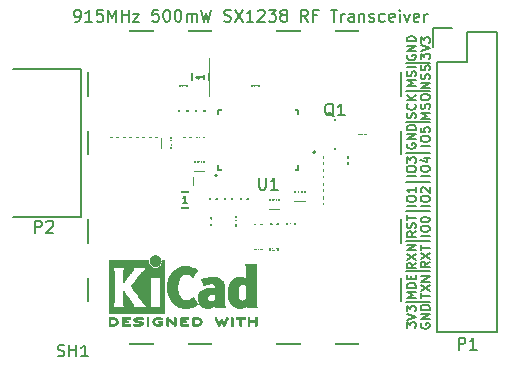
<source format=gto>
G04 #@! TF.GenerationSoftware,KiCad,Pcbnew,(2017-01-24 revision 0b6147e)-makepkg*
G04 #@! TF.CreationDate,2018-02-06T10:22:29-08:00*
G04 #@! TF.ProjectId,sx1238RfModule,73783132333852664D6F64756C652E6B,rev?*
G04 #@! TF.FileFunction,Legend,Top*
G04 #@! TF.FilePolarity,Positive*
%FSLAX46Y46*%
G04 Gerber Fmt 4.6, Leading zero omitted, Abs format (unit mm)*
G04 Created by KiCad (PCBNEW (2017-01-24 revision 0b6147e)-makepkg) date 02/06/18 10:22:29*
%MOMM*%
%LPD*%
G01*
G04 APERTURE LIST*
%ADD10C,0.100000*%
%ADD11C,0.150000*%
%ADD12C,0.200000*%
%ADD13C,0.010000*%
%ADD14C,0.101000*%
%ADD15C,1.035000*%
%ADD16R,1.530000X1.616000*%
%ADD17R,0.700000X1.200000*%
%ADD18R,1.200000X0.700000*%
%ADD19R,1.400000X3.700000*%
%ADD20R,3.700000X1.400000*%
%ADD21R,5.500000X1.400000*%
%ADD22R,1.400000X5.500000*%
%ADD23R,1.400000X3.000000*%
%ADD24R,3.000000X1.400000*%
%ADD25R,1.050000X0.750000*%
%ADD26R,1.600000X1.400000*%
%ADD27R,0.900000X0.950000*%
%ADD28R,1.000000X0.800000*%
%ADD29R,5.480000X2.815000*%
%ADD30R,5.480000X2.690000*%
%ADD31C,0.839000*%
%ADD32R,0.950000X0.900000*%
%ADD33R,1.400000X1.600000*%
%ADD34R,0.750000X1.050000*%
%ADD35C,4.600000*%
%ADD36O,2.127200X2.127200*%
%ADD37R,2.127200X2.127200*%
G04 APERTURE END LIST*
D10*
D11*
X94496666Y-84082380D02*
X94687142Y-84082380D01*
X94782380Y-84034761D01*
X94829999Y-83987142D01*
X94925238Y-83844285D01*
X94972857Y-83653809D01*
X94972857Y-83272857D01*
X94925238Y-83177619D01*
X94877619Y-83130000D01*
X94782380Y-83082380D01*
X94591904Y-83082380D01*
X94496666Y-83130000D01*
X94449047Y-83177619D01*
X94401428Y-83272857D01*
X94401428Y-83510952D01*
X94449047Y-83606190D01*
X94496666Y-83653809D01*
X94591904Y-83701428D01*
X94782380Y-83701428D01*
X94877619Y-83653809D01*
X94925238Y-83606190D01*
X94972857Y-83510952D01*
X95925238Y-84082380D02*
X95353809Y-84082380D01*
X95639523Y-84082380D02*
X95639523Y-83082380D01*
X95544285Y-83225238D01*
X95449047Y-83320476D01*
X95353809Y-83368095D01*
X96829999Y-83082380D02*
X96353809Y-83082380D01*
X96306190Y-83558571D01*
X96353809Y-83510952D01*
X96449047Y-83463333D01*
X96687142Y-83463333D01*
X96782380Y-83510952D01*
X96829999Y-83558571D01*
X96877619Y-83653809D01*
X96877619Y-83891904D01*
X96829999Y-83987142D01*
X96782380Y-84034761D01*
X96687142Y-84082380D01*
X96449047Y-84082380D01*
X96353809Y-84034761D01*
X96306190Y-83987142D01*
X97306190Y-84082380D02*
X97306190Y-83082380D01*
X97639523Y-83796666D01*
X97972857Y-83082380D01*
X97972857Y-84082380D01*
X98449047Y-84082380D02*
X98449047Y-83082380D01*
X98449047Y-83558571D02*
X99020476Y-83558571D01*
X99020476Y-84082380D02*
X99020476Y-83082380D01*
X99401428Y-83415714D02*
X99925238Y-83415714D01*
X99401428Y-84082380D01*
X99925238Y-84082380D01*
X101544285Y-83082380D02*
X101068095Y-83082380D01*
X101020476Y-83558571D01*
X101068095Y-83510952D01*
X101163333Y-83463333D01*
X101401428Y-83463333D01*
X101496666Y-83510952D01*
X101544285Y-83558571D01*
X101591904Y-83653809D01*
X101591904Y-83891904D01*
X101544285Y-83987142D01*
X101496666Y-84034761D01*
X101401428Y-84082380D01*
X101163333Y-84082380D01*
X101068095Y-84034761D01*
X101020476Y-83987142D01*
X102210952Y-83082380D02*
X102306190Y-83082380D01*
X102401428Y-83130000D01*
X102449047Y-83177619D01*
X102496666Y-83272857D01*
X102544285Y-83463333D01*
X102544285Y-83701428D01*
X102496666Y-83891904D01*
X102449047Y-83987142D01*
X102401428Y-84034761D01*
X102306190Y-84082380D01*
X102210952Y-84082380D01*
X102115714Y-84034761D01*
X102068095Y-83987142D01*
X102020476Y-83891904D01*
X101972857Y-83701428D01*
X101972857Y-83463333D01*
X102020476Y-83272857D01*
X102068095Y-83177619D01*
X102115714Y-83130000D01*
X102210952Y-83082380D01*
X103163333Y-83082380D02*
X103258571Y-83082380D01*
X103353809Y-83130000D01*
X103401428Y-83177619D01*
X103449047Y-83272857D01*
X103496666Y-83463333D01*
X103496666Y-83701428D01*
X103449047Y-83891904D01*
X103401428Y-83987142D01*
X103353809Y-84034761D01*
X103258571Y-84082380D01*
X103163333Y-84082380D01*
X103068095Y-84034761D01*
X103020476Y-83987142D01*
X102972857Y-83891904D01*
X102925238Y-83701428D01*
X102925238Y-83463333D01*
X102972857Y-83272857D01*
X103020476Y-83177619D01*
X103068095Y-83130000D01*
X103163333Y-83082380D01*
X103925238Y-84082380D02*
X103925238Y-83415714D01*
X103925238Y-83510952D02*
X103972857Y-83463333D01*
X104068095Y-83415714D01*
X104210952Y-83415714D01*
X104306190Y-83463333D01*
X104353809Y-83558571D01*
X104353809Y-84082380D01*
X104353809Y-83558571D02*
X104401428Y-83463333D01*
X104496666Y-83415714D01*
X104639523Y-83415714D01*
X104734761Y-83463333D01*
X104782380Y-83558571D01*
X104782380Y-84082380D01*
X105163333Y-83082380D02*
X105401428Y-84082380D01*
X105591904Y-83368095D01*
X105782380Y-84082380D01*
X106020476Y-83082380D01*
X107115714Y-84034761D02*
X107258571Y-84082380D01*
X107496666Y-84082380D01*
X107591904Y-84034761D01*
X107639523Y-83987142D01*
X107687142Y-83891904D01*
X107687142Y-83796666D01*
X107639523Y-83701428D01*
X107591904Y-83653809D01*
X107496666Y-83606190D01*
X107306190Y-83558571D01*
X107210952Y-83510952D01*
X107163333Y-83463333D01*
X107115714Y-83368095D01*
X107115714Y-83272857D01*
X107163333Y-83177619D01*
X107210952Y-83130000D01*
X107306190Y-83082380D01*
X107544285Y-83082380D01*
X107687142Y-83130000D01*
X108020476Y-83082380D02*
X108687142Y-84082380D01*
X108687142Y-83082380D02*
X108020476Y-84082380D01*
X109591904Y-84082380D02*
X109020476Y-84082380D01*
X109306190Y-84082380D02*
X109306190Y-83082380D01*
X109210952Y-83225238D01*
X109115714Y-83320476D01*
X109020476Y-83368095D01*
X109972857Y-83177619D02*
X110020476Y-83130000D01*
X110115714Y-83082380D01*
X110353809Y-83082380D01*
X110449047Y-83130000D01*
X110496666Y-83177619D01*
X110544285Y-83272857D01*
X110544285Y-83368095D01*
X110496666Y-83510952D01*
X109925238Y-84082380D01*
X110544285Y-84082380D01*
X110877619Y-83082380D02*
X111496666Y-83082380D01*
X111163333Y-83463333D01*
X111306190Y-83463333D01*
X111401428Y-83510952D01*
X111449047Y-83558571D01*
X111496666Y-83653809D01*
X111496666Y-83891904D01*
X111449047Y-83987142D01*
X111401428Y-84034761D01*
X111306190Y-84082380D01*
X111020476Y-84082380D01*
X110925238Y-84034761D01*
X110877619Y-83987142D01*
X112068095Y-83510952D02*
X111972857Y-83463333D01*
X111925238Y-83415714D01*
X111877619Y-83320476D01*
X111877619Y-83272857D01*
X111925238Y-83177619D01*
X111972857Y-83130000D01*
X112068095Y-83082380D01*
X112258571Y-83082380D01*
X112353809Y-83130000D01*
X112401428Y-83177619D01*
X112449047Y-83272857D01*
X112449047Y-83320476D01*
X112401428Y-83415714D01*
X112353809Y-83463333D01*
X112258571Y-83510952D01*
X112068095Y-83510952D01*
X111972857Y-83558571D01*
X111925238Y-83606190D01*
X111877619Y-83701428D01*
X111877619Y-83891904D01*
X111925238Y-83987142D01*
X111972857Y-84034761D01*
X112068095Y-84082380D01*
X112258571Y-84082380D01*
X112353809Y-84034761D01*
X112401428Y-83987142D01*
X112449047Y-83891904D01*
X112449047Y-83701428D01*
X112401428Y-83606190D01*
X112353809Y-83558571D01*
X112258571Y-83510952D01*
X114210952Y-84082380D02*
X113877619Y-83606190D01*
X113639523Y-84082380D02*
X113639523Y-83082380D01*
X114020476Y-83082380D01*
X114115714Y-83130000D01*
X114163333Y-83177619D01*
X114210952Y-83272857D01*
X114210952Y-83415714D01*
X114163333Y-83510952D01*
X114115714Y-83558571D01*
X114020476Y-83606190D01*
X113639523Y-83606190D01*
X114972857Y-83558571D02*
X114639523Y-83558571D01*
X114639523Y-84082380D02*
X114639523Y-83082380D01*
X115115714Y-83082380D01*
X116115714Y-83082380D02*
X116687142Y-83082380D01*
X116401428Y-84082380D02*
X116401428Y-83082380D01*
X117020476Y-84082380D02*
X117020476Y-83415714D01*
X117020476Y-83606190D02*
X117068095Y-83510952D01*
X117115714Y-83463333D01*
X117210952Y-83415714D01*
X117306190Y-83415714D01*
X118068095Y-84082380D02*
X118068095Y-83558571D01*
X118020476Y-83463333D01*
X117925238Y-83415714D01*
X117734761Y-83415714D01*
X117639523Y-83463333D01*
X118068095Y-84034761D02*
X117972857Y-84082380D01*
X117734761Y-84082380D01*
X117639523Y-84034761D01*
X117591904Y-83939523D01*
X117591904Y-83844285D01*
X117639523Y-83749047D01*
X117734761Y-83701428D01*
X117972857Y-83701428D01*
X118068095Y-83653809D01*
X118544285Y-83415714D02*
X118544285Y-84082380D01*
X118544285Y-83510952D02*
X118591904Y-83463333D01*
X118687142Y-83415714D01*
X118829999Y-83415714D01*
X118925238Y-83463333D01*
X118972857Y-83558571D01*
X118972857Y-84082380D01*
X119401428Y-84034761D02*
X119496666Y-84082380D01*
X119687142Y-84082380D01*
X119782380Y-84034761D01*
X119829999Y-83939523D01*
X119829999Y-83891904D01*
X119782380Y-83796666D01*
X119687142Y-83749047D01*
X119544285Y-83749047D01*
X119449047Y-83701428D01*
X119401428Y-83606190D01*
X119401428Y-83558571D01*
X119449047Y-83463333D01*
X119544285Y-83415714D01*
X119687142Y-83415714D01*
X119782380Y-83463333D01*
X120687142Y-84034761D02*
X120591904Y-84082380D01*
X120401428Y-84082380D01*
X120306190Y-84034761D01*
X120258571Y-83987142D01*
X120210952Y-83891904D01*
X120210952Y-83606190D01*
X120258571Y-83510952D01*
X120306190Y-83463333D01*
X120401428Y-83415714D01*
X120591904Y-83415714D01*
X120687142Y-83463333D01*
X121496666Y-84034761D02*
X121401428Y-84082380D01*
X121210952Y-84082380D01*
X121115714Y-84034761D01*
X121068095Y-83939523D01*
X121068095Y-83558571D01*
X121115714Y-83463333D01*
X121210952Y-83415714D01*
X121401428Y-83415714D01*
X121496666Y-83463333D01*
X121544285Y-83558571D01*
X121544285Y-83653809D01*
X121068095Y-83749047D01*
X121972857Y-84082380D02*
X121972857Y-83415714D01*
X121972857Y-83082380D02*
X121925238Y-83130000D01*
X121972857Y-83177619D01*
X122020476Y-83130000D01*
X121972857Y-83082380D01*
X121972857Y-83177619D01*
X122353809Y-83415714D02*
X122591904Y-84082380D01*
X122829999Y-83415714D01*
X123591904Y-84034761D02*
X123496666Y-84082380D01*
X123306190Y-84082380D01*
X123210952Y-84034761D01*
X123163333Y-83939523D01*
X123163333Y-83558571D01*
X123210952Y-83463333D01*
X123306190Y-83415714D01*
X123496666Y-83415714D01*
X123591904Y-83463333D01*
X123639523Y-83558571D01*
X123639523Y-83653809D01*
X123163333Y-83749047D01*
X124068095Y-84082380D02*
X124068095Y-83415714D01*
X124068095Y-83606190D02*
X124115714Y-83510952D01*
X124163333Y-83463333D01*
X124258571Y-83415714D01*
X124353809Y-83415714D01*
D12*
X122500000Y-87550000D02*
X124500000Y-87550000D01*
X122500000Y-89950000D02*
X124500000Y-89950000D01*
X122500000Y-92575000D02*
X124500000Y-92575000D01*
X122500000Y-95175000D02*
X124500000Y-95175000D01*
X122500000Y-97625000D02*
X124500000Y-97625000D01*
X122500000Y-100075000D02*
X124500000Y-100075000D01*
X122500000Y-102650000D02*
X124500000Y-102650000D01*
X122500000Y-105225000D02*
X124500000Y-105225000D01*
X124500000Y-107800000D02*
X124500000Y-107800000D01*
X122500000Y-107800000D02*
X124500000Y-107800000D01*
D11*
X123794000Y-109630571D02*
X123757714Y-109703142D01*
X123757714Y-109812000D01*
X123794000Y-109920857D01*
X123866571Y-109993428D01*
X123939142Y-110029714D01*
X124084285Y-110066000D01*
X124193142Y-110066000D01*
X124338285Y-110029714D01*
X124410857Y-109993428D01*
X124483428Y-109920857D01*
X124519714Y-109812000D01*
X124519714Y-109739428D01*
X124483428Y-109630571D01*
X124447142Y-109594285D01*
X124193142Y-109594285D01*
X124193142Y-109739428D01*
X124519714Y-109267714D02*
X123757714Y-109267714D01*
X124519714Y-108832285D01*
X123757714Y-108832285D01*
X124519714Y-108469428D02*
X123757714Y-108469428D01*
X123757714Y-108288000D01*
X123794000Y-108179142D01*
X123866571Y-108106571D01*
X123939142Y-108070285D01*
X124084285Y-108034000D01*
X124193142Y-108034000D01*
X124338285Y-108070285D01*
X124410857Y-108106571D01*
X124483428Y-108179142D01*
X124519714Y-108288000D01*
X124519714Y-108469428D01*
X123757714Y-107504714D02*
X123757714Y-107069285D01*
X124519714Y-107287000D02*
X123757714Y-107287000D01*
X123757714Y-106887857D02*
X124519714Y-106379857D01*
X123757714Y-106379857D02*
X124519714Y-106887857D01*
X124519714Y-106089571D02*
X123757714Y-106089571D01*
X124519714Y-105654142D01*
X123757714Y-105654142D01*
X124519714Y-104392285D02*
X124156857Y-104646285D01*
X124519714Y-104827714D02*
X123757714Y-104827714D01*
X123757714Y-104537428D01*
X123794000Y-104464857D01*
X123830285Y-104428571D01*
X123902857Y-104392285D01*
X124011714Y-104392285D01*
X124084285Y-104428571D01*
X124120571Y-104464857D01*
X124156857Y-104537428D01*
X124156857Y-104827714D01*
X123757714Y-104138285D02*
X124519714Y-103630285D01*
X123757714Y-103630285D02*
X124519714Y-104138285D01*
X123757714Y-103448857D02*
X123757714Y-103013428D01*
X124519714Y-103231142D02*
X123757714Y-103231142D01*
X124519714Y-102187000D02*
X123757714Y-102187000D01*
X123757714Y-101679000D02*
X123757714Y-101533857D01*
X123794000Y-101461285D01*
X123866571Y-101388714D01*
X124011714Y-101352428D01*
X124265714Y-101352428D01*
X124410857Y-101388714D01*
X124483428Y-101461285D01*
X124519714Y-101533857D01*
X124519714Y-101679000D01*
X124483428Y-101751571D01*
X124410857Y-101824142D01*
X124265714Y-101860428D01*
X124011714Y-101860428D01*
X123866571Y-101824142D01*
X123794000Y-101751571D01*
X123757714Y-101679000D01*
X123757714Y-100880714D02*
X123757714Y-100808142D01*
X123794000Y-100735571D01*
X123830285Y-100699285D01*
X123902857Y-100663000D01*
X124048000Y-100626714D01*
X124229428Y-100626714D01*
X124374571Y-100663000D01*
X124447142Y-100699285D01*
X124483428Y-100735571D01*
X124519714Y-100808142D01*
X124519714Y-100880714D01*
X124483428Y-100953285D01*
X124447142Y-100989571D01*
X124374571Y-101025857D01*
X124229428Y-101062142D01*
X124048000Y-101062142D01*
X123902857Y-101025857D01*
X123830285Y-100989571D01*
X123794000Y-100953285D01*
X123757714Y-100880714D01*
X124519714Y-99662000D02*
X123757714Y-99662000D01*
X123757714Y-99154000D02*
X123757714Y-99008857D01*
X123794000Y-98936285D01*
X123866571Y-98863714D01*
X124011714Y-98827428D01*
X124265714Y-98827428D01*
X124410857Y-98863714D01*
X124483428Y-98936285D01*
X124519714Y-99008857D01*
X124519714Y-99154000D01*
X124483428Y-99226571D01*
X124410857Y-99299142D01*
X124265714Y-99335428D01*
X124011714Y-99335428D01*
X123866571Y-99299142D01*
X123794000Y-99226571D01*
X123757714Y-99154000D01*
X123830285Y-98537142D02*
X123794000Y-98500857D01*
X123757714Y-98428285D01*
X123757714Y-98246857D01*
X123794000Y-98174285D01*
X123830285Y-98138000D01*
X123902857Y-98101714D01*
X123975428Y-98101714D01*
X124084285Y-98138000D01*
X124519714Y-98573428D01*
X124519714Y-98101714D01*
X124519714Y-97112000D02*
X123757714Y-97112000D01*
X123757714Y-96604000D02*
X123757714Y-96458857D01*
X123794000Y-96386285D01*
X123866571Y-96313714D01*
X124011714Y-96277428D01*
X124265714Y-96277428D01*
X124410857Y-96313714D01*
X124483428Y-96386285D01*
X124519714Y-96458857D01*
X124519714Y-96604000D01*
X124483428Y-96676571D01*
X124410857Y-96749142D01*
X124265714Y-96785428D01*
X124011714Y-96785428D01*
X123866571Y-96749142D01*
X123794000Y-96676571D01*
X123757714Y-96604000D01*
X124011714Y-95624285D02*
X124519714Y-95624285D01*
X123721428Y-95805714D02*
X124265714Y-95987142D01*
X124265714Y-95515428D01*
X124519714Y-94587000D02*
X123757714Y-94587000D01*
X123757714Y-94079000D02*
X123757714Y-93933857D01*
X123794000Y-93861285D01*
X123866571Y-93788714D01*
X124011714Y-93752428D01*
X124265714Y-93752428D01*
X124410857Y-93788714D01*
X124483428Y-93861285D01*
X124519714Y-93933857D01*
X124519714Y-94079000D01*
X124483428Y-94151571D01*
X124410857Y-94224142D01*
X124265714Y-94260428D01*
X124011714Y-94260428D01*
X123866571Y-94224142D01*
X123794000Y-94151571D01*
X123757714Y-94079000D01*
X123757714Y-93063000D02*
X123757714Y-93425857D01*
X124120571Y-93462142D01*
X124084285Y-93425857D01*
X124048000Y-93353285D01*
X124048000Y-93171857D01*
X124084285Y-93099285D01*
X124120571Y-93063000D01*
X124193142Y-93026714D01*
X124374571Y-93026714D01*
X124447142Y-93063000D01*
X124483428Y-93099285D01*
X124519714Y-93171857D01*
X124519714Y-93353285D01*
X124483428Y-93425857D01*
X124447142Y-93462142D01*
X124519714Y-92291000D02*
X123757714Y-92291000D01*
X124302000Y-92037000D01*
X123757714Y-91783000D01*
X124519714Y-91783000D01*
X124483428Y-91456428D02*
X124519714Y-91347571D01*
X124519714Y-91166142D01*
X124483428Y-91093571D01*
X124447142Y-91057285D01*
X124374571Y-91021000D01*
X124302000Y-91021000D01*
X124229428Y-91057285D01*
X124193142Y-91093571D01*
X124156857Y-91166142D01*
X124120571Y-91311285D01*
X124084285Y-91383857D01*
X124048000Y-91420142D01*
X123975428Y-91456428D01*
X123902857Y-91456428D01*
X123830285Y-91420142D01*
X123794000Y-91383857D01*
X123757714Y-91311285D01*
X123757714Y-91129857D01*
X123794000Y-91021000D01*
X123757714Y-90549285D02*
X123757714Y-90404142D01*
X123794000Y-90331571D01*
X123866571Y-90259000D01*
X124011714Y-90222714D01*
X124265714Y-90222714D01*
X124410857Y-90259000D01*
X124483428Y-90331571D01*
X124519714Y-90404142D01*
X124519714Y-90549285D01*
X124483428Y-90621857D01*
X124410857Y-90694428D01*
X124265714Y-90730714D01*
X124011714Y-90730714D01*
X123866571Y-90694428D01*
X123794000Y-90621857D01*
X123757714Y-90549285D01*
X124519714Y-89693428D02*
X123757714Y-89693428D01*
X124519714Y-89258000D01*
X123757714Y-89258000D01*
X124483428Y-88931428D02*
X124519714Y-88822571D01*
X124519714Y-88641142D01*
X124483428Y-88568571D01*
X124447142Y-88532285D01*
X124374571Y-88496000D01*
X124302000Y-88496000D01*
X124229428Y-88532285D01*
X124193142Y-88568571D01*
X124156857Y-88641142D01*
X124120571Y-88786285D01*
X124084285Y-88858857D01*
X124048000Y-88895142D01*
X123975428Y-88931428D01*
X123902857Y-88931428D01*
X123830285Y-88895142D01*
X123794000Y-88858857D01*
X123757714Y-88786285D01*
X123757714Y-88604857D01*
X123794000Y-88496000D01*
X124483428Y-88205714D02*
X124519714Y-88096857D01*
X124519714Y-87915428D01*
X124483428Y-87842857D01*
X124447142Y-87806571D01*
X124374571Y-87770285D01*
X124302000Y-87770285D01*
X124229428Y-87806571D01*
X124193142Y-87842857D01*
X124156857Y-87915428D01*
X124120571Y-88060571D01*
X124084285Y-88133142D01*
X124048000Y-88169428D01*
X123975428Y-88205714D01*
X123902857Y-88205714D01*
X123830285Y-88169428D01*
X123794000Y-88133142D01*
X123757714Y-88060571D01*
X123757714Y-87879142D01*
X123794000Y-87770285D01*
X122582714Y-109993428D02*
X122582714Y-109521714D01*
X122873000Y-109775714D01*
X122873000Y-109666857D01*
X122909285Y-109594285D01*
X122945571Y-109558000D01*
X123018142Y-109521714D01*
X123199571Y-109521714D01*
X123272142Y-109558000D01*
X123308428Y-109594285D01*
X123344714Y-109666857D01*
X123344714Y-109884571D01*
X123308428Y-109957142D01*
X123272142Y-109993428D01*
X122582714Y-109304000D02*
X123344714Y-109050000D01*
X122582714Y-108796000D01*
X122582714Y-108614571D02*
X122582714Y-108142857D01*
X122873000Y-108396857D01*
X122873000Y-108288000D01*
X122909285Y-108215428D01*
X122945571Y-108179142D01*
X123018142Y-108142857D01*
X123199571Y-108142857D01*
X123272142Y-108179142D01*
X123308428Y-108215428D01*
X123344714Y-108288000D01*
X123344714Y-108505714D01*
X123308428Y-108578285D01*
X123272142Y-108614571D01*
X123344714Y-107504714D02*
X122582714Y-107504714D01*
X123127000Y-107250714D01*
X122582714Y-106996714D01*
X123344714Y-106996714D01*
X123344714Y-106633857D02*
X122582714Y-106633857D01*
X122582714Y-106452428D01*
X122619000Y-106343571D01*
X122691571Y-106271000D01*
X122764142Y-106234714D01*
X122909285Y-106198428D01*
X123018142Y-106198428D01*
X123163285Y-106234714D01*
X123235857Y-106271000D01*
X123308428Y-106343571D01*
X123344714Y-106452428D01*
X123344714Y-106633857D01*
X122945571Y-105871857D02*
X122945571Y-105617857D01*
X123344714Y-105509000D02*
X123344714Y-105871857D01*
X122582714Y-105871857D01*
X122582714Y-105509000D01*
X123344714Y-104501142D02*
X122981857Y-104755142D01*
X123344714Y-104936571D02*
X122582714Y-104936571D01*
X122582714Y-104646285D01*
X122619000Y-104573714D01*
X122655285Y-104537428D01*
X122727857Y-104501142D01*
X122836714Y-104501142D01*
X122909285Y-104537428D01*
X122945571Y-104573714D01*
X122981857Y-104646285D01*
X122981857Y-104936571D01*
X122582714Y-104247142D02*
X123344714Y-103739142D01*
X122582714Y-103739142D02*
X123344714Y-104247142D01*
X123344714Y-103448857D02*
X122582714Y-103448857D01*
X123344714Y-103013428D01*
X122582714Y-103013428D01*
X123344714Y-101842285D02*
X122981857Y-102096285D01*
X123344714Y-102277714D02*
X122582714Y-102277714D01*
X122582714Y-101987428D01*
X122619000Y-101914857D01*
X122655285Y-101878571D01*
X122727857Y-101842285D01*
X122836714Y-101842285D01*
X122909285Y-101878571D01*
X122945571Y-101914857D01*
X122981857Y-101987428D01*
X122981857Y-102277714D01*
X123308428Y-101552000D02*
X123344714Y-101443142D01*
X123344714Y-101261714D01*
X123308428Y-101189142D01*
X123272142Y-101152857D01*
X123199571Y-101116571D01*
X123127000Y-101116571D01*
X123054428Y-101152857D01*
X123018142Y-101189142D01*
X122981857Y-101261714D01*
X122945571Y-101406857D01*
X122909285Y-101479428D01*
X122873000Y-101515714D01*
X122800428Y-101552000D01*
X122727857Y-101552000D01*
X122655285Y-101515714D01*
X122619000Y-101479428D01*
X122582714Y-101406857D01*
X122582714Y-101225428D01*
X122619000Y-101116571D01*
X122582714Y-100898857D02*
X122582714Y-100463428D01*
X123344714Y-100681142D02*
X122582714Y-100681142D01*
X123344714Y-99662000D02*
X122582714Y-99662000D01*
X122582714Y-99154000D02*
X122582714Y-99008857D01*
X122619000Y-98936285D01*
X122691571Y-98863714D01*
X122836714Y-98827428D01*
X123090714Y-98827428D01*
X123235857Y-98863714D01*
X123308428Y-98936285D01*
X123344714Y-99008857D01*
X123344714Y-99154000D01*
X123308428Y-99226571D01*
X123235857Y-99299142D01*
X123090714Y-99335428D01*
X122836714Y-99335428D01*
X122691571Y-99299142D01*
X122619000Y-99226571D01*
X122582714Y-99154000D01*
X123344714Y-98101714D02*
X123344714Y-98537142D01*
X123344714Y-98319428D02*
X122582714Y-98319428D01*
X122691571Y-98392000D01*
X122764142Y-98464571D01*
X122800428Y-98537142D01*
X123344714Y-97137000D02*
X122582714Y-97137000D01*
X122582714Y-96629000D02*
X122582714Y-96483857D01*
X122619000Y-96411285D01*
X122691571Y-96338714D01*
X122836714Y-96302428D01*
X123090714Y-96302428D01*
X123235857Y-96338714D01*
X123308428Y-96411285D01*
X123344714Y-96483857D01*
X123344714Y-96629000D01*
X123308428Y-96701571D01*
X123235857Y-96774142D01*
X123090714Y-96810428D01*
X122836714Y-96810428D01*
X122691571Y-96774142D01*
X122619000Y-96701571D01*
X122582714Y-96629000D01*
X122582714Y-96048428D02*
X122582714Y-95576714D01*
X122873000Y-95830714D01*
X122873000Y-95721857D01*
X122909285Y-95649285D01*
X122945571Y-95613000D01*
X123018142Y-95576714D01*
X123199571Y-95576714D01*
X123272142Y-95613000D01*
X123308428Y-95649285D01*
X123344714Y-95721857D01*
X123344714Y-95939571D01*
X123308428Y-96012142D01*
X123272142Y-96048428D01*
X122619000Y-94405571D02*
X122582714Y-94478142D01*
X122582714Y-94587000D01*
X122619000Y-94695857D01*
X122691571Y-94768428D01*
X122764142Y-94804714D01*
X122909285Y-94841000D01*
X123018142Y-94841000D01*
X123163285Y-94804714D01*
X123235857Y-94768428D01*
X123308428Y-94695857D01*
X123344714Y-94587000D01*
X123344714Y-94514428D01*
X123308428Y-94405571D01*
X123272142Y-94369285D01*
X123018142Y-94369285D01*
X123018142Y-94514428D01*
X123344714Y-94042714D02*
X122582714Y-94042714D01*
X123344714Y-93607285D01*
X122582714Y-93607285D01*
X123344714Y-93244428D02*
X122582714Y-93244428D01*
X122582714Y-93063000D01*
X122619000Y-92954142D01*
X122691571Y-92881571D01*
X122764142Y-92845285D01*
X122909285Y-92809000D01*
X123018142Y-92809000D01*
X123163285Y-92845285D01*
X123235857Y-92881571D01*
X123308428Y-92954142D01*
X123344714Y-93063000D01*
X123344714Y-93244428D01*
X123308428Y-92254714D02*
X123344714Y-92145857D01*
X123344714Y-91964428D01*
X123308428Y-91891857D01*
X123272142Y-91855571D01*
X123199571Y-91819285D01*
X123127000Y-91819285D01*
X123054428Y-91855571D01*
X123018142Y-91891857D01*
X122981857Y-91964428D01*
X122945571Y-92109571D01*
X122909285Y-92182142D01*
X122873000Y-92218428D01*
X122800428Y-92254714D01*
X122727857Y-92254714D01*
X122655285Y-92218428D01*
X122619000Y-92182142D01*
X122582714Y-92109571D01*
X122582714Y-91928142D01*
X122619000Y-91819285D01*
X123272142Y-91057285D02*
X123308428Y-91093571D01*
X123344714Y-91202428D01*
X123344714Y-91275000D01*
X123308428Y-91383857D01*
X123235857Y-91456428D01*
X123163285Y-91492714D01*
X123018142Y-91529000D01*
X122909285Y-91529000D01*
X122764142Y-91492714D01*
X122691571Y-91456428D01*
X122619000Y-91383857D01*
X122582714Y-91275000D01*
X122582714Y-91202428D01*
X122619000Y-91093571D01*
X122655285Y-91057285D01*
X123344714Y-90730714D02*
X122582714Y-90730714D01*
X123344714Y-90295285D02*
X122909285Y-90621857D01*
X122582714Y-90295285D02*
X123018142Y-90730714D01*
X123344714Y-89548285D02*
X122582714Y-89548285D01*
X123127000Y-89294285D01*
X122582714Y-89040285D01*
X123344714Y-89040285D01*
X123308428Y-88713714D02*
X123344714Y-88604857D01*
X123344714Y-88423428D01*
X123308428Y-88350857D01*
X123272142Y-88314571D01*
X123199571Y-88278285D01*
X123127000Y-88278285D01*
X123054428Y-88314571D01*
X123018142Y-88350857D01*
X122981857Y-88423428D01*
X122945571Y-88568571D01*
X122909285Y-88641142D01*
X122873000Y-88677428D01*
X122800428Y-88713714D01*
X122727857Y-88713714D01*
X122655285Y-88677428D01*
X122619000Y-88641142D01*
X122582714Y-88568571D01*
X122582714Y-88387142D01*
X122619000Y-88278285D01*
X123344714Y-87951714D02*
X122582714Y-87951714D01*
X123757714Y-87253428D02*
X123757714Y-86781714D01*
X124048000Y-87035714D01*
X124048000Y-86926857D01*
X124084285Y-86854285D01*
X124120571Y-86818000D01*
X124193142Y-86781714D01*
X124374571Y-86781714D01*
X124447142Y-86818000D01*
X124483428Y-86854285D01*
X124519714Y-86926857D01*
X124519714Y-87144571D01*
X124483428Y-87217142D01*
X124447142Y-87253428D01*
X123757714Y-86564000D02*
X124519714Y-86310000D01*
X123757714Y-86056000D01*
X123757714Y-85874571D02*
X123757714Y-85402857D01*
X124048000Y-85656857D01*
X124048000Y-85548000D01*
X124084285Y-85475428D01*
X124120571Y-85439142D01*
X124193142Y-85402857D01*
X124374571Y-85402857D01*
X124447142Y-85439142D01*
X124483428Y-85475428D01*
X124519714Y-85548000D01*
X124519714Y-85765714D01*
X124483428Y-85838285D01*
X124447142Y-85874571D01*
X122619000Y-86900571D02*
X122582714Y-86973142D01*
X122582714Y-87082000D01*
X122619000Y-87190857D01*
X122691571Y-87263428D01*
X122764142Y-87299714D01*
X122909285Y-87336000D01*
X123018142Y-87336000D01*
X123163285Y-87299714D01*
X123235857Y-87263428D01*
X123308428Y-87190857D01*
X123344714Y-87082000D01*
X123344714Y-87009428D01*
X123308428Y-86900571D01*
X123272142Y-86864285D01*
X123018142Y-86864285D01*
X123018142Y-87009428D01*
X123344714Y-86537714D02*
X122582714Y-86537714D01*
X123344714Y-86102285D01*
X122582714Y-86102285D01*
X123344714Y-85739428D02*
X122582714Y-85739428D01*
X122582714Y-85558000D01*
X122619000Y-85449142D01*
X122691571Y-85376571D01*
X122764142Y-85340285D01*
X122909285Y-85304000D01*
X123018142Y-85304000D01*
X123163285Y-85340285D01*
X123235857Y-85376571D01*
X123308428Y-85449142D01*
X123344714Y-85558000D01*
X123344714Y-85739428D01*
D13*
G36*
X101326957Y-103856571D02*
X101423232Y-103880809D01*
X101509816Y-103923641D01*
X101584627Y-103983419D01*
X101645582Y-104058494D01*
X101690601Y-104147220D01*
X101716864Y-104243530D01*
X101722714Y-104340795D01*
X101707860Y-104434654D01*
X101674160Y-104522511D01*
X101623472Y-104601770D01*
X101557655Y-104669836D01*
X101478566Y-104724112D01*
X101388066Y-104762002D01*
X101336800Y-104774426D01*
X101292302Y-104781947D01*
X101258001Y-104784919D01*
X101225040Y-104783094D01*
X101184566Y-104776225D01*
X101151469Y-104769250D01*
X101058053Y-104737741D01*
X100974381Y-104686617D01*
X100902335Y-104617429D01*
X100843800Y-104531728D01*
X100829852Y-104504489D01*
X100813414Y-104468122D01*
X100803106Y-104437582D01*
X100797540Y-104405450D01*
X100795331Y-104364307D01*
X100795052Y-104318222D01*
X100799139Y-104233865D01*
X100812554Y-104164586D01*
X100837744Y-104103961D01*
X100877154Y-104045567D01*
X100915702Y-104001302D01*
X100987594Y-103935484D01*
X101062687Y-103890053D01*
X101145438Y-103862850D01*
X101223072Y-103852576D01*
X101326957Y-103856571D01*
X101326957Y-103856571D01*
G37*
X101326957Y-103856571D02*
X101423232Y-103880809D01*
X101509816Y-103923641D01*
X101584627Y-103983419D01*
X101645582Y-104058494D01*
X101690601Y-104147220D01*
X101716864Y-104243530D01*
X101722714Y-104340795D01*
X101707860Y-104434654D01*
X101674160Y-104522511D01*
X101623472Y-104601770D01*
X101557655Y-104669836D01*
X101478566Y-104724112D01*
X101388066Y-104762002D01*
X101336800Y-104774426D01*
X101292302Y-104781947D01*
X101258001Y-104784919D01*
X101225040Y-104783094D01*
X101184566Y-104776225D01*
X101151469Y-104769250D01*
X101058053Y-104737741D01*
X100974381Y-104686617D01*
X100902335Y-104617429D01*
X100843800Y-104531728D01*
X100829852Y-104504489D01*
X100813414Y-104468122D01*
X100803106Y-104437582D01*
X100797540Y-104405450D01*
X100795331Y-104364307D01*
X100795052Y-104318222D01*
X100799139Y-104233865D01*
X100812554Y-104164586D01*
X100837744Y-104103961D01*
X100877154Y-104045567D01*
X100915702Y-104001302D01*
X100987594Y-103935484D01*
X101062687Y-103890053D01*
X101145438Y-103862850D01*
X101223072Y-103852576D01*
X101326957Y-103856571D01*
G36*
X109786507Y-106302245D02*
X109786526Y-106536662D01*
X109786552Y-106749603D01*
X109786625Y-106942168D01*
X109786782Y-107115459D01*
X109787064Y-107270576D01*
X109787509Y-107408620D01*
X109788156Y-107530692D01*
X109789045Y-107637894D01*
X109790213Y-107731326D01*
X109791701Y-107812090D01*
X109793546Y-107881286D01*
X109795789Y-107940015D01*
X109798469Y-107989379D01*
X109801623Y-108030478D01*
X109805292Y-108064413D01*
X109809513Y-108092286D01*
X109814327Y-108115198D01*
X109819773Y-108134249D01*
X109825888Y-108150540D01*
X109832712Y-108165173D01*
X109840285Y-108179249D01*
X109848645Y-108193868D01*
X109853839Y-108202974D01*
X109888104Y-108263689D01*
X109029955Y-108263689D01*
X109029955Y-108167733D01*
X109029224Y-108124370D01*
X109027272Y-108091205D01*
X109024463Y-108073424D01*
X109023221Y-108071778D01*
X109011799Y-108078662D01*
X108989084Y-108096505D01*
X108966385Y-108115879D01*
X108911800Y-108156614D01*
X108842321Y-108197617D01*
X108765270Y-108235123D01*
X108687965Y-108265364D01*
X108657113Y-108275012D01*
X108588616Y-108289578D01*
X108505764Y-108299539D01*
X108416371Y-108304583D01*
X108328248Y-108304396D01*
X108249207Y-108298666D01*
X108211511Y-108292858D01*
X108073414Y-108254797D01*
X107946113Y-108197073D01*
X107830292Y-108120211D01*
X107726637Y-108024739D01*
X107635833Y-107911179D01*
X107569031Y-107800381D01*
X107514164Y-107683625D01*
X107472163Y-107564276D01*
X107442167Y-107438283D01*
X107423311Y-107301594D01*
X107414732Y-107150158D01*
X107414006Y-107072711D01*
X107416100Y-107015934D01*
X108245217Y-107015934D01*
X108245424Y-107109002D01*
X108248337Y-107196692D01*
X108254000Y-107273772D01*
X108262455Y-107335009D01*
X108265038Y-107347350D01*
X108296840Y-107454633D01*
X108338498Y-107541658D01*
X108390363Y-107608642D01*
X108452781Y-107655805D01*
X108526100Y-107683365D01*
X108610669Y-107691541D01*
X108706835Y-107680551D01*
X108770311Y-107664829D01*
X108819454Y-107646639D01*
X108873583Y-107620791D01*
X108914244Y-107597089D01*
X108984800Y-107550721D01*
X108984800Y-106400530D01*
X108917392Y-106356962D01*
X108838867Y-106316040D01*
X108754681Y-106289389D01*
X108669557Y-106277465D01*
X108588216Y-106280722D01*
X108515380Y-106299615D01*
X108483426Y-106315184D01*
X108425501Y-106358181D01*
X108376544Y-106414953D01*
X108335390Y-106487575D01*
X108300874Y-106578121D01*
X108271833Y-106688666D01*
X108270552Y-106694533D01*
X108260381Y-106756788D01*
X108252739Y-106834594D01*
X108247670Y-106922720D01*
X108245217Y-107015934D01*
X107416100Y-107015934D01*
X107421857Y-106859895D01*
X107443802Y-106664059D01*
X107479786Y-106485332D01*
X107529759Y-106323845D01*
X107593668Y-106179726D01*
X107671462Y-106053106D01*
X107763089Y-105944115D01*
X107868497Y-105852883D01*
X107913662Y-105821932D01*
X108014611Y-105765785D01*
X108117901Y-105726174D01*
X108227989Y-105702014D01*
X108349330Y-105692219D01*
X108441836Y-105693265D01*
X108571490Y-105704231D01*
X108684084Y-105726046D01*
X108782875Y-105759714D01*
X108871121Y-105806236D01*
X108919986Y-105840448D01*
X108949353Y-105862362D01*
X108971043Y-105877333D01*
X108979253Y-105881733D01*
X108980868Y-105870904D01*
X108982159Y-105840251D01*
X108983138Y-105792526D01*
X108983817Y-105730479D01*
X108984210Y-105656862D01*
X108984330Y-105574427D01*
X108984188Y-105485925D01*
X108983797Y-105394107D01*
X108983171Y-105301724D01*
X108982320Y-105211528D01*
X108981260Y-105126271D01*
X108980001Y-105048703D01*
X108978556Y-104981576D01*
X108976938Y-104927641D01*
X108975161Y-104889650D01*
X108974669Y-104882667D01*
X108967092Y-104812251D01*
X108955531Y-104757102D01*
X108937792Y-104709981D01*
X108911682Y-104663647D01*
X108905415Y-104654067D01*
X108880983Y-104617378D01*
X109786311Y-104617378D01*
X109786507Y-106302245D01*
X109786507Y-106302245D01*
G37*
X109786507Y-106302245D02*
X109786526Y-106536662D01*
X109786552Y-106749603D01*
X109786625Y-106942168D01*
X109786782Y-107115459D01*
X109787064Y-107270576D01*
X109787509Y-107408620D01*
X109788156Y-107530692D01*
X109789045Y-107637894D01*
X109790213Y-107731326D01*
X109791701Y-107812090D01*
X109793546Y-107881286D01*
X109795789Y-107940015D01*
X109798469Y-107989379D01*
X109801623Y-108030478D01*
X109805292Y-108064413D01*
X109809513Y-108092286D01*
X109814327Y-108115198D01*
X109819773Y-108134249D01*
X109825888Y-108150540D01*
X109832712Y-108165173D01*
X109840285Y-108179249D01*
X109848645Y-108193868D01*
X109853839Y-108202974D01*
X109888104Y-108263689D01*
X109029955Y-108263689D01*
X109029955Y-108167733D01*
X109029224Y-108124370D01*
X109027272Y-108091205D01*
X109024463Y-108073424D01*
X109023221Y-108071778D01*
X109011799Y-108078662D01*
X108989084Y-108096505D01*
X108966385Y-108115879D01*
X108911800Y-108156614D01*
X108842321Y-108197617D01*
X108765270Y-108235123D01*
X108687965Y-108265364D01*
X108657113Y-108275012D01*
X108588616Y-108289578D01*
X108505764Y-108299539D01*
X108416371Y-108304583D01*
X108328248Y-108304396D01*
X108249207Y-108298666D01*
X108211511Y-108292858D01*
X108073414Y-108254797D01*
X107946113Y-108197073D01*
X107830292Y-108120211D01*
X107726637Y-108024739D01*
X107635833Y-107911179D01*
X107569031Y-107800381D01*
X107514164Y-107683625D01*
X107472163Y-107564276D01*
X107442167Y-107438283D01*
X107423311Y-107301594D01*
X107414732Y-107150158D01*
X107414006Y-107072711D01*
X107416100Y-107015934D01*
X108245217Y-107015934D01*
X108245424Y-107109002D01*
X108248337Y-107196692D01*
X108254000Y-107273772D01*
X108262455Y-107335009D01*
X108265038Y-107347350D01*
X108296840Y-107454633D01*
X108338498Y-107541658D01*
X108390363Y-107608642D01*
X108452781Y-107655805D01*
X108526100Y-107683365D01*
X108610669Y-107691541D01*
X108706835Y-107680551D01*
X108770311Y-107664829D01*
X108819454Y-107646639D01*
X108873583Y-107620791D01*
X108914244Y-107597089D01*
X108984800Y-107550721D01*
X108984800Y-106400530D01*
X108917392Y-106356962D01*
X108838867Y-106316040D01*
X108754681Y-106289389D01*
X108669557Y-106277465D01*
X108588216Y-106280722D01*
X108515380Y-106299615D01*
X108483426Y-106315184D01*
X108425501Y-106358181D01*
X108376544Y-106414953D01*
X108335390Y-106487575D01*
X108300874Y-106578121D01*
X108271833Y-106688666D01*
X108270552Y-106694533D01*
X108260381Y-106756788D01*
X108252739Y-106834594D01*
X108247670Y-106922720D01*
X108245217Y-107015934D01*
X107416100Y-107015934D01*
X107421857Y-106859895D01*
X107443802Y-106664059D01*
X107479786Y-106485332D01*
X107529759Y-106323845D01*
X107593668Y-106179726D01*
X107671462Y-106053106D01*
X107763089Y-105944115D01*
X107868497Y-105852883D01*
X107913662Y-105821932D01*
X108014611Y-105765785D01*
X108117901Y-105726174D01*
X108227989Y-105702014D01*
X108349330Y-105692219D01*
X108441836Y-105693265D01*
X108571490Y-105704231D01*
X108684084Y-105726046D01*
X108782875Y-105759714D01*
X108871121Y-105806236D01*
X108919986Y-105840448D01*
X108949353Y-105862362D01*
X108971043Y-105877333D01*
X108979253Y-105881733D01*
X108980868Y-105870904D01*
X108982159Y-105840251D01*
X108983138Y-105792526D01*
X108983817Y-105730479D01*
X108984210Y-105656862D01*
X108984330Y-105574427D01*
X108984188Y-105485925D01*
X108983797Y-105394107D01*
X108983171Y-105301724D01*
X108982320Y-105211528D01*
X108981260Y-105126271D01*
X108980001Y-105048703D01*
X108978556Y-104981576D01*
X108976938Y-104927641D01*
X108975161Y-104889650D01*
X108974669Y-104882667D01*
X108967092Y-104812251D01*
X108955531Y-104757102D01*
X108937792Y-104709981D01*
X108911682Y-104663647D01*
X108905415Y-104654067D01*
X108880983Y-104617378D01*
X109786311Y-104617378D01*
X109786507Y-106302245D01*
G36*
X106273574Y-105696552D02*
X106425492Y-105716567D01*
X106560756Y-105750202D01*
X106680239Y-105797725D01*
X106784815Y-105859405D01*
X106862424Y-105922965D01*
X106931265Y-105997099D01*
X106985006Y-106076871D01*
X107027910Y-106169091D01*
X107043384Y-106212161D01*
X107056244Y-106251142D01*
X107067446Y-106287289D01*
X107077120Y-106322434D01*
X107085396Y-106358410D01*
X107092403Y-106397050D01*
X107098272Y-106440185D01*
X107103131Y-106489649D01*
X107107110Y-106547273D01*
X107110340Y-106614891D01*
X107112949Y-106694334D01*
X107115067Y-106787436D01*
X107116824Y-106896027D01*
X107118349Y-107021942D01*
X107119772Y-107167012D01*
X107121025Y-107309778D01*
X107122351Y-107465968D01*
X107123556Y-107601239D01*
X107124766Y-107717246D01*
X107126106Y-107815645D01*
X107127700Y-107898093D01*
X107129675Y-107966246D01*
X107132156Y-108021760D01*
X107135269Y-108066292D01*
X107139138Y-108101498D01*
X107143889Y-108129034D01*
X107149648Y-108150556D01*
X107156539Y-108167722D01*
X107164689Y-108182186D01*
X107174223Y-108195606D01*
X107185266Y-108209638D01*
X107189566Y-108215071D01*
X107205386Y-108237910D01*
X107212422Y-108253463D01*
X107212444Y-108253922D01*
X107201567Y-108256121D01*
X107170582Y-108258147D01*
X107121957Y-108259942D01*
X107058163Y-108261451D01*
X106981669Y-108262616D01*
X106894944Y-108263380D01*
X106800457Y-108263686D01*
X106789550Y-108263689D01*
X106366657Y-108263689D01*
X106363395Y-108167622D01*
X106360133Y-108071556D01*
X106298044Y-108122543D01*
X106200714Y-108190057D01*
X106090813Y-108244749D01*
X106004349Y-108274978D01*
X105935278Y-108289666D01*
X105851925Y-108299659D01*
X105762159Y-108304646D01*
X105673845Y-108304313D01*
X105594851Y-108298351D01*
X105558622Y-108292638D01*
X105418603Y-108254776D01*
X105292178Y-108199932D01*
X105180260Y-108128924D01*
X105083762Y-108042568D01*
X105003600Y-107941679D01*
X104940687Y-107827076D01*
X104896312Y-107700984D01*
X104883978Y-107644401D01*
X104876368Y-107582202D01*
X104872739Y-107507363D01*
X104872245Y-107473467D01*
X104872310Y-107470282D01*
X105632248Y-107470282D01*
X105641541Y-107545333D01*
X105669728Y-107609160D01*
X105718197Y-107664798D01*
X105723254Y-107669211D01*
X105771548Y-107704037D01*
X105823257Y-107726620D01*
X105883989Y-107738540D01*
X105959352Y-107741383D01*
X105977459Y-107740978D01*
X106031278Y-107738325D01*
X106071308Y-107732909D01*
X106106324Y-107722745D01*
X106145103Y-107705850D01*
X106155745Y-107700672D01*
X106216396Y-107664844D01*
X106263215Y-107622212D01*
X106275952Y-107606973D01*
X106320622Y-107550462D01*
X106320622Y-107354586D01*
X106320086Y-107275939D01*
X106318396Y-107217988D01*
X106315428Y-107178875D01*
X106311057Y-107156741D01*
X106306972Y-107150274D01*
X106291047Y-107147111D01*
X106257264Y-107144488D01*
X106210340Y-107142655D01*
X106154993Y-107141857D01*
X106146106Y-107141842D01*
X106025330Y-107147096D01*
X105922660Y-107163263D01*
X105836106Y-107190961D01*
X105763681Y-107230808D01*
X105708751Y-107277758D01*
X105664204Y-107335645D01*
X105639480Y-107398693D01*
X105632248Y-107470282D01*
X104872310Y-107470282D01*
X104874178Y-107379712D01*
X104882522Y-107300812D01*
X104898768Y-107229590D01*
X104924405Y-107158864D01*
X104948401Y-107106493D01*
X105007020Y-107011196D01*
X105085117Y-106923170D01*
X105180315Y-106844017D01*
X105290238Y-106775340D01*
X105412510Y-106718741D01*
X105544755Y-106675821D01*
X105609422Y-106660882D01*
X105745604Y-106638777D01*
X105894049Y-106624194D01*
X106045505Y-106617813D01*
X106172064Y-106619445D01*
X106333950Y-106626224D01*
X106326530Y-106567245D01*
X106307238Y-106468092D01*
X106276104Y-106387372D01*
X106232269Y-106324466D01*
X106174871Y-106278756D01*
X106103048Y-106249622D01*
X106015941Y-106236447D01*
X105912686Y-106238611D01*
X105874711Y-106242612D01*
X105733520Y-106267780D01*
X105596707Y-106308814D01*
X105502178Y-106346815D01*
X105457018Y-106366190D01*
X105418585Y-106381760D01*
X105392234Y-106391405D01*
X105384546Y-106393452D01*
X105374802Y-106384374D01*
X105358083Y-106355405D01*
X105334232Y-106306217D01*
X105303093Y-106236484D01*
X105264507Y-106145879D01*
X105257910Y-106130089D01*
X105227853Y-106057772D01*
X105200874Y-105992425D01*
X105178136Y-105936906D01*
X105160806Y-105894072D01*
X105150048Y-105866781D01*
X105146941Y-105857942D01*
X105156940Y-105853187D01*
X105183217Y-105847910D01*
X105211489Y-105844231D01*
X105241646Y-105839474D01*
X105289433Y-105830028D01*
X105350612Y-105816820D01*
X105420946Y-105800776D01*
X105496194Y-105782820D01*
X105524755Y-105775797D01*
X105629816Y-105750209D01*
X105717480Y-105730147D01*
X105792068Y-105714969D01*
X105857903Y-105704035D01*
X105919307Y-105696704D01*
X105980602Y-105692335D01*
X106046110Y-105690287D01*
X106104128Y-105689889D01*
X106273574Y-105696552D01*
X106273574Y-105696552D01*
G37*
X106273574Y-105696552D02*
X106425492Y-105716567D01*
X106560756Y-105750202D01*
X106680239Y-105797725D01*
X106784815Y-105859405D01*
X106862424Y-105922965D01*
X106931265Y-105997099D01*
X106985006Y-106076871D01*
X107027910Y-106169091D01*
X107043384Y-106212161D01*
X107056244Y-106251142D01*
X107067446Y-106287289D01*
X107077120Y-106322434D01*
X107085396Y-106358410D01*
X107092403Y-106397050D01*
X107098272Y-106440185D01*
X107103131Y-106489649D01*
X107107110Y-106547273D01*
X107110340Y-106614891D01*
X107112949Y-106694334D01*
X107115067Y-106787436D01*
X107116824Y-106896027D01*
X107118349Y-107021942D01*
X107119772Y-107167012D01*
X107121025Y-107309778D01*
X107122351Y-107465968D01*
X107123556Y-107601239D01*
X107124766Y-107717246D01*
X107126106Y-107815645D01*
X107127700Y-107898093D01*
X107129675Y-107966246D01*
X107132156Y-108021760D01*
X107135269Y-108066292D01*
X107139138Y-108101498D01*
X107143889Y-108129034D01*
X107149648Y-108150556D01*
X107156539Y-108167722D01*
X107164689Y-108182186D01*
X107174223Y-108195606D01*
X107185266Y-108209638D01*
X107189566Y-108215071D01*
X107205386Y-108237910D01*
X107212422Y-108253463D01*
X107212444Y-108253922D01*
X107201567Y-108256121D01*
X107170582Y-108258147D01*
X107121957Y-108259942D01*
X107058163Y-108261451D01*
X106981669Y-108262616D01*
X106894944Y-108263380D01*
X106800457Y-108263686D01*
X106789550Y-108263689D01*
X106366657Y-108263689D01*
X106363395Y-108167622D01*
X106360133Y-108071556D01*
X106298044Y-108122543D01*
X106200714Y-108190057D01*
X106090813Y-108244749D01*
X106004349Y-108274978D01*
X105935278Y-108289666D01*
X105851925Y-108299659D01*
X105762159Y-108304646D01*
X105673845Y-108304313D01*
X105594851Y-108298351D01*
X105558622Y-108292638D01*
X105418603Y-108254776D01*
X105292178Y-108199932D01*
X105180260Y-108128924D01*
X105083762Y-108042568D01*
X105003600Y-107941679D01*
X104940687Y-107827076D01*
X104896312Y-107700984D01*
X104883978Y-107644401D01*
X104876368Y-107582202D01*
X104872739Y-107507363D01*
X104872245Y-107473467D01*
X104872310Y-107470282D01*
X105632248Y-107470282D01*
X105641541Y-107545333D01*
X105669728Y-107609160D01*
X105718197Y-107664798D01*
X105723254Y-107669211D01*
X105771548Y-107704037D01*
X105823257Y-107726620D01*
X105883989Y-107738540D01*
X105959352Y-107741383D01*
X105977459Y-107740978D01*
X106031278Y-107738325D01*
X106071308Y-107732909D01*
X106106324Y-107722745D01*
X106145103Y-107705850D01*
X106155745Y-107700672D01*
X106216396Y-107664844D01*
X106263215Y-107622212D01*
X106275952Y-107606973D01*
X106320622Y-107550462D01*
X106320622Y-107354586D01*
X106320086Y-107275939D01*
X106318396Y-107217988D01*
X106315428Y-107178875D01*
X106311057Y-107156741D01*
X106306972Y-107150274D01*
X106291047Y-107147111D01*
X106257264Y-107144488D01*
X106210340Y-107142655D01*
X106154993Y-107141857D01*
X106146106Y-107141842D01*
X106025330Y-107147096D01*
X105922660Y-107163263D01*
X105836106Y-107190961D01*
X105763681Y-107230808D01*
X105708751Y-107277758D01*
X105664204Y-107335645D01*
X105639480Y-107398693D01*
X105632248Y-107470282D01*
X104872310Y-107470282D01*
X104874178Y-107379712D01*
X104882522Y-107300812D01*
X104898768Y-107229590D01*
X104924405Y-107158864D01*
X104948401Y-107106493D01*
X105007020Y-107011196D01*
X105085117Y-106923170D01*
X105180315Y-106844017D01*
X105290238Y-106775340D01*
X105412510Y-106718741D01*
X105544755Y-106675821D01*
X105609422Y-106660882D01*
X105745604Y-106638777D01*
X105894049Y-106624194D01*
X106045505Y-106617813D01*
X106172064Y-106619445D01*
X106333950Y-106626224D01*
X106326530Y-106567245D01*
X106307238Y-106468092D01*
X106276104Y-106387372D01*
X106232269Y-106324466D01*
X106174871Y-106278756D01*
X106103048Y-106249622D01*
X106015941Y-106236447D01*
X105912686Y-106238611D01*
X105874711Y-106242612D01*
X105733520Y-106267780D01*
X105596707Y-106308814D01*
X105502178Y-106346815D01*
X105457018Y-106366190D01*
X105418585Y-106381760D01*
X105392234Y-106391405D01*
X105384546Y-106393452D01*
X105374802Y-106384374D01*
X105358083Y-106355405D01*
X105334232Y-106306217D01*
X105303093Y-106236484D01*
X105264507Y-106145879D01*
X105257910Y-106130089D01*
X105227853Y-106057772D01*
X105200874Y-105992425D01*
X105178136Y-105936906D01*
X105160806Y-105894072D01*
X105150048Y-105866781D01*
X105146941Y-105857942D01*
X105156940Y-105853187D01*
X105183217Y-105847910D01*
X105211489Y-105844231D01*
X105241646Y-105839474D01*
X105289433Y-105830028D01*
X105350612Y-105816820D01*
X105420946Y-105800776D01*
X105496194Y-105782820D01*
X105524755Y-105775797D01*
X105629816Y-105750209D01*
X105717480Y-105730147D01*
X105792068Y-105714969D01*
X105857903Y-105704035D01*
X105919307Y-105696704D01*
X105980602Y-105692335D01*
X106046110Y-105690287D01*
X106104128Y-105689889D01*
X106273574Y-105696552D01*
G36*
X103928429Y-104779071D02*
X104088570Y-104800245D01*
X104252510Y-104840385D01*
X104422313Y-104899889D01*
X104600043Y-104979154D01*
X104611310Y-104984699D01*
X104669005Y-105012725D01*
X104720552Y-105036802D01*
X104762191Y-105055249D01*
X104790162Y-105066386D01*
X104799733Y-105068933D01*
X104818950Y-105073941D01*
X104823561Y-105078147D01*
X104818458Y-105088580D01*
X104802418Y-105114868D01*
X104777288Y-105154257D01*
X104744914Y-105203991D01*
X104707143Y-105261315D01*
X104665822Y-105323476D01*
X104622798Y-105387718D01*
X104579917Y-105451285D01*
X104539026Y-105511425D01*
X104501971Y-105565380D01*
X104470600Y-105610397D01*
X104446759Y-105643721D01*
X104432294Y-105662597D01*
X104430309Y-105664787D01*
X104420191Y-105660138D01*
X104397850Y-105642962D01*
X104367280Y-105616440D01*
X104351536Y-105601964D01*
X104255047Y-105526682D01*
X104148336Y-105471241D01*
X104032832Y-105436141D01*
X103909962Y-105421880D01*
X103840561Y-105423051D01*
X103719423Y-105440212D01*
X103610205Y-105476094D01*
X103512582Y-105530959D01*
X103426228Y-105605070D01*
X103350815Y-105698688D01*
X103286018Y-105812076D01*
X103248601Y-105898667D01*
X103204748Y-106034366D01*
X103172428Y-106181850D01*
X103151557Y-106337314D01*
X103142051Y-106496956D01*
X103143827Y-106656973D01*
X103156803Y-106813561D01*
X103180894Y-106962918D01*
X103216018Y-107101240D01*
X103262092Y-107224724D01*
X103278373Y-107258978D01*
X103346620Y-107373064D01*
X103427079Y-107469557D01*
X103518570Y-107547670D01*
X103619911Y-107606617D01*
X103729920Y-107645612D01*
X103847415Y-107663868D01*
X103888883Y-107665211D01*
X104010441Y-107654290D01*
X104130878Y-107621474D01*
X104248666Y-107567439D01*
X104362277Y-107492865D01*
X104453685Y-107414539D01*
X104500215Y-107370008D01*
X104681483Y-107667271D01*
X104726580Y-107741433D01*
X104767819Y-107809646D01*
X104803735Y-107869459D01*
X104832866Y-107918420D01*
X104853750Y-107954079D01*
X104864924Y-107973984D01*
X104866375Y-107977079D01*
X104858146Y-107986718D01*
X104832567Y-108003999D01*
X104792873Y-108027283D01*
X104742297Y-108054934D01*
X104684074Y-108085315D01*
X104621437Y-108116790D01*
X104557621Y-108147722D01*
X104495860Y-108176473D01*
X104439388Y-108201408D01*
X104391438Y-108220889D01*
X104367986Y-108229318D01*
X104234221Y-108267133D01*
X104096327Y-108292136D01*
X103948622Y-108305140D01*
X103821833Y-108307468D01*
X103753878Y-108306373D01*
X103688277Y-108304275D01*
X103630847Y-108301434D01*
X103587403Y-108298106D01*
X103573298Y-108296422D01*
X103434284Y-108267587D01*
X103292757Y-108222468D01*
X103155275Y-108163750D01*
X103028394Y-108094120D01*
X102950889Y-108041441D01*
X102823481Y-107933239D01*
X102705178Y-107806671D01*
X102598172Y-107664866D01*
X102504652Y-107510951D01*
X102426810Y-107348053D01*
X102382956Y-107230756D01*
X102332708Y-107047128D01*
X102299209Y-106852581D01*
X102282449Y-106651325D01*
X102282416Y-106447568D01*
X102299101Y-106245521D01*
X102332493Y-106049392D01*
X102382580Y-105863391D01*
X102386397Y-105851803D01*
X102449281Y-105689750D01*
X102526028Y-105541832D01*
X102619242Y-105403865D01*
X102731527Y-105271661D01*
X102775392Y-105226399D01*
X102911534Y-105102457D01*
X103051491Y-104999915D01*
X103197411Y-104917656D01*
X103351442Y-104854564D01*
X103515732Y-104809523D01*
X103611289Y-104792033D01*
X103770023Y-104776466D01*
X103928429Y-104779071D01*
X103928429Y-104779071D01*
G37*
X103928429Y-104779071D02*
X104088570Y-104800245D01*
X104252510Y-104840385D01*
X104422313Y-104899889D01*
X104600043Y-104979154D01*
X104611310Y-104984699D01*
X104669005Y-105012725D01*
X104720552Y-105036802D01*
X104762191Y-105055249D01*
X104790162Y-105066386D01*
X104799733Y-105068933D01*
X104818950Y-105073941D01*
X104823561Y-105078147D01*
X104818458Y-105088580D01*
X104802418Y-105114868D01*
X104777288Y-105154257D01*
X104744914Y-105203991D01*
X104707143Y-105261315D01*
X104665822Y-105323476D01*
X104622798Y-105387718D01*
X104579917Y-105451285D01*
X104539026Y-105511425D01*
X104501971Y-105565380D01*
X104470600Y-105610397D01*
X104446759Y-105643721D01*
X104432294Y-105662597D01*
X104430309Y-105664787D01*
X104420191Y-105660138D01*
X104397850Y-105642962D01*
X104367280Y-105616440D01*
X104351536Y-105601964D01*
X104255047Y-105526682D01*
X104148336Y-105471241D01*
X104032832Y-105436141D01*
X103909962Y-105421880D01*
X103840561Y-105423051D01*
X103719423Y-105440212D01*
X103610205Y-105476094D01*
X103512582Y-105530959D01*
X103426228Y-105605070D01*
X103350815Y-105698688D01*
X103286018Y-105812076D01*
X103248601Y-105898667D01*
X103204748Y-106034366D01*
X103172428Y-106181850D01*
X103151557Y-106337314D01*
X103142051Y-106496956D01*
X103143827Y-106656973D01*
X103156803Y-106813561D01*
X103180894Y-106962918D01*
X103216018Y-107101240D01*
X103262092Y-107224724D01*
X103278373Y-107258978D01*
X103346620Y-107373064D01*
X103427079Y-107469557D01*
X103518570Y-107547670D01*
X103619911Y-107606617D01*
X103729920Y-107645612D01*
X103847415Y-107663868D01*
X103888883Y-107665211D01*
X104010441Y-107654290D01*
X104130878Y-107621474D01*
X104248666Y-107567439D01*
X104362277Y-107492865D01*
X104453685Y-107414539D01*
X104500215Y-107370008D01*
X104681483Y-107667271D01*
X104726580Y-107741433D01*
X104767819Y-107809646D01*
X104803735Y-107869459D01*
X104832866Y-107918420D01*
X104853750Y-107954079D01*
X104864924Y-107973984D01*
X104866375Y-107977079D01*
X104858146Y-107986718D01*
X104832567Y-108003999D01*
X104792873Y-108027283D01*
X104742297Y-108054934D01*
X104684074Y-108085315D01*
X104621437Y-108116790D01*
X104557621Y-108147722D01*
X104495860Y-108176473D01*
X104439388Y-108201408D01*
X104391438Y-108220889D01*
X104367986Y-108229318D01*
X104234221Y-108267133D01*
X104096327Y-108292136D01*
X103948622Y-108305140D01*
X103821833Y-108307468D01*
X103753878Y-108306373D01*
X103688277Y-108304275D01*
X103630847Y-108301434D01*
X103587403Y-108298106D01*
X103573298Y-108296422D01*
X103434284Y-108267587D01*
X103292757Y-108222468D01*
X103155275Y-108163750D01*
X103028394Y-108094120D01*
X102950889Y-108041441D01*
X102823481Y-107933239D01*
X102705178Y-107806671D01*
X102598172Y-107664866D01*
X102504652Y-107510951D01*
X102426810Y-107348053D01*
X102382956Y-107230756D01*
X102332708Y-107047128D01*
X102299209Y-106852581D01*
X102282449Y-106651325D01*
X102282416Y-106447568D01*
X102299101Y-106245521D01*
X102332493Y-106049392D01*
X102382580Y-105863391D01*
X102386397Y-105851803D01*
X102449281Y-105689750D01*
X102526028Y-105541832D01*
X102619242Y-105403865D01*
X102731527Y-105271661D01*
X102775392Y-105226399D01*
X102911534Y-105102457D01*
X103051491Y-104999915D01*
X103197411Y-104917656D01*
X103351442Y-104854564D01*
X103515732Y-104809523D01*
X103611289Y-104792033D01*
X103770023Y-104776466D01*
X103928429Y-104779071D01*
G36*
X100653600Y-104319054D02*
X100664465Y-104432993D01*
X100696082Y-104540616D01*
X100746985Y-104639615D01*
X100815707Y-104727684D01*
X100900781Y-104802516D01*
X100997768Y-104860384D01*
X101104036Y-104900005D01*
X101211050Y-104918573D01*
X101316700Y-104917434D01*
X101418875Y-104897930D01*
X101515466Y-104861406D01*
X101604362Y-104809205D01*
X101683454Y-104742673D01*
X101750631Y-104663152D01*
X101803783Y-104571987D01*
X101840801Y-104470523D01*
X101859573Y-104360102D01*
X101861511Y-104310206D01*
X101861511Y-104222267D01*
X101913440Y-104222267D01*
X101949747Y-104225111D01*
X101976645Y-104236911D01*
X102003751Y-104260649D01*
X102042133Y-104299031D01*
X102042133Y-106490602D01*
X102042124Y-106752739D01*
X102042092Y-106993241D01*
X102042028Y-107213048D01*
X102041924Y-107413101D01*
X102041773Y-107594344D01*
X102041566Y-107757716D01*
X102041294Y-107904160D01*
X102040950Y-108034617D01*
X102040526Y-108150029D01*
X102040013Y-108251338D01*
X102039403Y-108339484D01*
X102038688Y-108415410D01*
X102037860Y-108480057D01*
X102036911Y-108534367D01*
X102035833Y-108579280D01*
X102034617Y-108615740D01*
X102033255Y-108644687D01*
X102031739Y-108667063D01*
X102030062Y-108683809D01*
X102028214Y-108695868D01*
X102026187Y-108704180D01*
X102023975Y-108709687D01*
X102022892Y-108711537D01*
X102018729Y-108718549D01*
X102015195Y-108724996D01*
X102011365Y-108730900D01*
X102006318Y-108736286D01*
X101999129Y-108741178D01*
X101988877Y-108745598D01*
X101974636Y-108749572D01*
X101955486Y-108753121D01*
X101930501Y-108756270D01*
X101898760Y-108759042D01*
X101859338Y-108761461D01*
X101811314Y-108763551D01*
X101753763Y-108765335D01*
X101685763Y-108766837D01*
X101606390Y-108768080D01*
X101514721Y-108769089D01*
X101409834Y-108769885D01*
X101290804Y-108770494D01*
X101156710Y-108770939D01*
X101006627Y-108771243D01*
X100839633Y-108771430D01*
X100654804Y-108771524D01*
X100451217Y-108771548D01*
X100227950Y-108771525D01*
X99984078Y-108771480D01*
X99718679Y-108771437D01*
X99680296Y-108771432D01*
X99413318Y-108771389D01*
X99167998Y-108771318D01*
X98943417Y-108771213D01*
X98738655Y-108771066D01*
X98552794Y-108770869D01*
X98384912Y-108770616D01*
X98234092Y-108770300D01*
X98099413Y-108769913D01*
X97979956Y-108769447D01*
X97874801Y-108768897D01*
X97783029Y-108768253D01*
X97703721Y-108767511D01*
X97635957Y-108766661D01*
X97578818Y-108765697D01*
X97531383Y-108764611D01*
X97492734Y-108763397D01*
X97461951Y-108762047D01*
X97438115Y-108760555D01*
X97420306Y-108758911D01*
X97407605Y-108757111D01*
X97399092Y-108755145D01*
X97394734Y-108753477D01*
X97386272Y-108749906D01*
X97378503Y-108747270D01*
X97371398Y-108744634D01*
X97364927Y-108741062D01*
X97359061Y-108735621D01*
X97353771Y-108727375D01*
X97349026Y-108715390D01*
X97344798Y-108698731D01*
X97341057Y-108676463D01*
X97337773Y-108647652D01*
X97334917Y-108611363D01*
X97332460Y-108566661D01*
X97330371Y-108512611D01*
X97328622Y-108448279D01*
X97327183Y-108372730D01*
X97326024Y-108285030D01*
X97325117Y-108184243D01*
X97324431Y-108069434D01*
X97323937Y-107939670D01*
X97323605Y-107794015D01*
X97323407Y-107631535D01*
X97323313Y-107451295D01*
X97323292Y-107252360D01*
X97323315Y-107033796D01*
X97323354Y-106794668D01*
X97323378Y-106534040D01*
X97323378Y-106491889D01*
X97323364Y-106228992D01*
X97323339Y-105987732D01*
X97323329Y-105767165D01*
X97323358Y-105566352D01*
X97323452Y-105384349D01*
X97323638Y-105220216D01*
X97323941Y-105073011D01*
X97324386Y-104941792D01*
X97324966Y-104831867D01*
X97627803Y-104831867D01*
X97667593Y-104889711D01*
X97678764Y-104905479D01*
X97688834Y-104919441D01*
X97697862Y-104932784D01*
X97705903Y-104946693D01*
X97713014Y-104962356D01*
X97719253Y-104980958D01*
X97724675Y-105003686D01*
X97729338Y-105031727D01*
X97733299Y-105066267D01*
X97736615Y-105108492D01*
X97739341Y-105159589D01*
X97741536Y-105220744D01*
X97743255Y-105293144D01*
X97744556Y-105377975D01*
X97745495Y-105476422D01*
X97746130Y-105589674D01*
X97746516Y-105718916D01*
X97746712Y-105865334D01*
X97746773Y-106030116D01*
X97746757Y-106214447D01*
X97746720Y-106419513D01*
X97746711Y-106542133D01*
X97746735Y-106759082D01*
X97746769Y-106954642D01*
X97746757Y-107129999D01*
X97746642Y-107286341D01*
X97746370Y-107424857D01*
X97745882Y-107546734D01*
X97745124Y-107653160D01*
X97744038Y-107745322D01*
X97742569Y-107824409D01*
X97740660Y-107891608D01*
X97738256Y-107948107D01*
X97735299Y-107995093D01*
X97731734Y-108033755D01*
X97727505Y-108065280D01*
X97722554Y-108090855D01*
X97716827Y-108111670D01*
X97710267Y-108128911D01*
X97702817Y-108143765D01*
X97694421Y-108157422D01*
X97685024Y-108171069D01*
X97674568Y-108185893D01*
X97668477Y-108194783D01*
X97629704Y-108252400D01*
X98161268Y-108252400D01*
X98284517Y-108252365D01*
X98387013Y-108252215D01*
X98470580Y-108251878D01*
X98537044Y-108251286D01*
X98588229Y-108250367D01*
X98625959Y-108249051D01*
X98652060Y-108247269D01*
X98668356Y-108244951D01*
X98676672Y-108242026D01*
X98678832Y-108238424D01*
X98676661Y-108234075D01*
X98675465Y-108232645D01*
X98650315Y-108195573D01*
X98624417Y-108142772D01*
X98600808Y-108080770D01*
X98592539Y-108054357D01*
X98587922Y-108036416D01*
X98584021Y-108015355D01*
X98580752Y-107989089D01*
X98578034Y-107955532D01*
X98575785Y-107912599D01*
X98573923Y-107858204D01*
X98572364Y-107790262D01*
X98571028Y-107706688D01*
X98569831Y-107605395D01*
X98568692Y-107484300D01*
X98568315Y-107439600D01*
X98567298Y-107314449D01*
X98566540Y-107210082D01*
X98566097Y-107124707D01*
X98566030Y-107056533D01*
X98566395Y-107003765D01*
X98567252Y-106964614D01*
X98568659Y-106937285D01*
X98570675Y-106919986D01*
X98573357Y-106910926D01*
X98576764Y-106908312D01*
X98580956Y-106910351D01*
X98585429Y-106914667D01*
X98595784Y-106927602D01*
X98617842Y-106956676D01*
X98650043Y-106999759D01*
X98690826Y-107054718D01*
X98738630Y-107119423D01*
X98791895Y-107191742D01*
X98849060Y-107269544D01*
X98908563Y-107350698D01*
X98968845Y-107433072D01*
X99028345Y-107514536D01*
X99085502Y-107592957D01*
X99138755Y-107666204D01*
X99186543Y-107732147D01*
X99227307Y-107788654D01*
X99259484Y-107833593D01*
X99281515Y-107864834D01*
X99286083Y-107871466D01*
X99309004Y-107908369D01*
X99335812Y-107956359D01*
X99361211Y-108005897D01*
X99364432Y-108012577D01*
X99386110Y-108060772D01*
X99398696Y-108098334D01*
X99404426Y-108134160D01*
X99405544Y-108176200D01*
X99404910Y-108252400D01*
X100559349Y-108252400D01*
X100468185Y-108158669D01*
X100421388Y-108108775D01*
X100371101Y-108052295D01*
X100325056Y-107998026D01*
X100304631Y-107972673D01*
X100274193Y-107933128D01*
X100234138Y-107879916D01*
X100185639Y-107814667D01*
X100129865Y-107739011D01*
X100067989Y-107654577D01*
X100001181Y-107562994D01*
X99930613Y-107465892D01*
X99857455Y-107364901D01*
X99782879Y-107261650D01*
X99708056Y-107157768D01*
X99634157Y-107054885D01*
X99562354Y-106954631D01*
X99493816Y-106858636D01*
X99429716Y-106768527D01*
X99371225Y-106685936D01*
X99319514Y-106612492D01*
X99275753Y-106549824D01*
X99241115Y-106499561D01*
X99216770Y-106463334D01*
X99203889Y-106442771D01*
X99202131Y-106438668D01*
X99210090Y-106427342D01*
X99230885Y-106400162D01*
X99263153Y-106358829D01*
X99305530Y-106305044D01*
X99356653Y-106240506D01*
X99415159Y-106166918D01*
X99479686Y-106085978D01*
X99548869Y-105999388D01*
X99621347Y-105908848D01*
X99695754Y-105816060D01*
X99755483Y-105741702D01*
X100766489Y-105741702D01*
X100772398Y-105754659D01*
X100786728Y-105776908D01*
X100787775Y-105778391D01*
X100806562Y-105808544D01*
X100826209Y-105845375D01*
X100830108Y-105853511D01*
X100833644Y-105861940D01*
X100836770Y-105872059D01*
X100839514Y-105885260D01*
X100841908Y-105902938D01*
X100843981Y-105926484D01*
X100845765Y-105957293D01*
X100847288Y-105996757D01*
X100848581Y-106046269D01*
X100849674Y-106107223D01*
X100850597Y-106181011D01*
X100851381Y-106269028D01*
X100852055Y-106372665D01*
X100852650Y-106493316D01*
X100853195Y-106632374D01*
X100853721Y-106791232D01*
X100854255Y-106970089D01*
X100854794Y-107155207D01*
X100855228Y-107319145D01*
X100855491Y-107463303D01*
X100855516Y-107589079D01*
X100855235Y-107697871D01*
X100854581Y-107791077D01*
X100853486Y-107870097D01*
X100851882Y-107936328D01*
X100849703Y-107991170D01*
X100846881Y-108036021D01*
X100843349Y-108072278D01*
X100839039Y-108101341D01*
X100833883Y-108124609D01*
X100827815Y-108143479D01*
X100820767Y-108159351D01*
X100812671Y-108173622D01*
X100803460Y-108187691D01*
X100794960Y-108200158D01*
X100777824Y-108226452D01*
X100767678Y-108244037D01*
X100766489Y-108247257D01*
X100777396Y-108248334D01*
X100808589Y-108249335D01*
X100857777Y-108250235D01*
X100922667Y-108251010D01*
X101000970Y-108251637D01*
X101090393Y-108252091D01*
X101188644Y-108252349D01*
X101257555Y-108252400D01*
X101362548Y-108252180D01*
X101459390Y-108251548D01*
X101545893Y-108250549D01*
X101619868Y-108249227D01*
X101679126Y-108247626D01*
X101721480Y-108245791D01*
X101744740Y-108243765D01*
X101748622Y-108242493D01*
X101740924Y-108227591D01*
X101732926Y-108219560D01*
X101719754Y-108202434D01*
X101702515Y-108172183D01*
X101690593Y-108147622D01*
X101663955Y-108088711D01*
X101660880Y-106911845D01*
X101657805Y-105734978D01*
X101212147Y-105734978D01*
X101114330Y-105735142D01*
X101023936Y-105735611D01*
X100943370Y-105736347D01*
X100875038Y-105737316D01*
X100821344Y-105738480D01*
X100784695Y-105739803D01*
X100767496Y-105741249D01*
X100766489Y-105741702D01*
X99755483Y-105741702D01*
X99770730Y-105722722D01*
X99844910Y-105630537D01*
X99916931Y-105541204D01*
X99985431Y-105456424D01*
X100049045Y-105377898D01*
X100106412Y-105307326D01*
X100156167Y-105246409D01*
X100196948Y-105196847D01*
X100214112Y-105176178D01*
X100300404Y-105075516D01*
X100377003Y-104992259D01*
X100445817Y-104924438D01*
X100508752Y-104870089D01*
X100518133Y-104862722D01*
X100557644Y-104832117D01*
X99425884Y-104831867D01*
X99431173Y-104879844D01*
X99427870Y-104937188D01*
X99406339Y-105005463D01*
X99366365Y-105085212D01*
X99321057Y-105157495D01*
X99304839Y-105180140D01*
X99276786Y-105217696D01*
X99238570Y-105268021D01*
X99191863Y-105328973D01*
X99138339Y-105398411D01*
X99079669Y-105474194D01*
X99017525Y-105554180D01*
X98953579Y-105636228D01*
X98889505Y-105718196D01*
X98826973Y-105797943D01*
X98767657Y-105873327D01*
X98713229Y-105942207D01*
X98665361Y-106002442D01*
X98625725Y-106051889D01*
X98595994Y-106088408D01*
X98577839Y-106109858D01*
X98574780Y-106113156D01*
X98571921Y-106105149D01*
X98569707Y-106074855D01*
X98568143Y-106022556D01*
X98567233Y-105948531D01*
X98566980Y-105853063D01*
X98567387Y-105736434D01*
X98568296Y-105616445D01*
X98569618Y-105484333D01*
X98571143Y-105372594D01*
X98573119Y-105279025D01*
X98575794Y-105201419D01*
X98579418Y-105137574D01*
X98584239Y-105085283D01*
X98590506Y-105042344D01*
X98598468Y-105006551D01*
X98608373Y-104975700D01*
X98620469Y-104947586D01*
X98635007Y-104920005D01*
X98649689Y-104894966D01*
X98687686Y-104831867D01*
X97627803Y-104831867D01*
X97324966Y-104831867D01*
X97324999Y-104825617D01*
X97325805Y-104723544D01*
X97326830Y-104634633D01*
X97328100Y-104557941D01*
X97329640Y-104492527D01*
X97331476Y-104437449D01*
X97333633Y-104391765D01*
X97336137Y-104354534D01*
X97339013Y-104324813D01*
X97342287Y-104301662D01*
X97345985Y-104284139D01*
X97350131Y-104271301D01*
X97354753Y-104262208D01*
X97359874Y-104255918D01*
X97365522Y-104251488D01*
X97371721Y-104247978D01*
X97378496Y-104244445D01*
X97384492Y-104240876D01*
X97389725Y-104238300D01*
X97397901Y-104235972D01*
X97410114Y-104233878D01*
X97427459Y-104232007D01*
X97451031Y-104230347D01*
X97481923Y-104228884D01*
X97521232Y-104227608D01*
X97570050Y-104226504D01*
X97629473Y-104225561D01*
X97700596Y-104224767D01*
X97784512Y-104224109D01*
X97882317Y-104223575D01*
X97995106Y-104223153D01*
X98123971Y-104222829D01*
X98270009Y-104222592D01*
X98434314Y-104222430D01*
X98617980Y-104222330D01*
X98822103Y-104222280D01*
X99033247Y-104222267D01*
X100653600Y-104222267D01*
X100653600Y-104319054D01*
X100653600Y-104319054D01*
G37*
X100653600Y-104319054D02*
X100664465Y-104432993D01*
X100696082Y-104540616D01*
X100746985Y-104639615D01*
X100815707Y-104727684D01*
X100900781Y-104802516D01*
X100997768Y-104860384D01*
X101104036Y-104900005D01*
X101211050Y-104918573D01*
X101316700Y-104917434D01*
X101418875Y-104897930D01*
X101515466Y-104861406D01*
X101604362Y-104809205D01*
X101683454Y-104742673D01*
X101750631Y-104663152D01*
X101803783Y-104571987D01*
X101840801Y-104470523D01*
X101859573Y-104360102D01*
X101861511Y-104310206D01*
X101861511Y-104222267D01*
X101913440Y-104222267D01*
X101949747Y-104225111D01*
X101976645Y-104236911D01*
X102003751Y-104260649D01*
X102042133Y-104299031D01*
X102042133Y-106490602D01*
X102042124Y-106752739D01*
X102042092Y-106993241D01*
X102042028Y-107213048D01*
X102041924Y-107413101D01*
X102041773Y-107594344D01*
X102041566Y-107757716D01*
X102041294Y-107904160D01*
X102040950Y-108034617D01*
X102040526Y-108150029D01*
X102040013Y-108251338D01*
X102039403Y-108339484D01*
X102038688Y-108415410D01*
X102037860Y-108480057D01*
X102036911Y-108534367D01*
X102035833Y-108579280D01*
X102034617Y-108615740D01*
X102033255Y-108644687D01*
X102031739Y-108667063D01*
X102030062Y-108683809D01*
X102028214Y-108695868D01*
X102026187Y-108704180D01*
X102023975Y-108709687D01*
X102022892Y-108711537D01*
X102018729Y-108718549D01*
X102015195Y-108724996D01*
X102011365Y-108730900D01*
X102006318Y-108736286D01*
X101999129Y-108741178D01*
X101988877Y-108745598D01*
X101974636Y-108749572D01*
X101955486Y-108753121D01*
X101930501Y-108756270D01*
X101898760Y-108759042D01*
X101859338Y-108761461D01*
X101811314Y-108763551D01*
X101753763Y-108765335D01*
X101685763Y-108766837D01*
X101606390Y-108768080D01*
X101514721Y-108769089D01*
X101409834Y-108769885D01*
X101290804Y-108770494D01*
X101156710Y-108770939D01*
X101006627Y-108771243D01*
X100839633Y-108771430D01*
X100654804Y-108771524D01*
X100451217Y-108771548D01*
X100227950Y-108771525D01*
X99984078Y-108771480D01*
X99718679Y-108771437D01*
X99680296Y-108771432D01*
X99413318Y-108771389D01*
X99167998Y-108771318D01*
X98943417Y-108771213D01*
X98738655Y-108771066D01*
X98552794Y-108770869D01*
X98384912Y-108770616D01*
X98234092Y-108770300D01*
X98099413Y-108769913D01*
X97979956Y-108769447D01*
X97874801Y-108768897D01*
X97783029Y-108768253D01*
X97703721Y-108767511D01*
X97635957Y-108766661D01*
X97578818Y-108765697D01*
X97531383Y-108764611D01*
X97492734Y-108763397D01*
X97461951Y-108762047D01*
X97438115Y-108760555D01*
X97420306Y-108758911D01*
X97407605Y-108757111D01*
X97399092Y-108755145D01*
X97394734Y-108753477D01*
X97386272Y-108749906D01*
X97378503Y-108747270D01*
X97371398Y-108744634D01*
X97364927Y-108741062D01*
X97359061Y-108735621D01*
X97353771Y-108727375D01*
X97349026Y-108715390D01*
X97344798Y-108698731D01*
X97341057Y-108676463D01*
X97337773Y-108647652D01*
X97334917Y-108611363D01*
X97332460Y-108566661D01*
X97330371Y-108512611D01*
X97328622Y-108448279D01*
X97327183Y-108372730D01*
X97326024Y-108285030D01*
X97325117Y-108184243D01*
X97324431Y-108069434D01*
X97323937Y-107939670D01*
X97323605Y-107794015D01*
X97323407Y-107631535D01*
X97323313Y-107451295D01*
X97323292Y-107252360D01*
X97323315Y-107033796D01*
X97323354Y-106794668D01*
X97323378Y-106534040D01*
X97323378Y-106491889D01*
X97323364Y-106228992D01*
X97323339Y-105987732D01*
X97323329Y-105767165D01*
X97323358Y-105566352D01*
X97323452Y-105384349D01*
X97323638Y-105220216D01*
X97323941Y-105073011D01*
X97324386Y-104941792D01*
X97324966Y-104831867D01*
X97627803Y-104831867D01*
X97667593Y-104889711D01*
X97678764Y-104905479D01*
X97688834Y-104919441D01*
X97697862Y-104932784D01*
X97705903Y-104946693D01*
X97713014Y-104962356D01*
X97719253Y-104980958D01*
X97724675Y-105003686D01*
X97729338Y-105031727D01*
X97733299Y-105066267D01*
X97736615Y-105108492D01*
X97739341Y-105159589D01*
X97741536Y-105220744D01*
X97743255Y-105293144D01*
X97744556Y-105377975D01*
X97745495Y-105476422D01*
X97746130Y-105589674D01*
X97746516Y-105718916D01*
X97746712Y-105865334D01*
X97746773Y-106030116D01*
X97746757Y-106214447D01*
X97746720Y-106419513D01*
X97746711Y-106542133D01*
X97746735Y-106759082D01*
X97746769Y-106954642D01*
X97746757Y-107129999D01*
X97746642Y-107286341D01*
X97746370Y-107424857D01*
X97745882Y-107546734D01*
X97745124Y-107653160D01*
X97744038Y-107745322D01*
X97742569Y-107824409D01*
X97740660Y-107891608D01*
X97738256Y-107948107D01*
X97735299Y-107995093D01*
X97731734Y-108033755D01*
X97727505Y-108065280D01*
X97722554Y-108090855D01*
X97716827Y-108111670D01*
X97710267Y-108128911D01*
X97702817Y-108143765D01*
X97694421Y-108157422D01*
X97685024Y-108171069D01*
X97674568Y-108185893D01*
X97668477Y-108194783D01*
X97629704Y-108252400D01*
X98161268Y-108252400D01*
X98284517Y-108252365D01*
X98387013Y-108252215D01*
X98470580Y-108251878D01*
X98537044Y-108251286D01*
X98588229Y-108250367D01*
X98625959Y-108249051D01*
X98652060Y-108247269D01*
X98668356Y-108244951D01*
X98676672Y-108242026D01*
X98678832Y-108238424D01*
X98676661Y-108234075D01*
X98675465Y-108232645D01*
X98650315Y-108195573D01*
X98624417Y-108142772D01*
X98600808Y-108080770D01*
X98592539Y-108054357D01*
X98587922Y-108036416D01*
X98584021Y-108015355D01*
X98580752Y-107989089D01*
X98578034Y-107955532D01*
X98575785Y-107912599D01*
X98573923Y-107858204D01*
X98572364Y-107790262D01*
X98571028Y-107706688D01*
X98569831Y-107605395D01*
X98568692Y-107484300D01*
X98568315Y-107439600D01*
X98567298Y-107314449D01*
X98566540Y-107210082D01*
X98566097Y-107124707D01*
X98566030Y-107056533D01*
X98566395Y-107003765D01*
X98567252Y-106964614D01*
X98568659Y-106937285D01*
X98570675Y-106919986D01*
X98573357Y-106910926D01*
X98576764Y-106908312D01*
X98580956Y-106910351D01*
X98585429Y-106914667D01*
X98595784Y-106927602D01*
X98617842Y-106956676D01*
X98650043Y-106999759D01*
X98690826Y-107054718D01*
X98738630Y-107119423D01*
X98791895Y-107191742D01*
X98849060Y-107269544D01*
X98908563Y-107350698D01*
X98968845Y-107433072D01*
X99028345Y-107514536D01*
X99085502Y-107592957D01*
X99138755Y-107666204D01*
X99186543Y-107732147D01*
X99227307Y-107788654D01*
X99259484Y-107833593D01*
X99281515Y-107864834D01*
X99286083Y-107871466D01*
X99309004Y-107908369D01*
X99335812Y-107956359D01*
X99361211Y-108005897D01*
X99364432Y-108012577D01*
X99386110Y-108060772D01*
X99398696Y-108098334D01*
X99404426Y-108134160D01*
X99405544Y-108176200D01*
X99404910Y-108252400D01*
X100559349Y-108252400D01*
X100468185Y-108158669D01*
X100421388Y-108108775D01*
X100371101Y-108052295D01*
X100325056Y-107998026D01*
X100304631Y-107972673D01*
X100274193Y-107933128D01*
X100234138Y-107879916D01*
X100185639Y-107814667D01*
X100129865Y-107739011D01*
X100067989Y-107654577D01*
X100001181Y-107562994D01*
X99930613Y-107465892D01*
X99857455Y-107364901D01*
X99782879Y-107261650D01*
X99708056Y-107157768D01*
X99634157Y-107054885D01*
X99562354Y-106954631D01*
X99493816Y-106858636D01*
X99429716Y-106768527D01*
X99371225Y-106685936D01*
X99319514Y-106612492D01*
X99275753Y-106549824D01*
X99241115Y-106499561D01*
X99216770Y-106463334D01*
X99203889Y-106442771D01*
X99202131Y-106438668D01*
X99210090Y-106427342D01*
X99230885Y-106400162D01*
X99263153Y-106358829D01*
X99305530Y-106305044D01*
X99356653Y-106240506D01*
X99415159Y-106166918D01*
X99479686Y-106085978D01*
X99548869Y-105999388D01*
X99621347Y-105908848D01*
X99695754Y-105816060D01*
X99755483Y-105741702D01*
X100766489Y-105741702D01*
X100772398Y-105754659D01*
X100786728Y-105776908D01*
X100787775Y-105778391D01*
X100806562Y-105808544D01*
X100826209Y-105845375D01*
X100830108Y-105853511D01*
X100833644Y-105861940D01*
X100836770Y-105872059D01*
X100839514Y-105885260D01*
X100841908Y-105902938D01*
X100843981Y-105926484D01*
X100845765Y-105957293D01*
X100847288Y-105996757D01*
X100848581Y-106046269D01*
X100849674Y-106107223D01*
X100850597Y-106181011D01*
X100851381Y-106269028D01*
X100852055Y-106372665D01*
X100852650Y-106493316D01*
X100853195Y-106632374D01*
X100853721Y-106791232D01*
X100854255Y-106970089D01*
X100854794Y-107155207D01*
X100855228Y-107319145D01*
X100855491Y-107463303D01*
X100855516Y-107589079D01*
X100855235Y-107697871D01*
X100854581Y-107791077D01*
X100853486Y-107870097D01*
X100851882Y-107936328D01*
X100849703Y-107991170D01*
X100846881Y-108036021D01*
X100843349Y-108072278D01*
X100839039Y-108101341D01*
X100833883Y-108124609D01*
X100827815Y-108143479D01*
X100820767Y-108159351D01*
X100812671Y-108173622D01*
X100803460Y-108187691D01*
X100794960Y-108200158D01*
X100777824Y-108226452D01*
X100767678Y-108244037D01*
X100766489Y-108247257D01*
X100777396Y-108248334D01*
X100808589Y-108249335D01*
X100857777Y-108250235D01*
X100922667Y-108251010D01*
X101000970Y-108251637D01*
X101090393Y-108252091D01*
X101188644Y-108252349D01*
X101257555Y-108252400D01*
X101362548Y-108252180D01*
X101459390Y-108251548D01*
X101545893Y-108250549D01*
X101619868Y-108249227D01*
X101679126Y-108247626D01*
X101721480Y-108245791D01*
X101744740Y-108243765D01*
X101748622Y-108242493D01*
X101740924Y-108227591D01*
X101732926Y-108219560D01*
X101719754Y-108202434D01*
X101702515Y-108172183D01*
X101690593Y-108147622D01*
X101663955Y-108088711D01*
X101660880Y-106911845D01*
X101657805Y-105734978D01*
X101212147Y-105734978D01*
X101114330Y-105735142D01*
X101023936Y-105735611D01*
X100943370Y-105736347D01*
X100875038Y-105737316D01*
X100821344Y-105738480D01*
X100784695Y-105739803D01*
X100767496Y-105741249D01*
X100766489Y-105741702D01*
X99755483Y-105741702D01*
X99770730Y-105722722D01*
X99844910Y-105630537D01*
X99916931Y-105541204D01*
X99985431Y-105456424D01*
X100049045Y-105377898D01*
X100106412Y-105307326D01*
X100156167Y-105246409D01*
X100196948Y-105196847D01*
X100214112Y-105176178D01*
X100300404Y-105075516D01*
X100377003Y-104992259D01*
X100445817Y-104924438D01*
X100508752Y-104870089D01*
X100518133Y-104862722D01*
X100557644Y-104832117D01*
X99425884Y-104831867D01*
X99431173Y-104879844D01*
X99427870Y-104937188D01*
X99406339Y-105005463D01*
X99366365Y-105085212D01*
X99321057Y-105157495D01*
X99304839Y-105180140D01*
X99276786Y-105217696D01*
X99238570Y-105268021D01*
X99191863Y-105328973D01*
X99138339Y-105398411D01*
X99079669Y-105474194D01*
X99017525Y-105554180D01*
X98953579Y-105636228D01*
X98889505Y-105718196D01*
X98826973Y-105797943D01*
X98767657Y-105873327D01*
X98713229Y-105942207D01*
X98665361Y-106002442D01*
X98625725Y-106051889D01*
X98595994Y-106088408D01*
X98577839Y-106109858D01*
X98574780Y-106113156D01*
X98571921Y-106105149D01*
X98569707Y-106074855D01*
X98568143Y-106022556D01*
X98567233Y-105948531D01*
X98566980Y-105853063D01*
X98567387Y-105736434D01*
X98568296Y-105616445D01*
X98569618Y-105484333D01*
X98571143Y-105372594D01*
X98573119Y-105279025D01*
X98575794Y-105201419D01*
X98579418Y-105137574D01*
X98584239Y-105085283D01*
X98590506Y-105042344D01*
X98598468Y-105006551D01*
X98608373Y-104975700D01*
X98620469Y-104947586D01*
X98635007Y-104920005D01*
X98649689Y-104894966D01*
X98687686Y-104831867D01*
X97627803Y-104831867D01*
X97324966Y-104831867D01*
X97324999Y-104825617D01*
X97325805Y-104723544D01*
X97326830Y-104634633D01*
X97328100Y-104557941D01*
X97329640Y-104492527D01*
X97331476Y-104437449D01*
X97333633Y-104391765D01*
X97336137Y-104354534D01*
X97339013Y-104324813D01*
X97342287Y-104301662D01*
X97345985Y-104284139D01*
X97350131Y-104271301D01*
X97354753Y-104262208D01*
X97359874Y-104255918D01*
X97365522Y-104251488D01*
X97371721Y-104247978D01*
X97378496Y-104244445D01*
X97384492Y-104240876D01*
X97389725Y-104238300D01*
X97397901Y-104235972D01*
X97410114Y-104233878D01*
X97427459Y-104232007D01*
X97451031Y-104230347D01*
X97481923Y-104228884D01*
X97521232Y-104227608D01*
X97570050Y-104226504D01*
X97629473Y-104225561D01*
X97700596Y-104224767D01*
X97784512Y-104224109D01*
X97882317Y-104223575D01*
X97995106Y-104223153D01*
X98123971Y-104222829D01*
X98270009Y-104222592D01*
X98434314Y-104222430D01*
X98617980Y-104222330D01*
X98822103Y-104222280D01*
X99033247Y-104222267D01*
X100653600Y-104222267D01*
X100653600Y-104319054D01*
G36*
X109828823Y-109104533D02*
X109860202Y-109126776D01*
X109887911Y-109154485D01*
X109887911Y-109463920D01*
X109887838Y-109555799D01*
X109887495Y-109627840D01*
X109886692Y-109682780D01*
X109885241Y-109723360D01*
X109882952Y-109752317D01*
X109879636Y-109772391D01*
X109875105Y-109786321D01*
X109869169Y-109796845D01*
X109864514Y-109803100D01*
X109833783Y-109827673D01*
X109798496Y-109830341D01*
X109766245Y-109815271D01*
X109755588Y-109806374D01*
X109748464Y-109794557D01*
X109744167Y-109775526D01*
X109741991Y-109744992D01*
X109741228Y-109698662D01*
X109741155Y-109662871D01*
X109741155Y-109528045D01*
X109244444Y-109528045D01*
X109244444Y-109650700D01*
X109243931Y-109706787D01*
X109241876Y-109745333D01*
X109237508Y-109771361D01*
X109230056Y-109789897D01*
X109221047Y-109803100D01*
X109190144Y-109827604D01*
X109155196Y-109830506D01*
X109121738Y-109813089D01*
X109112604Y-109803959D01*
X109106152Y-109791855D01*
X109101897Y-109773001D01*
X109099352Y-109743620D01*
X109098029Y-109699937D01*
X109097443Y-109638175D01*
X109097375Y-109624000D01*
X109096891Y-109507631D01*
X109096641Y-109411727D01*
X109096723Y-109334177D01*
X109097231Y-109272869D01*
X109098262Y-109225690D01*
X109099913Y-109190530D01*
X109102279Y-109165276D01*
X109105457Y-109147817D01*
X109109544Y-109136041D01*
X109114634Y-109127835D01*
X109120266Y-109121645D01*
X109152128Y-109101844D01*
X109185357Y-109104533D01*
X109216735Y-109126776D01*
X109229433Y-109141126D01*
X109237526Y-109156978D01*
X109242042Y-109179554D01*
X109244006Y-109214078D01*
X109244444Y-109265776D01*
X109244444Y-109381289D01*
X109741155Y-109381289D01*
X109741155Y-109262756D01*
X109741662Y-109208148D01*
X109743698Y-109171275D01*
X109748035Y-109147307D01*
X109755447Y-109131415D01*
X109763733Y-109121645D01*
X109795594Y-109101844D01*
X109828823Y-109104533D01*
X109828823Y-109104533D01*
G37*
X109828823Y-109104533D02*
X109860202Y-109126776D01*
X109887911Y-109154485D01*
X109887911Y-109463920D01*
X109887838Y-109555799D01*
X109887495Y-109627840D01*
X109886692Y-109682780D01*
X109885241Y-109723360D01*
X109882952Y-109752317D01*
X109879636Y-109772391D01*
X109875105Y-109786321D01*
X109869169Y-109796845D01*
X109864514Y-109803100D01*
X109833783Y-109827673D01*
X109798496Y-109830341D01*
X109766245Y-109815271D01*
X109755588Y-109806374D01*
X109748464Y-109794557D01*
X109744167Y-109775526D01*
X109741991Y-109744992D01*
X109741228Y-109698662D01*
X109741155Y-109662871D01*
X109741155Y-109528045D01*
X109244444Y-109528045D01*
X109244444Y-109650700D01*
X109243931Y-109706787D01*
X109241876Y-109745333D01*
X109237508Y-109771361D01*
X109230056Y-109789897D01*
X109221047Y-109803100D01*
X109190144Y-109827604D01*
X109155196Y-109830506D01*
X109121738Y-109813089D01*
X109112604Y-109803959D01*
X109106152Y-109791855D01*
X109101897Y-109773001D01*
X109099352Y-109743620D01*
X109098029Y-109699937D01*
X109097443Y-109638175D01*
X109097375Y-109624000D01*
X109096891Y-109507631D01*
X109096641Y-109411727D01*
X109096723Y-109334177D01*
X109097231Y-109272869D01*
X109098262Y-109225690D01*
X109099913Y-109190530D01*
X109102279Y-109165276D01*
X109105457Y-109147817D01*
X109109544Y-109136041D01*
X109114634Y-109127835D01*
X109120266Y-109121645D01*
X109152128Y-109101844D01*
X109185357Y-109104533D01*
X109216735Y-109126776D01*
X109229433Y-109141126D01*
X109237526Y-109156978D01*
X109242042Y-109179554D01*
X109244006Y-109214078D01*
X109244444Y-109265776D01*
X109244444Y-109381289D01*
X109741155Y-109381289D01*
X109741155Y-109262756D01*
X109741662Y-109208148D01*
X109743698Y-109171275D01*
X109748035Y-109147307D01*
X109755447Y-109131415D01*
X109763733Y-109121645D01*
X109795594Y-109101844D01*
X109828823Y-109104533D01*
G36*
X108563065Y-109099163D02*
X108641772Y-109099542D01*
X108702863Y-109100333D01*
X108748817Y-109101670D01*
X108782114Y-109103683D01*
X108805236Y-109106506D01*
X108820662Y-109110269D01*
X108830871Y-109115105D01*
X108835813Y-109118822D01*
X108861457Y-109151358D01*
X108864559Y-109185138D01*
X108848711Y-109215826D01*
X108838348Y-109228089D01*
X108827196Y-109236450D01*
X108811035Y-109241657D01*
X108785642Y-109244457D01*
X108746798Y-109245596D01*
X108690280Y-109245821D01*
X108679180Y-109245822D01*
X108533244Y-109245822D01*
X108533244Y-109516756D01*
X108533148Y-109602154D01*
X108532711Y-109667864D01*
X108531712Y-109716774D01*
X108529928Y-109751773D01*
X108527137Y-109775749D01*
X108523117Y-109791593D01*
X108517645Y-109802191D01*
X108510666Y-109810267D01*
X108477734Y-109830112D01*
X108443354Y-109828548D01*
X108412176Y-109805906D01*
X108409886Y-109803100D01*
X108402429Y-109792492D01*
X108396747Y-109780081D01*
X108392601Y-109762850D01*
X108389750Y-109737784D01*
X108387954Y-109701867D01*
X108386972Y-109652083D01*
X108386564Y-109585417D01*
X108386489Y-109509589D01*
X108386489Y-109245822D01*
X108247127Y-109245822D01*
X108187322Y-109245418D01*
X108145918Y-109243840D01*
X108118748Y-109240547D01*
X108101646Y-109234992D01*
X108090443Y-109226631D01*
X108089083Y-109225178D01*
X108072725Y-109191939D01*
X108074172Y-109154362D01*
X108092978Y-109121645D01*
X108100250Y-109115298D01*
X108109627Y-109110266D01*
X108123609Y-109106396D01*
X108144696Y-109103537D01*
X108175389Y-109101535D01*
X108218189Y-109100239D01*
X108275595Y-109099498D01*
X108350110Y-109099158D01*
X108444233Y-109099068D01*
X108464260Y-109099067D01*
X108563065Y-109099163D01*
X108563065Y-109099163D01*
G37*
X108563065Y-109099163D02*
X108641772Y-109099542D01*
X108702863Y-109100333D01*
X108748817Y-109101670D01*
X108782114Y-109103683D01*
X108805236Y-109106506D01*
X108820662Y-109110269D01*
X108830871Y-109115105D01*
X108835813Y-109118822D01*
X108861457Y-109151358D01*
X108864559Y-109185138D01*
X108848711Y-109215826D01*
X108838348Y-109228089D01*
X108827196Y-109236450D01*
X108811035Y-109241657D01*
X108785642Y-109244457D01*
X108746798Y-109245596D01*
X108690280Y-109245821D01*
X108679180Y-109245822D01*
X108533244Y-109245822D01*
X108533244Y-109516756D01*
X108533148Y-109602154D01*
X108532711Y-109667864D01*
X108531712Y-109716774D01*
X108529928Y-109751773D01*
X108527137Y-109775749D01*
X108523117Y-109791593D01*
X108517645Y-109802191D01*
X108510666Y-109810267D01*
X108477734Y-109830112D01*
X108443354Y-109828548D01*
X108412176Y-109805906D01*
X108409886Y-109803100D01*
X108402429Y-109792492D01*
X108396747Y-109780081D01*
X108392601Y-109762850D01*
X108389750Y-109737784D01*
X108387954Y-109701867D01*
X108386972Y-109652083D01*
X108386564Y-109585417D01*
X108386489Y-109509589D01*
X108386489Y-109245822D01*
X108247127Y-109245822D01*
X108187322Y-109245418D01*
X108145918Y-109243840D01*
X108118748Y-109240547D01*
X108101646Y-109234992D01*
X108090443Y-109226631D01*
X108089083Y-109225178D01*
X108072725Y-109191939D01*
X108074172Y-109154362D01*
X108092978Y-109121645D01*
X108100250Y-109115298D01*
X108109627Y-109110266D01*
X108123609Y-109106396D01*
X108144696Y-109103537D01*
X108175389Y-109101535D01*
X108218189Y-109100239D01*
X108275595Y-109099498D01*
X108350110Y-109099158D01*
X108444233Y-109099068D01*
X108464260Y-109099067D01*
X108563065Y-109099163D01*
G36*
X107788614Y-109105877D02*
X107812327Y-109120647D01*
X107838978Y-109142227D01*
X107838978Y-109463773D01*
X107838893Y-109557830D01*
X107838529Y-109631932D01*
X107837724Y-109688704D01*
X107836313Y-109730768D01*
X107834133Y-109760748D01*
X107831021Y-109781267D01*
X107826814Y-109794949D01*
X107821348Y-109804416D01*
X107817472Y-109809082D01*
X107786034Y-109829575D01*
X107750233Y-109828739D01*
X107718873Y-109811264D01*
X107692222Y-109789684D01*
X107692222Y-109142227D01*
X107718873Y-109120647D01*
X107744594Y-109104949D01*
X107765600Y-109099067D01*
X107788614Y-109105877D01*
X107788614Y-109105877D01*
G37*
X107788614Y-109105877D02*
X107812327Y-109120647D01*
X107838978Y-109142227D01*
X107838978Y-109463773D01*
X107838893Y-109557830D01*
X107838529Y-109631932D01*
X107837724Y-109688704D01*
X107836313Y-109730768D01*
X107834133Y-109760748D01*
X107831021Y-109781267D01*
X107826814Y-109794949D01*
X107821348Y-109804416D01*
X107817472Y-109809082D01*
X107786034Y-109829575D01*
X107750233Y-109828739D01*
X107718873Y-109811264D01*
X107692222Y-109789684D01*
X107692222Y-109142227D01*
X107718873Y-109120647D01*
X107744594Y-109104949D01*
X107765600Y-109099067D01*
X107788614Y-109105877D01*
G36*
X107344665Y-109101034D02*
X107364255Y-109108035D01*
X107365010Y-109108377D01*
X107391613Y-109128678D01*
X107406270Y-109149561D01*
X107409138Y-109159352D01*
X107408996Y-109172361D01*
X107404961Y-109190895D01*
X107396146Y-109217257D01*
X107381669Y-109253752D01*
X107360645Y-109302687D01*
X107332188Y-109366365D01*
X107295415Y-109447093D01*
X107275175Y-109491216D01*
X107238625Y-109569985D01*
X107204315Y-109642423D01*
X107173552Y-109705880D01*
X107147648Y-109757708D01*
X107127910Y-109795259D01*
X107115650Y-109815884D01*
X107113224Y-109818733D01*
X107082183Y-109831302D01*
X107047121Y-109829619D01*
X107019000Y-109814332D01*
X107017854Y-109813089D01*
X107006668Y-109796154D01*
X106987904Y-109763170D01*
X106963875Y-109718380D01*
X106936897Y-109666032D01*
X106927201Y-109646742D01*
X106854014Y-109500150D01*
X106774240Y-109659393D01*
X106745767Y-109714415D01*
X106719350Y-109762132D01*
X106697148Y-109798893D01*
X106681319Y-109821044D01*
X106675954Y-109825741D01*
X106634257Y-109832102D01*
X106599849Y-109818733D01*
X106589728Y-109804446D01*
X106572214Y-109772692D01*
X106548735Y-109726597D01*
X106520720Y-109669285D01*
X106489599Y-109603880D01*
X106456799Y-109533507D01*
X106423750Y-109461291D01*
X106391881Y-109390355D01*
X106362619Y-109323825D01*
X106337395Y-109264826D01*
X106317636Y-109216481D01*
X106304772Y-109181915D01*
X106300231Y-109164253D01*
X106300277Y-109163613D01*
X106311326Y-109141388D01*
X106333410Y-109118753D01*
X106334710Y-109117768D01*
X106361853Y-109102425D01*
X106386958Y-109102574D01*
X106396368Y-109105466D01*
X106407834Y-109111718D01*
X106420010Y-109124014D01*
X106434357Y-109144908D01*
X106452336Y-109176949D01*
X106475407Y-109222688D01*
X106505030Y-109284677D01*
X106531745Y-109341898D01*
X106562480Y-109408226D01*
X106590021Y-109467874D01*
X106612938Y-109517725D01*
X106629798Y-109554664D01*
X106639173Y-109575573D01*
X106640540Y-109578845D01*
X106646689Y-109573497D01*
X106660822Y-109551109D01*
X106681057Y-109514946D01*
X106705515Y-109468277D01*
X106715248Y-109449022D01*
X106748217Y-109384004D01*
X106773643Y-109336654D01*
X106793612Y-109304219D01*
X106810210Y-109283946D01*
X106825524Y-109273082D01*
X106841640Y-109268875D01*
X106852143Y-109268400D01*
X106870670Y-109270042D01*
X106886904Y-109276831D01*
X106903035Y-109291566D01*
X106921251Y-109317044D01*
X106943739Y-109356061D01*
X106972689Y-109411414D01*
X106988662Y-109442903D01*
X107014570Y-109493087D01*
X107037167Y-109534704D01*
X107054458Y-109564242D01*
X107064450Y-109578189D01*
X107065809Y-109578770D01*
X107072261Y-109567793D01*
X107086708Y-109539290D01*
X107107703Y-109496244D01*
X107133797Y-109441638D01*
X107163546Y-109378454D01*
X107178180Y-109347071D01*
X107216250Y-109266078D01*
X107246905Y-109203756D01*
X107271737Y-109158071D01*
X107292337Y-109126989D01*
X107310298Y-109108478D01*
X107327210Y-109100504D01*
X107344665Y-109101034D01*
X107344665Y-109101034D01*
G37*
X107344665Y-109101034D02*
X107364255Y-109108035D01*
X107365010Y-109108377D01*
X107391613Y-109128678D01*
X107406270Y-109149561D01*
X107409138Y-109159352D01*
X107408996Y-109172361D01*
X107404961Y-109190895D01*
X107396146Y-109217257D01*
X107381669Y-109253752D01*
X107360645Y-109302687D01*
X107332188Y-109366365D01*
X107295415Y-109447093D01*
X107275175Y-109491216D01*
X107238625Y-109569985D01*
X107204315Y-109642423D01*
X107173552Y-109705880D01*
X107147648Y-109757708D01*
X107127910Y-109795259D01*
X107115650Y-109815884D01*
X107113224Y-109818733D01*
X107082183Y-109831302D01*
X107047121Y-109829619D01*
X107019000Y-109814332D01*
X107017854Y-109813089D01*
X107006668Y-109796154D01*
X106987904Y-109763170D01*
X106963875Y-109718380D01*
X106936897Y-109666032D01*
X106927201Y-109646742D01*
X106854014Y-109500150D01*
X106774240Y-109659393D01*
X106745767Y-109714415D01*
X106719350Y-109762132D01*
X106697148Y-109798893D01*
X106681319Y-109821044D01*
X106675954Y-109825741D01*
X106634257Y-109832102D01*
X106599849Y-109818733D01*
X106589728Y-109804446D01*
X106572214Y-109772692D01*
X106548735Y-109726597D01*
X106520720Y-109669285D01*
X106489599Y-109603880D01*
X106456799Y-109533507D01*
X106423750Y-109461291D01*
X106391881Y-109390355D01*
X106362619Y-109323825D01*
X106337395Y-109264826D01*
X106317636Y-109216481D01*
X106304772Y-109181915D01*
X106300231Y-109164253D01*
X106300277Y-109163613D01*
X106311326Y-109141388D01*
X106333410Y-109118753D01*
X106334710Y-109117768D01*
X106361853Y-109102425D01*
X106386958Y-109102574D01*
X106396368Y-109105466D01*
X106407834Y-109111718D01*
X106420010Y-109124014D01*
X106434357Y-109144908D01*
X106452336Y-109176949D01*
X106475407Y-109222688D01*
X106505030Y-109284677D01*
X106531745Y-109341898D01*
X106562480Y-109408226D01*
X106590021Y-109467874D01*
X106612938Y-109517725D01*
X106629798Y-109554664D01*
X106639173Y-109575573D01*
X106640540Y-109578845D01*
X106646689Y-109573497D01*
X106660822Y-109551109D01*
X106681057Y-109514946D01*
X106705515Y-109468277D01*
X106715248Y-109449022D01*
X106748217Y-109384004D01*
X106773643Y-109336654D01*
X106793612Y-109304219D01*
X106810210Y-109283946D01*
X106825524Y-109273082D01*
X106841640Y-109268875D01*
X106852143Y-109268400D01*
X106870670Y-109270042D01*
X106886904Y-109276831D01*
X106903035Y-109291566D01*
X106921251Y-109317044D01*
X106943739Y-109356061D01*
X106972689Y-109411414D01*
X106988662Y-109442903D01*
X107014570Y-109493087D01*
X107037167Y-109534704D01*
X107054458Y-109564242D01*
X107064450Y-109578189D01*
X107065809Y-109578770D01*
X107072261Y-109567793D01*
X107086708Y-109539290D01*
X107107703Y-109496244D01*
X107133797Y-109441638D01*
X107163546Y-109378454D01*
X107178180Y-109347071D01*
X107216250Y-109266078D01*
X107246905Y-109203756D01*
X107271737Y-109158071D01*
X107292337Y-109126989D01*
X107310298Y-109108478D01*
X107327210Y-109100504D01*
X107344665Y-109101034D01*
G36*
X104618309Y-109099275D02*
X104747288Y-109103636D01*
X104856991Y-109116861D01*
X104949226Y-109139741D01*
X105025802Y-109173070D01*
X105088527Y-109217638D01*
X105139212Y-109274236D01*
X105179663Y-109343658D01*
X105180459Y-109345351D01*
X105204601Y-109407483D01*
X105213203Y-109462509D01*
X105206231Y-109517887D01*
X105183654Y-109581073D01*
X105179372Y-109590689D01*
X105150172Y-109646966D01*
X105117356Y-109690451D01*
X105075002Y-109727417D01*
X105017190Y-109764135D01*
X105013831Y-109766052D01*
X104963504Y-109790227D01*
X104906621Y-109808282D01*
X104839527Y-109820839D01*
X104758565Y-109828522D01*
X104660082Y-109831953D01*
X104625286Y-109832251D01*
X104459594Y-109832845D01*
X104436197Y-109803100D01*
X104429257Y-109793319D01*
X104423842Y-109781897D01*
X104419765Y-109766095D01*
X104416837Y-109743175D01*
X104414867Y-109710396D01*
X104414225Y-109686089D01*
X104570844Y-109686089D01*
X104664726Y-109686089D01*
X104719664Y-109684483D01*
X104776060Y-109680255D01*
X104822345Y-109674292D01*
X104825139Y-109673790D01*
X104907348Y-109651736D01*
X104971114Y-109618600D01*
X105018452Y-109572847D01*
X105051382Y-109512939D01*
X105057108Y-109497061D01*
X105062721Y-109472333D01*
X105060291Y-109447902D01*
X105048467Y-109415400D01*
X105041340Y-109399434D01*
X105018000Y-109357006D01*
X104989880Y-109327240D01*
X104958940Y-109306511D01*
X104896966Y-109279537D01*
X104817651Y-109259998D01*
X104725253Y-109248746D01*
X104658333Y-109246270D01*
X104570844Y-109245822D01*
X104570844Y-109686089D01*
X104414225Y-109686089D01*
X104413668Y-109665021D01*
X104413050Y-109604311D01*
X104412825Y-109525526D01*
X104412800Y-109463920D01*
X104412800Y-109154485D01*
X104440509Y-109126776D01*
X104452806Y-109115544D01*
X104466103Y-109107853D01*
X104484672Y-109103040D01*
X104512786Y-109100446D01*
X104554717Y-109099410D01*
X104614737Y-109099270D01*
X104618309Y-109099275D01*
X104618309Y-109099275D01*
G37*
X104618309Y-109099275D02*
X104747288Y-109103636D01*
X104856991Y-109116861D01*
X104949226Y-109139741D01*
X105025802Y-109173070D01*
X105088527Y-109217638D01*
X105139212Y-109274236D01*
X105179663Y-109343658D01*
X105180459Y-109345351D01*
X105204601Y-109407483D01*
X105213203Y-109462509D01*
X105206231Y-109517887D01*
X105183654Y-109581073D01*
X105179372Y-109590689D01*
X105150172Y-109646966D01*
X105117356Y-109690451D01*
X105075002Y-109727417D01*
X105017190Y-109764135D01*
X105013831Y-109766052D01*
X104963504Y-109790227D01*
X104906621Y-109808282D01*
X104839527Y-109820839D01*
X104758565Y-109828522D01*
X104660082Y-109831953D01*
X104625286Y-109832251D01*
X104459594Y-109832845D01*
X104436197Y-109803100D01*
X104429257Y-109793319D01*
X104423842Y-109781897D01*
X104419765Y-109766095D01*
X104416837Y-109743175D01*
X104414867Y-109710396D01*
X104414225Y-109686089D01*
X104570844Y-109686089D01*
X104664726Y-109686089D01*
X104719664Y-109684483D01*
X104776060Y-109680255D01*
X104822345Y-109674292D01*
X104825139Y-109673790D01*
X104907348Y-109651736D01*
X104971114Y-109618600D01*
X105018452Y-109572847D01*
X105051382Y-109512939D01*
X105057108Y-109497061D01*
X105062721Y-109472333D01*
X105060291Y-109447902D01*
X105048467Y-109415400D01*
X105041340Y-109399434D01*
X105018000Y-109357006D01*
X104989880Y-109327240D01*
X104958940Y-109306511D01*
X104896966Y-109279537D01*
X104817651Y-109259998D01*
X104725253Y-109248746D01*
X104658333Y-109246270D01*
X104570844Y-109245822D01*
X104570844Y-109686089D01*
X104414225Y-109686089D01*
X104413668Y-109665021D01*
X104413050Y-109604311D01*
X104412825Y-109525526D01*
X104412800Y-109463920D01*
X104412800Y-109154485D01*
X104440509Y-109126776D01*
X104452806Y-109115544D01*
X104466103Y-109107853D01*
X104484672Y-109103040D01*
X104512786Y-109100446D01*
X104554717Y-109099410D01*
X104614737Y-109099270D01*
X104618309Y-109099275D01*
G36*
X103830343Y-109099260D02*
X103906701Y-109100174D01*
X103965217Y-109102311D01*
X104008255Y-109106175D01*
X104038183Y-109112267D01*
X104057368Y-109121090D01*
X104068176Y-109133146D01*
X104072973Y-109148939D01*
X104074127Y-109168970D01*
X104074133Y-109171335D01*
X104073131Y-109193992D01*
X104068396Y-109211503D01*
X104057333Y-109224574D01*
X104037348Y-109233913D01*
X104005846Y-109240227D01*
X103960232Y-109244222D01*
X103897913Y-109246606D01*
X103816293Y-109248086D01*
X103791277Y-109248414D01*
X103549200Y-109251467D01*
X103545814Y-109316378D01*
X103542429Y-109381289D01*
X103710576Y-109381289D01*
X103776266Y-109381531D01*
X103823172Y-109382556D01*
X103855083Y-109384811D01*
X103875791Y-109388742D01*
X103889084Y-109394798D01*
X103898755Y-109403424D01*
X103898817Y-109403493D01*
X103916356Y-109437112D01*
X103915722Y-109473448D01*
X103897314Y-109504423D01*
X103893671Y-109507607D01*
X103880741Y-109515812D01*
X103863024Y-109521521D01*
X103836570Y-109525162D01*
X103797432Y-109527167D01*
X103741662Y-109527964D01*
X103705994Y-109528045D01*
X103543555Y-109528045D01*
X103543555Y-109686089D01*
X103790161Y-109686089D01*
X103871580Y-109686231D01*
X103933410Y-109686814D01*
X103978637Y-109688068D01*
X104010248Y-109690227D01*
X104031231Y-109693523D01*
X104044573Y-109698189D01*
X104053261Y-109704457D01*
X104055450Y-109706733D01*
X104071614Y-109738280D01*
X104072797Y-109774168D01*
X104059536Y-109805285D01*
X104049043Y-109815271D01*
X104038129Y-109820769D01*
X104021217Y-109825022D01*
X103995633Y-109828180D01*
X103958701Y-109830392D01*
X103907746Y-109831806D01*
X103840094Y-109832572D01*
X103753069Y-109832838D01*
X103733394Y-109832845D01*
X103644911Y-109832787D01*
X103576227Y-109832467D01*
X103524564Y-109831667D01*
X103487145Y-109830167D01*
X103461190Y-109827749D01*
X103443922Y-109824194D01*
X103432562Y-109819282D01*
X103424332Y-109812795D01*
X103419817Y-109808138D01*
X103413021Y-109799889D01*
X103407712Y-109789669D01*
X103403706Y-109774800D01*
X103400821Y-109752602D01*
X103398874Y-109720393D01*
X103397681Y-109675496D01*
X103397061Y-109615228D01*
X103396829Y-109536911D01*
X103396800Y-109470994D01*
X103396871Y-109378628D01*
X103397208Y-109306117D01*
X103397998Y-109250737D01*
X103399426Y-109209765D01*
X103401679Y-109180478D01*
X103404943Y-109160153D01*
X103409404Y-109146066D01*
X103415248Y-109135495D01*
X103420197Y-109128811D01*
X103443594Y-109099067D01*
X103733774Y-109099067D01*
X103830343Y-109099260D01*
X103830343Y-109099260D01*
G37*
X103830343Y-109099260D02*
X103906701Y-109100174D01*
X103965217Y-109102311D01*
X104008255Y-109106175D01*
X104038183Y-109112267D01*
X104057368Y-109121090D01*
X104068176Y-109133146D01*
X104072973Y-109148939D01*
X104074127Y-109168970D01*
X104074133Y-109171335D01*
X104073131Y-109193992D01*
X104068396Y-109211503D01*
X104057333Y-109224574D01*
X104037348Y-109233913D01*
X104005846Y-109240227D01*
X103960232Y-109244222D01*
X103897913Y-109246606D01*
X103816293Y-109248086D01*
X103791277Y-109248414D01*
X103549200Y-109251467D01*
X103545814Y-109316378D01*
X103542429Y-109381289D01*
X103710576Y-109381289D01*
X103776266Y-109381531D01*
X103823172Y-109382556D01*
X103855083Y-109384811D01*
X103875791Y-109388742D01*
X103889084Y-109394798D01*
X103898755Y-109403424D01*
X103898817Y-109403493D01*
X103916356Y-109437112D01*
X103915722Y-109473448D01*
X103897314Y-109504423D01*
X103893671Y-109507607D01*
X103880741Y-109515812D01*
X103863024Y-109521521D01*
X103836570Y-109525162D01*
X103797432Y-109527167D01*
X103741662Y-109527964D01*
X103705994Y-109528045D01*
X103543555Y-109528045D01*
X103543555Y-109686089D01*
X103790161Y-109686089D01*
X103871580Y-109686231D01*
X103933410Y-109686814D01*
X103978637Y-109688068D01*
X104010248Y-109690227D01*
X104031231Y-109693523D01*
X104044573Y-109698189D01*
X104053261Y-109704457D01*
X104055450Y-109706733D01*
X104071614Y-109738280D01*
X104072797Y-109774168D01*
X104059536Y-109805285D01*
X104049043Y-109815271D01*
X104038129Y-109820769D01*
X104021217Y-109825022D01*
X103995633Y-109828180D01*
X103958701Y-109830392D01*
X103907746Y-109831806D01*
X103840094Y-109832572D01*
X103753069Y-109832838D01*
X103733394Y-109832845D01*
X103644911Y-109832787D01*
X103576227Y-109832467D01*
X103524564Y-109831667D01*
X103487145Y-109830167D01*
X103461190Y-109827749D01*
X103443922Y-109824194D01*
X103432562Y-109819282D01*
X103424332Y-109812795D01*
X103419817Y-109808138D01*
X103413021Y-109799889D01*
X103407712Y-109789669D01*
X103403706Y-109774800D01*
X103400821Y-109752602D01*
X103398874Y-109720393D01*
X103397681Y-109675496D01*
X103397061Y-109615228D01*
X103396829Y-109536911D01*
X103396800Y-109470994D01*
X103396871Y-109378628D01*
X103397208Y-109306117D01*
X103397998Y-109250737D01*
X103399426Y-109209765D01*
X103401679Y-109180478D01*
X103404943Y-109160153D01*
X103409404Y-109146066D01*
X103415248Y-109135495D01*
X103420197Y-109128811D01*
X103443594Y-109099067D01*
X103733774Y-109099067D01*
X103830343Y-109099260D01*
G36*
X102299886Y-109103448D02*
X102323452Y-109117273D01*
X102354265Y-109139881D01*
X102393922Y-109172338D01*
X102444020Y-109215708D01*
X102506157Y-109271058D01*
X102581928Y-109339451D01*
X102668666Y-109418084D01*
X102849289Y-109581878D01*
X102854933Y-109362029D01*
X102856971Y-109286351D01*
X102858937Y-109229994D01*
X102861266Y-109189706D01*
X102864394Y-109162235D01*
X102868755Y-109144329D01*
X102874784Y-109132737D01*
X102882916Y-109124208D01*
X102887228Y-109120623D01*
X102921759Y-109101670D01*
X102954617Y-109104441D01*
X102980682Y-109120633D01*
X103007333Y-109142199D01*
X103010648Y-109457151D01*
X103011565Y-109549779D01*
X103012032Y-109622544D01*
X103011887Y-109678161D01*
X103010968Y-109719342D01*
X103009113Y-109748803D01*
X103006161Y-109769255D01*
X103001950Y-109783413D01*
X102996318Y-109793991D01*
X102990073Y-109802474D01*
X102976561Y-109818207D01*
X102963117Y-109828636D01*
X102947876Y-109832639D01*
X102928974Y-109829094D01*
X102904545Y-109816879D01*
X102872727Y-109794871D01*
X102831652Y-109761949D01*
X102779458Y-109716991D01*
X102714278Y-109658875D01*
X102640444Y-109592099D01*
X102375155Y-109351458D01*
X102369511Y-109570589D01*
X102367469Y-109646128D01*
X102365498Y-109702354D01*
X102363161Y-109742524D01*
X102360019Y-109769896D01*
X102355636Y-109787728D01*
X102349576Y-109799279D01*
X102341400Y-109807807D01*
X102337216Y-109811282D01*
X102300235Y-109830372D01*
X102265292Y-109827493D01*
X102234864Y-109803100D01*
X102227903Y-109793286D01*
X102222477Y-109781826D01*
X102218397Y-109765968D01*
X102215471Y-109742963D01*
X102213508Y-109710062D01*
X102212317Y-109664516D01*
X102211708Y-109603573D01*
X102211489Y-109524486D01*
X102211466Y-109465956D01*
X102211540Y-109374407D01*
X102211887Y-109302687D01*
X102212699Y-109248045D01*
X102214167Y-109207732D01*
X102216481Y-109178998D01*
X102219833Y-109159093D01*
X102224412Y-109145268D01*
X102230411Y-109134772D01*
X102234864Y-109128811D01*
X102246150Y-109114691D01*
X102256699Y-109104029D01*
X102268107Y-109097892D01*
X102281970Y-109097343D01*
X102299886Y-109103448D01*
X102299886Y-109103448D01*
G37*
X102299886Y-109103448D02*
X102323452Y-109117273D01*
X102354265Y-109139881D01*
X102393922Y-109172338D01*
X102444020Y-109215708D01*
X102506157Y-109271058D01*
X102581928Y-109339451D01*
X102668666Y-109418084D01*
X102849289Y-109581878D01*
X102854933Y-109362029D01*
X102856971Y-109286351D01*
X102858937Y-109229994D01*
X102861266Y-109189706D01*
X102864394Y-109162235D01*
X102868755Y-109144329D01*
X102874784Y-109132737D01*
X102882916Y-109124208D01*
X102887228Y-109120623D01*
X102921759Y-109101670D01*
X102954617Y-109104441D01*
X102980682Y-109120633D01*
X103007333Y-109142199D01*
X103010648Y-109457151D01*
X103011565Y-109549779D01*
X103012032Y-109622544D01*
X103011887Y-109678161D01*
X103010968Y-109719342D01*
X103009113Y-109748803D01*
X103006161Y-109769255D01*
X103001950Y-109783413D01*
X102996318Y-109793991D01*
X102990073Y-109802474D01*
X102976561Y-109818207D01*
X102963117Y-109828636D01*
X102947876Y-109832639D01*
X102928974Y-109829094D01*
X102904545Y-109816879D01*
X102872727Y-109794871D01*
X102831652Y-109761949D01*
X102779458Y-109716991D01*
X102714278Y-109658875D01*
X102640444Y-109592099D01*
X102375155Y-109351458D01*
X102369511Y-109570589D01*
X102367469Y-109646128D01*
X102365498Y-109702354D01*
X102363161Y-109742524D01*
X102360019Y-109769896D01*
X102355636Y-109787728D01*
X102349576Y-109799279D01*
X102341400Y-109807807D01*
X102337216Y-109811282D01*
X102300235Y-109830372D01*
X102265292Y-109827493D01*
X102234864Y-109803100D01*
X102227903Y-109793286D01*
X102222477Y-109781826D01*
X102218397Y-109765968D01*
X102215471Y-109742963D01*
X102213508Y-109710062D01*
X102212317Y-109664516D01*
X102211708Y-109603573D01*
X102211489Y-109524486D01*
X102211466Y-109465956D01*
X102211540Y-109374407D01*
X102211887Y-109302687D01*
X102212699Y-109248045D01*
X102214167Y-109207732D01*
X102216481Y-109178998D01*
X102219833Y-109159093D01*
X102224412Y-109145268D01*
X102230411Y-109134772D01*
X102234864Y-109128811D01*
X102246150Y-109114691D01*
X102256699Y-109104029D01*
X102268107Y-109097892D01*
X102281970Y-109097343D01*
X102299886Y-109103448D01*
G36*
X101649919Y-109104599D02*
X101718435Y-109116095D01*
X101771057Y-109133967D01*
X101805292Y-109157499D01*
X101814621Y-109170924D01*
X101824107Y-109202148D01*
X101817723Y-109230395D01*
X101797570Y-109257182D01*
X101766255Y-109269713D01*
X101720817Y-109268696D01*
X101685674Y-109261906D01*
X101607581Y-109248971D01*
X101527774Y-109247742D01*
X101438445Y-109258241D01*
X101413771Y-109262690D01*
X101330709Y-109286108D01*
X101265727Y-109320945D01*
X101219539Y-109366604D01*
X101192855Y-109422494D01*
X101187337Y-109451388D01*
X101190949Y-109510012D01*
X101214271Y-109561879D01*
X101255176Y-109605978D01*
X101311541Y-109641299D01*
X101381240Y-109666829D01*
X101462148Y-109681559D01*
X101552140Y-109684478D01*
X101649090Y-109674575D01*
X101654564Y-109673641D01*
X101693125Y-109666459D01*
X101714506Y-109659521D01*
X101723773Y-109649227D01*
X101725994Y-109631976D01*
X101726044Y-109622841D01*
X101726044Y-109584489D01*
X101657569Y-109584489D01*
X101597100Y-109580347D01*
X101555835Y-109567147D01*
X101531825Y-109543730D01*
X101523123Y-109508936D01*
X101523017Y-109504394D01*
X101528108Y-109474654D01*
X101545567Y-109453419D01*
X101578061Y-109439366D01*
X101628257Y-109431173D01*
X101676877Y-109428161D01*
X101747544Y-109426433D01*
X101798802Y-109429070D01*
X101833761Y-109438800D01*
X101855530Y-109458353D01*
X101867220Y-109490456D01*
X101871940Y-109537838D01*
X101872800Y-109600071D01*
X101871391Y-109669535D01*
X101867152Y-109716786D01*
X101860064Y-109742012D01*
X101858689Y-109743988D01*
X101819772Y-109775508D01*
X101762714Y-109800470D01*
X101691131Y-109818340D01*
X101608642Y-109828586D01*
X101518861Y-109830673D01*
X101425408Y-109824068D01*
X101370444Y-109815956D01*
X101284234Y-109791554D01*
X101204108Y-109751662D01*
X101137023Y-109699887D01*
X101126827Y-109689539D01*
X101093698Y-109646035D01*
X101063806Y-109592118D01*
X101040643Y-109535592D01*
X101027702Y-109484259D01*
X101026142Y-109464544D01*
X101032782Y-109423419D01*
X101050432Y-109372252D01*
X101075703Y-109318394D01*
X101105211Y-109269195D01*
X101131281Y-109236334D01*
X101192235Y-109187452D01*
X101271031Y-109148545D01*
X101364843Y-109120494D01*
X101470850Y-109104179D01*
X101568000Y-109100192D01*
X101649919Y-109104599D01*
X101649919Y-109104599D01*
G37*
X101649919Y-109104599D02*
X101718435Y-109116095D01*
X101771057Y-109133967D01*
X101805292Y-109157499D01*
X101814621Y-109170924D01*
X101824107Y-109202148D01*
X101817723Y-109230395D01*
X101797570Y-109257182D01*
X101766255Y-109269713D01*
X101720817Y-109268696D01*
X101685674Y-109261906D01*
X101607581Y-109248971D01*
X101527774Y-109247742D01*
X101438445Y-109258241D01*
X101413771Y-109262690D01*
X101330709Y-109286108D01*
X101265727Y-109320945D01*
X101219539Y-109366604D01*
X101192855Y-109422494D01*
X101187337Y-109451388D01*
X101190949Y-109510012D01*
X101214271Y-109561879D01*
X101255176Y-109605978D01*
X101311541Y-109641299D01*
X101381240Y-109666829D01*
X101462148Y-109681559D01*
X101552140Y-109684478D01*
X101649090Y-109674575D01*
X101654564Y-109673641D01*
X101693125Y-109666459D01*
X101714506Y-109659521D01*
X101723773Y-109649227D01*
X101725994Y-109631976D01*
X101726044Y-109622841D01*
X101726044Y-109584489D01*
X101657569Y-109584489D01*
X101597100Y-109580347D01*
X101555835Y-109567147D01*
X101531825Y-109543730D01*
X101523123Y-109508936D01*
X101523017Y-109504394D01*
X101528108Y-109474654D01*
X101545567Y-109453419D01*
X101578061Y-109439366D01*
X101628257Y-109431173D01*
X101676877Y-109428161D01*
X101747544Y-109426433D01*
X101798802Y-109429070D01*
X101833761Y-109438800D01*
X101855530Y-109458353D01*
X101867220Y-109490456D01*
X101871940Y-109537838D01*
X101872800Y-109600071D01*
X101871391Y-109669535D01*
X101867152Y-109716786D01*
X101860064Y-109742012D01*
X101858689Y-109743988D01*
X101819772Y-109775508D01*
X101762714Y-109800470D01*
X101691131Y-109818340D01*
X101608642Y-109828586D01*
X101518861Y-109830673D01*
X101425408Y-109824068D01*
X101370444Y-109815956D01*
X101284234Y-109791554D01*
X101204108Y-109751662D01*
X101137023Y-109699887D01*
X101126827Y-109689539D01*
X101093698Y-109646035D01*
X101063806Y-109592118D01*
X101040643Y-109535592D01*
X101027702Y-109484259D01*
X101026142Y-109464544D01*
X101032782Y-109423419D01*
X101050432Y-109372252D01*
X101075703Y-109318394D01*
X101105211Y-109269195D01*
X101131281Y-109236334D01*
X101192235Y-109187452D01*
X101271031Y-109148545D01*
X101364843Y-109120494D01*
X101470850Y-109104179D01*
X101568000Y-109100192D01*
X101649919Y-109104599D01*
G36*
X100676178Y-109121645D02*
X100682758Y-109129218D01*
X100687921Y-109138987D01*
X100691836Y-109153571D01*
X100694676Y-109175585D01*
X100696613Y-109207648D01*
X100697817Y-109252375D01*
X100698461Y-109312385D01*
X100698716Y-109390294D01*
X100698755Y-109465956D01*
X100698686Y-109559802D01*
X100698362Y-109633689D01*
X100697614Y-109690232D01*
X100696268Y-109732049D01*
X100694154Y-109761757D01*
X100691100Y-109781973D01*
X100686934Y-109795314D01*
X100681484Y-109804398D01*
X100676178Y-109810267D01*
X100643174Y-109829947D01*
X100608009Y-109828181D01*
X100576545Y-109806717D01*
X100569316Y-109798337D01*
X100563666Y-109788614D01*
X100559401Y-109774861D01*
X100556327Y-109754389D01*
X100554248Y-109724512D01*
X100552970Y-109682541D01*
X100552299Y-109625789D01*
X100552041Y-109551567D01*
X100552000Y-109467537D01*
X100552000Y-109154485D01*
X100579709Y-109126776D01*
X100613863Y-109103463D01*
X100646994Y-109102623D01*
X100676178Y-109121645D01*
X100676178Y-109121645D01*
G37*
X100676178Y-109121645D02*
X100682758Y-109129218D01*
X100687921Y-109138987D01*
X100691836Y-109153571D01*
X100694676Y-109175585D01*
X100696613Y-109207648D01*
X100697817Y-109252375D01*
X100698461Y-109312385D01*
X100698716Y-109390294D01*
X100698755Y-109465956D01*
X100698686Y-109559802D01*
X100698362Y-109633689D01*
X100697614Y-109690232D01*
X100696268Y-109732049D01*
X100694154Y-109761757D01*
X100691100Y-109781973D01*
X100686934Y-109795314D01*
X100681484Y-109804398D01*
X100676178Y-109810267D01*
X100643174Y-109829947D01*
X100608009Y-109828181D01*
X100576545Y-109806717D01*
X100569316Y-109798337D01*
X100563666Y-109788614D01*
X100559401Y-109774861D01*
X100556327Y-109754389D01*
X100554248Y-109724512D01*
X100552970Y-109682541D01*
X100552299Y-109625789D01*
X100552041Y-109551567D01*
X100552000Y-109467537D01*
X100552000Y-109154485D01*
X100579709Y-109126776D01*
X100613863Y-109103463D01*
X100646994Y-109102623D01*
X100676178Y-109121645D01*
G36*
X99908297Y-109100351D02*
X99983112Y-109105581D01*
X100052694Y-109113750D01*
X100112998Y-109124550D01*
X100159980Y-109137673D01*
X100189594Y-109152813D01*
X100194140Y-109157269D01*
X100209946Y-109191850D01*
X100205153Y-109227351D01*
X100180636Y-109257725D01*
X100179466Y-109258596D01*
X100165046Y-109267954D01*
X100149992Y-109272876D01*
X100128995Y-109273473D01*
X100096743Y-109269861D01*
X100047927Y-109262154D01*
X100044000Y-109261505D01*
X99971261Y-109252569D01*
X99892783Y-109248161D01*
X99814073Y-109248119D01*
X99740639Y-109252279D01*
X99677989Y-109260479D01*
X99631630Y-109272557D01*
X99628584Y-109273771D01*
X99594952Y-109292615D01*
X99583136Y-109311685D01*
X99592386Y-109330439D01*
X99621953Y-109348337D01*
X99671089Y-109364837D01*
X99739043Y-109379396D01*
X99784355Y-109386406D01*
X99878544Y-109399889D01*
X99953456Y-109412214D01*
X100012283Y-109424449D01*
X100058215Y-109437661D01*
X100094445Y-109452917D01*
X100124162Y-109471285D01*
X100150558Y-109493831D01*
X100171770Y-109515971D01*
X100196935Y-109546819D01*
X100209319Y-109573345D01*
X100213192Y-109606026D01*
X100213333Y-109617995D01*
X100210424Y-109657712D01*
X100198798Y-109687259D01*
X100178677Y-109713486D01*
X100137784Y-109753576D01*
X100092183Y-109784149D01*
X100038487Y-109806203D01*
X99973308Y-109820735D01*
X99893256Y-109828741D01*
X99794943Y-109831218D01*
X99778711Y-109831177D01*
X99713151Y-109829818D01*
X99648134Y-109826730D01*
X99590748Y-109822356D01*
X99548078Y-109817140D01*
X99544628Y-109816541D01*
X99502204Y-109806491D01*
X99466220Y-109793796D01*
X99445850Y-109782190D01*
X99426893Y-109751572D01*
X99425573Y-109715918D01*
X99441915Y-109684144D01*
X99445571Y-109680551D01*
X99460685Y-109669876D01*
X99479585Y-109665276D01*
X99508838Y-109666059D01*
X99544349Y-109670127D01*
X99584030Y-109673762D01*
X99639655Y-109676828D01*
X99704594Y-109679053D01*
X99772215Y-109680164D01*
X99790000Y-109680237D01*
X99857872Y-109679964D01*
X99907546Y-109678646D01*
X99943390Y-109675827D01*
X99969776Y-109671050D01*
X99991074Y-109663857D01*
X100003874Y-109657867D01*
X100032000Y-109641233D01*
X100049932Y-109626168D01*
X100052553Y-109621897D01*
X100047024Y-109604263D01*
X100020740Y-109587192D01*
X99975522Y-109571458D01*
X99913192Y-109557838D01*
X99894829Y-109554804D01*
X99798910Y-109539738D01*
X99722359Y-109527146D01*
X99662220Y-109516111D01*
X99615540Y-109505720D01*
X99579363Y-109495056D01*
X99550735Y-109483205D01*
X99526702Y-109469251D01*
X99504308Y-109452281D01*
X99480598Y-109431378D01*
X99472620Y-109424049D01*
X99444647Y-109396699D01*
X99429840Y-109375029D01*
X99424048Y-109350232D01*
X99423111Y-109318983D01*
X99433425Y-109257705D01*
X99464248Y-109205640D01*
X99515405Y-109162958D01*
X99586717Y-109129825D01*
X99637600Y-109114964D01*
X99692900Y-109105366D01*
X99759147Y-109099936D01*
X99832294Y-109098367D01*
X99908297Y-109100351D01*
X99908297Y-109100351D01*
G37*
X99908297Y-109100351D02*
X99983112Y-109105581D01*
X100052694Y-109113750D01*
X100112998Y-109124550D01*
X100159980Y-109137673D01*
X100189594Y-109152813D01*
X100194140Y-109157269D01*
X100209946Y-109191850D01*
X100205153Y-109227351D01*
X100180636Y-109257725D01*
X100179466Y-109258596D01*
X100165046Y-109267954D01*
X100149992Y-109272876D01*
X100128995Y-109273473D01*
X100096743Y-109269861D01*
X100047927Y-109262154D01*
X100044000Y-109261505D01*
X99971261Y-109252569D01*
X99892783Y-109248161D01*
X99814073Y-109248119D01*
X99740639Y-109252279D01*
X99677989Y-109260479D01*
X99631630Y-109272557D01*
X99628584Y-109273771D01*
X99594952Y-109292615D01*
X99583136Y-109311685D01*
X99592386Y-109330439D01*
X99621953Y-109348337D01*
X99671089Y-109364837D01*
X99739043Y-109379396D01*
X99784355Y-109386406D01*
X99878544Y-109399889D01*
X99953456Y-109412214D01*
X100012283Y-109424449D01*
X100058215Y-109437661D01*
X100094445Y-109452917D01*
X100124162Y-109471285D01*
X100150558Y-109493831D01*
X100171770Y-109515971D01*
X100196935Y-109546819D01*
X100209319Y-109573345D01*
X100213192Y-109606026D01*
X100213333Y-109617995D01*
X100210424Y-109657712D01*
X100198798Y-109687259D01*
X100178677Y-109713486D01*
X100137784Y-109753576D01*
X100092183Y-109784149D01*
X100038487Y-109806203D01*
X99973308Y-109820735D01*
X99893256Y-109828741D01*
X99794943Y-109831218D01*
X99778711Y-109831177D01*
X99713151Y-109829818D01*
X99648134Y-109826730D01*
X99590748Y-109822356D01*
X99548078Y-109817140D01*
X99544628Y-109816541D01*
X99502204Y-109806491D01*
X99466220Y-109793796D01*
X99445850Y-109782190D01*
X99426893Y-109751572D01*
X99425573Y-109715918D01*
X99441915Y-109684144D01*
X99445571Y-109680551D01*
X99460685Y-109669876D01*
X99479585Y-109665276D01*
X99508838Y-109666059D01*
X99544349Y-109670127D01*
X99584030Y-109673762D01*
X99639655Y-109676828D01*
X99704594Y-109679053D01*
X99772215Y-109680164D01*
X99790000Y-109680237D01*
X99857872Y-109679964D01*
X99907546Y-109678646D01*
X99943390Y-109675827D01*
X99969776Y-109671050D01*
X99991074Y-109663857D01*
X100003874Y-109657867D01*
X100032000Y-109641233D01*
X100049932Y-109626168D01*
X100052553Y-109621897D01*
X100047024Y-109604263D01*
X100020740Y-109587192D01*
X99975522Y-109571458D01*
X99913192Y-109557838D01*
X99894829Y-109554804D01*
X99798910Y-109539738D01*
X99722359Y-109527146D01*
X99662220Y-109516111D01*
X99615540Y-109505720D01*
X99579363Y-109495056D01*
X99550735Y-109483205D01*
X99526702Y-109469251D01*
X99504308Y-109452281D01*
X99480598Y-109431378D01*
X99472620Y-109424049D01*
X99444647Y-109396699D01*
X99429840Y-109375029D01*
X99424048Y-109350232D01*
X99423111Y-109318983D01*
X99433425Y-109257705D01*
X99464248Y-109205640D01*
X99515405Y-109162958D01*
X99586717Y-109129825D01*
X99637600Y-109114964D01*
X99692900Y-109105366D01*
X99759147Y-109099936D01*
X99832294Y-109098367D01*
X99908297Y-109100351D01*
G36*
X98887206Y-109099146D02*
X98956614Y-109099518D01*
X99009003Y-109100385D01*
X99047153Y-109101946D01*
X99073841Y-109104403D01*
X99091847Y-109107957D01*
X99103951Y-109112810D01*
X99112931Y-109119161D01*
X99116182Y-109122084D01*
X99135957Y-109153142D01*
X99139518Y-109188828D01*
X99126509Y-109220510D01*
X99120494Y-109226913D01*
X99110765Y-109233121D01*
X99095099Y-109237910D01*
X99070592Y-109241514D01*
X99034339Y-109244164D01*
X98983435Y-109246095D01*
X98914974Y-109247539D01*
X98852383Y-109248418D01*
X98604666Y-109251467D01*
X98601281Y-109316378D01*
X98597895Y-109381289D01*
X98766042Y-109381289D01*
X98839041Y-109381919D01*
X98892483Y-109384553D01*
X98929372Y-109390309D01*
X98952712Y-109400304D01*
X98965506Y-109415656D01*
X98970758Y-109437482D01*
X98971555Y-109457738D01*
X98969077Y-109482592D01*
X98959723Y-109500906D01*
X98940617Y-109513637D01*
X98908882Y-109521741D01*
X98861641Y-109526176D01*
X98796017Y-109527899D01*
X98760199Y-109528045D01*
X98599022Y-109528045D01*
X98599022Y-109686089D01*
X98847378Y-109686089D01*
X98928787Y-109686202D01*
X98990658Y-109686712D01*
X99036032Y-109687870D01*
X99067946Y-109689930D01*
X99089441Y-109693146D01*
X99103557Y-109697772D01*
X99113332Y-109704059D01*
X99118311Y-109708667D01*
X99135390Y-109735560D01*
X99140889Y-109759467D01*
X99133037Y-109788667D01*
X99118311Y-109810267D01*
X99110454Y-109817066D01*
X99100312Y-109822346D01*
X99085156Y-109826298D01*
X99062259Y-109829113D01*
X99028891Y-109830982D01*
X98982325Y-109832098D01*
X98919833Y-109832651D01*
X98838686Y-109832833D01*
X98796578Y-109832845D01*
X98706402Y-109832765D01*
X98636076Y-109832398D01*
X98582871Y-109831552D01*
X98544060Y-109830036D01*
X98516913Y-109827659D01*
X98498702Y-109824229D01*
X98486700Y-109819554D01*
X98478178Y-109813444D01*
X98474844Y-109810267D01*
X98468245Y-109802670D01*
X98463073Y-109792870D01*
X98459154Y-109778239D01*
X98456316Y-109756152D01*
X98454385Y-109723982D01*
X98453188Y-109679103D01*
X98452552Y-109618889D01*
X98452303Y-109540713D01*
X98452266Y-109467923D01*
X98452300Y-109374707D01*
X98452535Y-109301431D01*
X98453170Y-109245458D01*
X98454406Y-109204151D01*
X98456444Y-109174872D01*
X98459483Y-109154984D01*
X98463723Y-109141850D01*
X98469365Y-109132832D01*
X98476609Y-109125293D01*
X98478394Y-109123612D01*
X98487055Y-109116172D01*
X98497118Y-109110409D01*
X98511375Y-109106112D01*
X98532617Y-109103064D01*
X98563636Y-109101051D01*
X98607223Y-109099860D01*
X98666169Y-109099275D01*
X98743266Y-109099083D01*
X98797999Y-109099067D01*
X98887206Y-109099146D01*
X98887206Y-109099146D01*
G37*
X98887206Y-109099146D02*
X98956614Y-109099518D01*
X99009003Y-109100385D01*
X99047153Y-109101946D01*
X99073841Y-109104403D01*
X99091847Y-109107957D01*
X99103951Y-109112810D01*
X99112931Y-109119161D01*
X99116182Y-109122084D01*
X99135957Y-109153142D01*
X99139518Y-109188828D01*
X99126509Y-109220510D01*
X99120494Y-109226913D01*
X99110765Y-109233121D01*
X99095099Y-109237910D01*
X99070592Y-109241514D01*
X99034339Y-109244164D01*
X98983435Y-109246095D01*
X98914974Y-109247539D01*
X98852383Y-109248418D01*
X98604666Y-109251467D01*
X98601281Y-109316378D01*
X98597895Y-109381289D01*
X98766042Y-109381289D01*
X98839041Y-109381919D01*
X98892483Y-109384553D01*
X98929372Y-109390309D01*
X98952712Y-109400304D01*
X98965506Y-109415656D01*
X98970758Y-109437482D01*
X98971555Y-109457738D01*
X98969077Y-109482592D01*
X98959723Y-109500906D01*
X98940617Y-109513637D01*
X98908882Y-109521741D01*
X98861641Y-109526176D01*
X98796017Y-109527899D01*
X98760199Y-109528045D01*
X98599022Y-109528045D01*
X98599022Y-109686089D01*
X98847378Y-109686089D01*
X98928787Y-109686202D01*
X98990658Y-109686712D01*
X99036032Y-109687870D01*
X99067946Y-109689930D01*
X99089441Y-109693146D01*
X99103557Y-109697772D01*
X99113332Y-109704059D01*
X99118311Y-109708667D01*
X99135390Y-109735560D01*
X99140889Y-109759467D01*
X99133037Y-109788667D01*
X99118311Y-109810267D01*
X99110454Y-109817066D01*
X99100312Y-109822346D01*
X99085156Y-109826298D01*
X99062259Y-109829113D01*
X99028891Y-109830982D01*
X98982325Y-109832098D01*
X98919833Y-109832651D01*
X98838686Y-109832833D01*
X98796578Y-109832845D01*
X98706402Y-109832765D01*
X98636076Y-109832398D01*
X98582871Y-109831552D01*
X98544060Y-109830036D01*
X98516913Y-109827659D01*
X98498702Y-109824229D01*
X98486700Y-109819554D01*
X98478178Y-109813444D01*
X98474844Y-109810267D01*
X98468245Y-109802670D01*
X98463073Y-109792870D01*
X98459154Y-109778239D01*
X98456316Y-109756152D01*
X98454385Y-109723982D01*
X98453188Y-109679103D01*
X98452552Y-109618889D01*
X98452303Y-109540713D01*
X98452266Y-109467923D01*
X98452300Y-109374707D01*
X98452535Y-109301431D01*
X98453170Y-109245458D01*
X98454406Y-109204151D01*
X98456444Y-109174872D01*
X98459483Y-109154984D01*
X98463723Y-109141850D01*
X98469365Y-109132832D01*
X98476609Y-109125293D01*
X98478394Y-109123612D01*
X98487055Y-109116172D01*
X98497118Y-109110409D01*
X98511375Y-109106112D01*
X98532617Y-109103064D01*
X98563636Y-109101051D01*
X98607223Y-109099860D01*
X98666169Y-109099275D01*
X98743266Y-109099083D01*
X98797999Y-109099067D01*
X98887206Y-109099146D01*
G36*
X97478629Y-109099066D02*
X97518111Y-109099467D01*
X97633800Y-109102259D01*
X97730689Y-109110550D01*
X97812081Y-109125232D01*
X97881277Y-109147193D01*
X97941580Y-109177322D01*
X97996292Y-109216510D01*
X98015833Y-109233532D01*
X98048250Y-109273363D01*
X98077480Y-109327413D01*
X98100009Y-109387323D01*
X98112321Y-109444739D01*
X98113600Y-109465956D01*
X98105583Y-109524769D01*
X98084101Y-109589013D01*
X98053001Y-109649821D01*
X98016134Y-109698330D01*
X98010146Y-109704182D01*
X97959421Y-109745321D01*
X97903875Y-109777435D01*
X97840304Y-109801365D01*
X97765506Y-109817953D01*
X97676278Y-109828041D01*
X97569418Y-109832469D01*
X97520472Y-109832845D01*
X97458238Y-109832545D01*
X97414472Y-109831292D01*
X97385069Y-109828554D01*
X97365921Y-109823801D01*
X97352923Y-109816501D01*
X97345955Y-109810267D01*
X97339374Y-109802694D01*
X97334212Y-109792924D01*
X97330297Y-109778340D01*
X97327457Y-109756326D01*
X97325520Y-109724264D01*
X97324316Y-109679536D01*
X97323672Y-109619526D01*
X97323417Y-109541617D01*
X97323378Y-109465956D01*
X97323130Y-109365041D01*
X97323183Y-109284427D01*
X97324143Y-109245822D01*
X97470133Y-109245822D01*
X97470133Y-109686089D01*
X97563266Y-109686004D01*
X97619307Y-109684396D01*
X97678001Y-109680256D01*
X97726972Y-109674464D01*
X97728462Y-109674226D01*
X97807608Y-109655090D01*
X97868998Y-109625287D01*
X97915695Y-109582878D01*
X97945365Y-109536961D01*
X97963647Y-109486026D01*
X97962229Y-109438200D01*
X97941012Y-109386933D01*
X97899511Y-109333899D01*
X97842002Y-109294600D01*
X97767250Y-109268331D01*
X97717292Y-109259035D01*
X97660584Y-109252507D01*
X97600481Y-109247782D01*
X97549361Y-109245817D01*
X97546333Y-109245808D01*
X97470133Y-109245822D01*
X97324143Y-109245822D01*
X97324740Y-109221851D01*
X97329002Y-109175055D01*
X97337170Y-109141778D01*
X97350444Y-109119759D01*
X97370026Y-109106739D01*
X97397117Y-109100457D01*
X97432918Y-109098653D01*
X97478629Y-109099066D01*
X97478629Y-109099066D01*
G37*
X97478629Y-109099066D02*
X97518111Y-109099467D01*
X97633800Y-109102259D01*
X97730689Y-109110550D01*
X97812081Y-109125232D01*
X97881277Y-109147193D01*
X97941580Y-109177322D01*
X97996292Y-109216510D01*
X98015833Y-109233532D01*
X98048250Y-109273363D01*
X98077480Y-109327413D01*
X98100009Y-109387323D01*
X98112321Y-109444739D01*
X98113600Y-109465956D01*
X98105583Y-109524769D01*
X98084101Y-109589013D01*
X98053001Y-109649821D01*
X98016134Y-109698330D01*
X98010146Y-109704182D01*
X97959421Y-109745321D01*
X97903875Y-109777435D01*
X97840304Y-109801365D01*
X97765506Y-109817953D01*
X97676278Y-109828041D01*
X97569418Y-109832469D01*
X97520472Y-109832845D01*
X97458238Y-109832545D01*
X97414472Y-109831292D01*
X97385069Y-109828554D01*
X97365921Y-109823801D01*
X97352923Y-109816501D01*
X97345955Y-109810267D01*
X97339374Y-109802694D01*
X97334212Y-109792924D01*
X97330297Y-109778340D01*
X97327457Y-109756326D01*
X97325520Y-109724264D01*
X97324316Y-109679536D01*
X97323672Y-109619526D01*
X97323417Y-109541617D01*
X97323378Y-109465956D01*
X97323130Y-109365041D01*
X97323183Y-109284427D01*
X97324143Y-109245822D01*
X97470133Y-109245822D01*
X97470133Y-109686089D01*
X97563266Y-109686004D01*
X97619307Y-109684396D01*
X97678001Y-109680256D01*
X97726972Y-109674464D01*
X97728462Y-109674226D01*
X97807608Y-109655090D01*
X97868998Y-109625287D01*
X97915695Y-109582878D01*
X97945365Y-109536961D01*
X97963647Y-109486026D01*
X97962229Y-109438200D01*
X97941012Y-109386933D01*
X97899511Y-109333899D01*
X97842002Y-109294600D01*
X97767250Y-109268331D01*
X97717292Y-109259035D01*
X97660584Y-109252507D01*
X97600481Y-109247782D01*
X97549361Y-109245817D01*
X97546333Y-109245808D01*
X97470133Y-109245822D01*
X97324143Y-109245822D01*
X97324740Y-109221851D01*
X97329002Y-109175055D01*
X97337170Y-109141778D01*
X97350444Y-109119759D01*
X97370026Y-109106739D01*
X97397117Y-109100457D01*
X97432918Y-109098653D01*
X97478629Y-109099066D01*
D11*
X106500000Y-97100000D02*
G75*
G03X106500000Y-97100000I-100000J0D01*
G01*
X113400000Y-92100000D02*
X113400000Y-92100000D01*
X113400000Y-91600000D02*
X113400000Y-92100000D01*
X113000000Y-91600000D02*
X113400000Y-91600000D01*
X113400000Y-96100000D02*
X113400000Y-96100000D01*
X113400000Y-96600000D02*
X113400000Y-96100000D01*
X113000000Y-96600000D02*
X113400000Y-96600000D01*
X107000000Y-91600000D02*
X107000000Y-91600000D01*
X106600000Y-91600000D02*
X107000000Y-91600000D01*
X106600000Y-92100000D02*
X106600000Y-91600000D01*
X106600000Y-96100000D02*
X106600000Y-96100000D01*
X106600000Y-96600000D02*
X106600000Y-96100000D01*
X107000000Y-96600000D02*
X106600000Y-96600000D01*
X95570000Y-84860000D02*
X122070000Y-84860000D01*
X122070000Y-84860000D02*
X122070000Y-111360000D01*
X122070000Y-111360000D02*
X95570000Y-111360000D01*
X95570000Y-111360000D02*
X95570000Y-84860000D01*
X95570000Y-84860000D02*
X95570000Y-84860000D01*
X111750000Y-98520000D02*
X111750000Y-98520000D01*
X110950000Y-98520000D02*
X111750000Y-98520000D01*
X110950000Y-99920000D02*
X110950000Y-98520000D01*
X111750000Y-99920000D02*
X110950000Y-99920000D01*
X111750000Y-98520000D02*
X111750000Y-99920000D01*
X113950000Y-97830000D02*
X113950000Y-97830000D01*
X113150000Y-97830000D02*
X113950000Y-97830000D01*
X113150000Y-99230000D02*
X113150000Y-97830000D01*
X113950000Y-99230000D02*
X113150000Y-99230000D01*
X113950000Y-97830000D02*
X113950000Y-99230000D01*
X114850000Y-95135000D02*
G75*
G03X114850000Y-95135000I-100000J0D01*
G01*
X115000000Y-92435000D02*
X115000000Y-92435000D01*
X115000000Y-94835000D02*
X115000000Y-92435000D01*
X118000000Y-94835000D02*
X115000000Y-94835000D01*
X118000000Y-92435000D02*
X118000000Y-94835000D01*
X115000000Y-92435000D02*
X118000000Y-92435000D01*
X109100000Y-98300000D02*
X109100000Y-98300000D01*
X108500000Y-98300000D02*
X109100000Y-98300000D01*
X108500000Y-99900000D02*
X108500000Y-98300000D01*
X109100000Y-99900000D02*
X108500000Y-99900000D01*
X109100000Y-98300000D02*
X109100000Y-99900000D01*
X112450000Y-101925000D02*
X112450000Y-101925000D01*
X113150000Y-101925000D02*
X112450000Y-101925000D01*
X113150000Y-100525000D02*
X113150000Y-101925000D01*
X112450000Y-100525000D02*
X113150000Y-100525000D01*
X112450000Y-101925000D02*
X112450000Y-100525000D01*
X111700000Y-102650000D02*
X111700000Y-102650000D01*
X111000000Y-102650000D02*
X111700000Y-102650000D01*
X111000000Y-104050000D02*
X111000000Y-102650000D01*
X111700000Y-104050000D02*
X111000000Y-104050000D01*
X111700000Y-102650000D02*
X111700000Y-104050000D01*
X104400000Y-90380000D02*
X104400000Y-90380000D01*
X105800000Y-90380000D02*
X104400000Y-90380000D01*
X105800000Y-87180000D02*
X105800000Y-90380000D01*
X104400000Y-87180000D02*
X105800000Y-87180000D01*
X104400000Y-90380000D02*
X104400000Y-87180000D01*
D12*
X89260000Y-88100000D02*
X95010000Y-88100000D01*
X95010000Y-88100000D02*
X95010000Y-100600000D01*
X95010000Y-100600000D02*
X89260000Y-100600000D01*
D11*
X114700000Y-97800000D02*
X114700000Y-97800000D01*
X114700000Y-98400000D02*
X114700000Y-97800000D01*
X116300000Y-98400000D02*
X114700000Y-98400000D01*
X116300000Y-97800000D02*
X116300000Y-98400000D01*
X114700000Y-97800000D02*
X116300000Y-97800000D01*
X114700000Y-96650000D02*
X114700000Y-96650000D01*
X114700000Y-97250000D02*
X114700000Y-96650000D01*
X116300000Y-97250000D02*
X114700000Y-97250000D01*
X116300000Y-96650000D02*
X116300000Y-97250000D01*
X114700000Y-96650000D02*
X116300000Y-96650000D01*
X114700000Y-95500000D02*
X114700000Y-95500000D01*
X114700000Y-96100000D02*
X114700000Y-95500000D01*
X116300000Y-96100000D02*
X114700000Y-96100000D01*
X116300000Y-95500000D02*
X116300000Y-96100000D01*
X114700000Y-95500000D02*
X116300000Y-95500000D01*
X116800000Y-95500000D02*
X116800000Y-95500000D01*
X116800000Y-96100000D02*
X116800000Y-95500000D01*
X118400000Y-96100000D02*
X116800000Y-96100000D01*
X118400000Y-95500000D02*
X118400000Y-96100000D01*
X116800000Y-95500000D02*
X118400000Y-95500000D01*
X119100000Y-92800000D02*
X119100000Y-92800000D01*
X118500000Y-92800000D02*
X119100000Y-92800000D01*
X118500000Y-94400000D02*
X118500000Y-92800000D01*
X119100000Y-94400000D02*
X118500000Y-94400000D01*
X119100000Y-92800000D02*
X119100000Y-94400000D01*
X104800000Y-94680000D02*
X104800000Y-94680000D01*
X105400000Y-94680000D02*
X104800000Y-94680000D01*
X105400000Y-93080000D02*
X105400000Y-94680000D01*
X104800000Y-93080000D02*
X105400000Y-93080000D01*
X104800000Y-94680000D02*
X104800000Y-93080000D01*
X103700000Y-94680000D02*
X103700000Y-94680000D01*
X104300000Y-94680000D02*
X103700000Y-94680000D01*
X104300000Y-93080000D02*
X104300000Y-94680000D01*
X103700000Y-93080000D02*
X104300000Y-93080000D01*
X103700000Y-94680000D02*
X103700000Y-93080000D01*
X100800000Y-94680000D02*
X100800000Y-94680000D01*
X101400000Y-94680000D02*
X100800000Y-94680000D01*
X101400000Y-93080000D02*
X101400000Y-94680000D01*
X100800000Y-93080000D02*
X101400000Y-93080000D01*
X100800000Y-94680000D02*
X100800000Y-93080000D01*
X99700000Y-94680000D02*
X99700000Y-94680000D01*
X100300000Y-94680000D02*
X99700000Y-94680000D01*
X100300000Y-93080000D02*
X100300000Y-94680000D01*
X99700000Y-93080000D02*
X100300000Y-93080000D01*
X99700000Y-94680000D02*
X99700000Y-93080000D01*
X98600000Y-94680000D02*
X98600000Y-94680000D01*
X99200000Y-94680000D02*
X98600000Y-94680000D01*
X99200000Y-93080000D02*
X99200000Y-94680000D01*
X98600000Y-93080000D02*
X99200000Y-93080000D01*
X98600000Y-94680000D02*
X98600000Y-93080000D01*
X103360000Y-90340000D02*
X103360000Y-90340000D01*
X103960000Y-90340000D02*
X103360000Y-90340000D01*
X103960000Y-88740000D02*
X103960000Y-90340000D01*
X103360000Y-88740000D02*
X103960000Y-88740000D01*
X103360000Y-90340000D02*
X103360000Y-88740000D01*
X109450000Y-90330000D02*
X109450000Y-90330000D01*
X110050000Y-90330000D02*
X109450000Y-90330000D01*
X110050000Y-88730000D02*
X110050000Y-90330000D01*
X109450000Y-88730000D02*
X110050000Y-88730000D01*
X109450000Y-90330000D02*
X109450000Y-88730000D01*
X106800000Y-101300000D02*
X106800000Y-101300000D01*
X106800000Y-100700000D02*
X106800000Y-101300000D01*
X105200000Y-100700000D02*
X106800000Y-100700000D01*
X105200000Y-101300000D02*
X105200000Y-100700000D01*
X106800000Y-101300000D02*
X105200000Y-101300000D01*
X97500000Y-94680000D02*
X97500000Y-94680000D01*
X98100000Y-94680000D02*
X97500000Y-94680000D01*
X98100000Y-93080000D02*
X98100000Y-94680000D01*
X97500000Y-93080000D02*
X98100000Y-93080000D01*
X97500000Y-94680000D02*
X97500000Y-93080000D01*
X114700000Y-98940000D02*
X114700000Y-98940000D01*
X114700000Y-99540000D02*
X114700000Y-98940000D01*
X116300000Y-99540000D02*
X114700000Y-99540000D01*
X116300000Y-98940000D02*
X116300000Y-99540000D01*
X114700000Y-98940000D02*
X116300000Y-98940000D01*
X111050000Y-102025000D02*
X111050000Y-102025000D01*
X111650000Y-102025000D02*
X111050000Y-102025000D01*
X111650000Y-100425000D02*
X111650000Y-102025000D01*
X111050000Y-100425000D02*
X111650000Y-100425000D01*
X111050000Y-102025000D02*
X111050000Y-100425000D01*
X110300000Y-102570000D02*
X110300000Y-102570000D01*
X109700000Y-102570000D02*
X110300000Y-102570000D01*
X109700000Y-104170000D02*
X109700000Y-102570000D01*
X110300000Y-104170000D02*
X109700000Y-104170000D01*
X110300000Y-102570000D02*
X110300000Y-104170000D01*
X106500000Y-98300000D02*
X106500000Y-98300000D01*
X105900000Y-98300000D02*
X106500000Y-98300000D01*
X105900000Y-99900000D02*
X105900000Y-98300000D01*
X106500000Y-99900000D02*
X105900000Y-99900000D01*
X106500000Y-98300000D02*
X106500000Y-99900000D01*
X110300000Y-100425000D02*
X110300000Y-100425000D01*
X109700000Y-100425000D02*
X110300000Y-100425000D01*
X109700000Y-102025000D02*
X109700000Y-100425000D01*
X110300000Y-102025000D02*
X109700000Y-102025000D01*
X110300000Y-100425000D02*
X110300000Y-102025000D01*
X107800000Y-98300000D02*
X107800000Y-98300000D01*
X107200000Y-98300000D02*
X107800000Y-98300000D01*
X107200000Y-99900000D02*
X107200000Y-98300000D01*
X107800000Y-99900000D02*
X107200000Y-99900000D01*
X107800000Y-98300000D02*
X107800000Y-99900000D01*
X105330000Y-97900000D02*
X105330000Y-97900000D01*
X105330000Y-97300000D02*
X105330000Y-97900000D01*
X103730000Y-97300000D02*
X105330000Y-97300000D01*
X103730000Y-97900000D02*
X103730000Y-97300000D01*
X105330000Y-97900000D02*
X103730000Y-97900000D01*
X105390000Y-99900000D02*
X105390000Y-99900000D01*
X105390000Y-98500000D02*
X105390000Y-99900000D01*
X102190000Y-98500000D02*
X105390000Y-98500000D01*
X102190000Y-99900000D02*
X102190000Y-98500000D01*
X105390000Y-99900000D02*
X102190000Y-99900000D01*
X108800000Y-101400000D02*
X108800000Y-101400000D01*
X108800000Y-100600000D02*
X108800000Y-101400000D01*
X107400000Y-100600000D02*
X108800000Y-100600000D01*
X107400000Y-101400000D02*
X107400000Y-100600000D01*
X108800000Y-101400000D02*
X107400000Y-101400000D01*
X104700000Y-92330000D02*
X104700000Y-92330000D01*
X105500000Y-92330000D02*
X104700000Y-92330000D01*
X105500000Y-90930000D02*
X105500000Y-92330000D01*
X104700000Y-90930000D02*
X105500000Y-90930000D01*
X104700000Y-92330000D02*
X104700000Y-90930000D01*
X105400000Y-95300000D02*
X105400000Y-95300000D01*
X104600000Y-95300000D02*
X105400000Y-95300000D01*
X104600000Y-96700000D02*
X104600000Y-95300000D01*
X105400000Y-96700000D02*
X104600000Y-96700000D01*
X105400000Y-95300000D02*
X105400000Y-96700000D01*
X103270000Y-92330000D02*
X103270000Y-92330000D01*
X104070000Y-92330000D02*
X103270000Y-92330000D01*
X104070000Y-90930000D02*
X104070000Y-92330000D01*
X103270000Y-90930000D02*
X104070000Y-90930000D01*
X103270000Y-92330000D02*
X103270000Y-90930000D01*
X103270000Y-94750000D02*
X103270000Y-94750000D01*
X103270000Y-93950000D02*
X103270000Y-94750000D01*
X101870000Y-93950000D02*
X103270000Y-93950000D01*
X101870000Y-94750000D02*
X101870000Y-93950000D01*
X103270000Y-94750000D02*
X101870000Y-94750000D01*
X124830000Y-84640000D02*
X124830000Y-86190000D01*
X127650000Y-87460000D02*
X125110000Y-87460000D01*
X127650000Y-84920000D02*
X127650000Y-87460000D01*
X126380000Y-84640000D02*
X124830000Y-84640000D01*
X130190000Y-84920000D02*
X127650000Y-84920000D01*
X130190000Y-110320000D02*
X125110000Y-110320000D01*
X125110000Y-87460000D02*
X125110000Y-110320000D01*
X130190000Y-110320000D02*
X130190000Y-84920000D01*
X110068095Y-97292380D02*
X110068095Y-98101904D01*
X110115714Y-98197142D01*
X110163333Y-98244761D01*
X110258571Y-98292380D01*
X110449047Y-98292380D01*
X110544285Y-98244761D01*
X110591904Y-98197142D01*
X110639523Y-98101904D01*
X110639523Y-97292380D01*
X111639523Y-98292380D02*
X111068095Y-98292380D01*
X111353809Y-98292380D02*
X111353809Y-97292380D01*
X111258571Y-97435238D01*
X111163333Y-97530476D01*
X111068095Y-97578095D01*
X93014285Y-112374761D02*
X93157142Y-112422380D01*
X93395238Y-112422380D01*
X93490476Y-112374761D01*
X93538095Y-112327142D01*
X93585714Y-112231904D01*
X93585714Y-112136666D01*
X93538095Y-112041428D01*
X93490476Y-111993809D01*
X93395238Y-111946190D01*
X93204761Y-111898571D01*
X93109523Y-111850952D01*
X93061904Y-111803333D01*
X93014285Y-111708095D01*
X93014285Y-111612857D01*
X93061904Y-111517619D01*
X93109523Y-111470000D01*
X93204761Y-111422380D01*
X93442857Y-111422380D01*
X93585714Y-111470000D01*
X94014285Y-112422380D02*
X94014285Y-111422380D01*
X94014285Y-111898571D02*
X94585714Y-111898571D01*
X94585714Y-112422380D02*
X94585714Y-111422380D01*
X95585714Y-112422380D02*
X95014285Y-112422380D01*
X95300000Y-112422380D02*
X95300000Y-111422380D01*
X95204761Y-111565238D01*
X95109523Y-111660476D01*
X95014285Y-111708095D01*
D14*
X111533847Y-99387733D02*
X111533847Y-99581257D01*
X111127447Y-99581257D01*
X111127447Y-99290971D02*
X111127447Y-99039390D01*
X111282266Y-99174857D01*
X111282266Y-99116800D01*
X111301619Y-99078095D01*
X111320971Y-99058742D01*
X111359676Y-99039390D01*
X111456438Y-99039390D01*
X111495142Y-99058742D01*
X111514495Y-99078095D01*
X111533847Y-99116800D01*
X111533847Y-99232914D01*
X111514495Y-99271619D01*
X111495142Y-99290971D01*
X113733847Y-98697733D02*
X113733847Y-98891257D01*
X113327447Y-98891257D01*
X113366152Y-98581619D02*
X113346800Y-98562266D01*
X113327447Y-98523561D01*
X113327447Y-98426800D01*
X113346800Y-98388095D01*
X113366152Y-98368742D01*
X113404857Y-98349390D01*
X113443561Y-98349390D01*
X113501619Y-98368742D01*
X113733847Y-98600971D01*
X113733847Y-98349390D01*
D11*
X116404761Y-92107619D02*
X116309523Y-92060000D01*
X116214285Y-91964761D01*
X116071428Y-91821904D01*
X115976190Y-91774285D01*
X115880952Y-91774285D01*
X115928571Y-92012380D02*
X115833333Y-91964761D01*
X115738095Y-91869523D01*
X115690476Y-91679047D01*
X115690476Y-91345714D01*
X115738095Y-91155238D01*
X115833333Y-91060000D01*
X115928571Y-91012380D01*
X116119047Y-91012380D01*
X116214285Y-91060000D01*
X116309523Y-91155238D01*
X116357142Y-91345714D01*
X116357142Y-91679047D01*
X116309523Y-91869523D01*
X116214285Y-91964761D01*
X116119047Y-92012380D01*
X115928571Y-92012380D01*
X117309523Y-92012380D02*
X116738095Y-92012380D01*
X117023809Y-92012380D02*
X117023809Y-91012380D01*
X116928571Y-91155238D01*
X116833333Y-91250476D01*
X116738095Y-91298095D01*
D14*
X108925142Y-99461257D02*
X108944495Y-99480609D01*
X108963847Y-99538666D01*
X108963847Y-99577371D01*
X108944495Y-99635428D01*
X108905790Y-99674133D01*
X108867085Y-99693485D01*
X108789676Y-99712838D01*
X108731619Y-99712838D01*
X108654209Y-99693485D01*
X108615504Y-99674133D01*
X108576800Y-99635428D01*
X108557447Y-99577371D01*
X108557447Y-99538666D01*
X108576800Y-99480609D01*
X108596152Y-99461257D01*
X108963847Y-99074209D02*
X108963847Y-99306438D01*
X108963847Y-99190323D02*
X108557447Y-99190323D01*
X108615504Y-99229028D01*
X108654209Y-99267733D01*
X108673561Y-99306438D01*
X108692914Y-98725866D02*
X108963847Y-98725866D01*
X108538095Y-98822628D02*
X108828380Y-98919390D01*
X108828380Y-98667809D01*
X112983847Y-101292733D02*
X112790323Y-101428200D01*
X112983847Y-101524961D02*
X112577447Y-101524961D01*
X112577447Y-101370142D01*
X112596800Y-101331438D01*
X112616152Y-101312085D01*
X112654857Y-101292733D01*
X112712914Y-101292733D01*
X112751619Y-101312085D01*
X112770971Y-101331438D01*
X112790323Y-101370142D01*
X112790323Y-101524961D01*
X112983847Y-100905685D02*
X112983847Y-101137914D01*
X112983847Y-101021800D02*
X112577447Y-101021800D01*
X112635504Y-101060504D01*
X112674209Y-101099209D01*
X112693561Y-101137914D01*
X111533847Y-103417733D02*
X111340323Y-103553200D01*
X111533847Y-103649961D02*
X111127447Y-103649961D01*
X111127447Y-103495142D01*
X111146800Y-103456438D01*
X111166152Y-103437085D01*
X111204857Y-103417733D01*
X111262914Y-103417733D01*
X111301619Y-103437085D01*
X111320971Y-103456438D01*
X111340323Y-103495142D01*
X111340323Y-103649961D01*
X111166152Y-103262914D02*
X111146800Y-103243561D01*
X111127447Y-103204857D01*
X111127447Y-103108095D01*
X111146800Y-103069390D01*
X111166152Y-103050038D01*
X111204857Y-103030685D01*
X111243561Y-103030685D01*
X111301619Y-103050038D01*
X111533847Y-103282266D01*
X111533847Y-103030685D01*
D11*
X105317714Y-89171885D02*
X105346742Y-89200914D01*
X105375771Y-89288000D01*
X105375771Y-89346057D01*
X105346742Y-89433142D01*
X105288685Y-89491200D01*
X105230628Y-89520228D01*
X105114514Y-89549257D01*
X105027428Y-89549257D01*
X104911314Y-89520228D01*
X104853257Y-89491200D01*
X104795200Y-89433142D01*
X104766171Y-89346057D01*
X104766171Y-89288000D01*
X104795200Y-89200914D01*
X104824228Y-89171885D01*
X105375771Y-88591314D02*
X105375771Y-88939657D01*
X105375771Y-88765485D02*
X104766171Y-88765485D01*
X104853257Y-88823542D01*
X104911314Y-88881600D01*
X104940342Y-88939657D01*
X105027428Y-88242971D02*
X104998400Y-88301028D01*
X104969371Y-88330057D01*
X104911314Y-88359085D01*
X104882285Y-88359085D01*
X104824228Y-88330057D01*
X104795200Y-88301028D01*
X104766171Y-88242971D01*
X104766171Y-88126857D01*
X104795200Y-88068800D01*
X104824228Y-88039771D01*
X104882285Y-88010742D01*
X104911314Y-88010742D01*
X104969371Y-88039771D01*
X104998400Y-88068800D01*
X105027428Y-88126857D01*
X105027428Y-88242971D01*
X105056457Y-88301028D01*
X105085485Y-88330057D01*
X105143542Y-88359085D01*
X105259657Y-88359085D01*
X105317714Y-88330057D01*
X105346742Y-88301028D01*
X105375771Y-88242971D01*
X105375771Y-88126857D01*
X105346742Y-88068800D01*
X105317714Y-88039771D01*
X105259657Y-88010742D01*
X105143542Y-88010742D01*
X105085485Y-88039771D01*
X105056457Y-88068800D01*
X105027428Y-88126857D01*
X91101904Y-101942380D02*
X91101904Y-100942380D01*
X91482857Y-100942380D01*
X91578095Y-100990000D01*
X91625714Y-101037619D01*
X91673333Y-101132857D01*
X91673333Y-101275714D01*
X91625714Y-101370952D01*
X91578095Y-101418571D01*
X91482857Y-101466190D01*
X91101904Y-101466190D01*
X92054285Y-101037619D02*
X92101904Y-100990000D01*
X92197142Y-100942380D01*
X92435238Y-100942380D01*
X92530476Y-100990000D01*
X92578095Y-101037619D01*
X92625714Y-101132857D01*
X92625714Y-101228095D01*
X92578095Y-101370952D01*
X92006666Y-101942380D01*
X92625714Y-101942380D01*
D14*
X115532266Y-98265142D02*
X115512914Y-98284495D01*
X115454857Y-98303847D01*
X115416152Y-98303847D01*
X115358095Y-98284495D01*
X115319390Y-98245790D01*
X115300038Y-98207085D01*
X115280685Y-98129676D01*
X115280685Y-98071619D01*
X115300038Y-97994209D01*
X115319390Y-97955504D01*
X115358095Y-97916800D01*
X115416152Y-97897447D01*
X115454857Y-97897447D01*
X115512914Y-97916800D01*
X115532266Y-97936152D01*
X115880609Y-98032914D02*
X115880609Y-98303847D01*
X115783847Y-97878095D02*
X115687085Y-98168380D01*
X115938666Y-98168380D01*
X115532266Y-97115142D02*
X115512914Y-97134495D01*
X115454857Y-97153847D01*
X115416152Y-97153847D01*
X115358095Y-97134495D01*
X115319390Y-97095790D01*
X115300038Y-97057085D01*
X115280685Y-96979676D01*
X115280685Y-96921619D01*
X115300038Y-96844209D01*
X115319390Y-96805504D01*
X115358095Y-96766800D01*
X115416152Y-96747447D01*
X115454857Y-96747447D01*
X115512914Y-96766800D01*
X115532266Y-96786152D01*
X115919314Y-97153847D02*
X115687085Y-97153847D01*
X115803200Y-97153847D02*
X115803200Y-96747447D01*
X115764495Y-96805504D01*
X115725790Y-96844209D01*
X115687085Y-96863561D01*
X115532266Y-95965142D02*
X115512914Y-95984495D01*
X115454857Y-96003847D01*
X115416152Y-96003847D01*
X115358095Y-95984495D01*
X115319390Y-95945790D01*
X115300038Y-95907085D01*
X115280685Y-95829676D01*
X115280685Y-95771619D01*
X115300038Y-95694209D01*
X115319390Y-95655504D01*
X115358095Y-95616800D01*
X115416152Y-95597447D01*
X115454857Y-95597447D01*
X115512914Y-95616800D01*
X115532266Y-95636152D01*
X115667733Y-95597447D02*
X115919314Y-95597447D01*
X115783847Y-95752266D01*
X115841904Y-95752266D01*
X115880609Y-95771619D01*
X115899961Y-95790971D01*
X115919314Y-95829676D01*
X115919314Y-95926438D01*
X115899961Y-95965142D01*
X115880609Y-95984495D01*
X115841904Y-96003847D01*
X115725790Y-96003847D01*
X115687085Y-95984495D01*
X115667733Y-95965142D01*
X117632266Y-95965142D02*
X117612914Y-95984495D01*
X117554857Y-96003847D01*
X117516152Y-96003847D01*
X117458095Y-95984495D01*
X117419390Y-95945790D01*
X117400038Y-95907085D01*
X117380685Y-95829676D01*
X117380685Y-95771619D01*
X117400038Y-95694209D01*
X117419390Y-95655504D01*
X117458095Y-95616800D01*
X117516152Y-95597447D01*
X117554857Y-95597447D01*
X117612914Y-95616800D01*
X117632266Y-95636152D01*
X117787085Y-95636152D02*
X117806438Y-95616800D01*
X117845142Y-95597447D01*
X117941904Y-95597447D01*
X117980609Y-95616800D01*
X117999961Y-95636152D01*
X118019314Y-95674857D01*
X118019314Y-95713561D01*
X117999961Y-95771619D01*
X117767733Y-96003847D01*
X118019314Y-96003847D01*
X118925142Y-93767733D02*
X118944495Y-93787085D01*
X118963847Y-93845142D01*
X118963847Y-93883847D01*
X118944495Y-93941904D01*
X118905790Y-93980609D01*
X118867085Y-93999961D01*
X118789676Y-94019314D01*
X118731619Y-94019314D01*
X118654209Y-93999961D01*
X118615504Y-93980609D01*
X118576800Y-93941904D01*
X118557447Y-93883847D01*
X118557447Y-93845142D01*
X118576800Y-93787085D01*
X118596152Y-93767733D01*
X118557447Y-93400038D02*
X118557447Y-93593561D01*
X118750971Y-93612914D01*
X118731619Y-93593561D01*
X118712266Y-93554857D01*
X118712266Y-93458095D01*
X118731619Y-93419390D01*
X118750971Y-93400038D01*
X118789676Y-93380685D01*
X118886438Y-93380685D01*
X118925142Y-93400038D01*
X118944495Y-93419390D01*
X118963847Y-93458095D01*
X118963847Y-93554857D01*
X118944495Y-93593561D01*
X118925142Y-93612914D01*
X105265142Y-94041257D02*
X105284495Y-94060609D01*
X105303847Y-94118666D01*
X105303847Y-94157371D01*
X105284495Y-94215428D01*
X105245790Y-94254133D01*
X105207085Y-94273485D01*
X105129676Y-94292838D01*
X105071619Y-94292838D01*
X104994209Y-94273485D01*
X104955504Y-94254133D01*
X104916800Y-94215428D01*
X104897447Y-94157371D01*
X104897447Y-94118666D01*
X104916800Y-94060609D01*
X104936152Y-94041257D01*
X105303847Y-93654209D02*
X105303847Y-93886438D01*
X105303847Y-93770323D02*
X104897447Y-93770323D01*
X104955504Y-93809028D01*
X104994209Y-93847733D01*
X105013561Y-93886438D01*
X104897447Y-93518742D02*
X104897447Y-93247809D01*
X105303847Y-93421980D01*
X104165142Y-94041257D02*
X104184495Y-94060609D01*
X104203847Y-94118666D01*
X104203847Y-94157371D01*
X104184495Y-94215428D01*
X104145790Y-94254133D01*
X104107085Y-94273485D01*
X104029676Y-94292838D01*
X103971619Y-94292838D01*
X103894209Y-94273485D01*
X103855504Y-94254133D01*
X103816800Y-94215428D01*
X103797447Y-94157371D01*
X103797447Y-94118666D01*
X103816800Y-94060609D01*
X103836152Y-94041257D01*
X103836152Y-93886438D02*
X103816800Y-93867085D01*
X103797447Y-93828380D01*
X103797447Y-93731619D01*
X103816800Y-93692914D01*
X103836152Y-93673561D01*
X103874857Y-93654209D01*
X103913561Y-93654209D01*
X103971619Y-93673561D01*
X104203847Y-93905790D01*
X104203847Y-93654209D01*
X103797447Y-93402628D02*
X103797447Y-93363923D01*
X103816800Y-93325219D01*
X103836152Y-93305866D01*
X103874857Y-93286514D01*
X103952266Y-93267161D01*
X104049028Y-93267161D01*
X104126438Y-93286514D01*
X104165142Y-93305866D01*
X104184495Y-93325219D01*
X104203847Y-93363923D01*
X104203847Y-93402628D01*
X104184495Y-93441333D01*
X104165142Y-93460685D01*
X104126438Y-93480038D01*
X104049028Y-93499390D01*
X103952266Y-93499390D01*
X103874857Y-93480038D01*
X103836152Y-93460685D01*
X103816800Y-93441333D01*
X103797447Y-93402628D01*
X101265142Y-94041257D02*
X101284495Y-94060609D01*
X101303847Y-94118666D01*
X101303847Y-94157371D01*
X101284495Y-94215428D01*
X101245790Y-94254133D01*
X101207085Y-94273485D01*
X101129676Y-94292838D01*
X101071619Y-94292838D01*
X100994209Y-94273485D01*
X100955504Y-94254133D01*
X100916800Y-94215428D01*
X100897447Y-94157371D01*
X100897447Y-94118666D01*
X100916800Y-94060609D01*
X100936152Y-94041257D01*
X100936152Y-93886438D02*
X100916800Y-93867085D01*
X100897447Y-93828380D01*
X100897447Y-93731619D01*
X100916800Y-93692914D01*
X100936152Y-93673561D01*
X100974857Y-93654209D01*
X101013561Y-93654209D01*
X101071619Y-93673561D01*
X101303847Y-93905790D01*
X101303847Y-93654209D01*
X101303847Y-93267161D02*
X101303847Y-93499390D01*
X101303847Y-93383276D02*
X100897447Y-93383276D01*
X100955504Y-93421980D01*
X100994209Y-93460685D01*
X101013561Y-93499390D01*
X100165142Y-94041257D02*
X100184495Y-94060609D01*
X100203847Y-94118666D01*
X100203847Y-94157371D01*
X100184495Y-94215428D01*
X100145790Y-94254133D01*
X100107085Y-94273485D01*
X100029676Y-94292838D01*
X99971619Y-94292838D01*
X99894209Y-94273485D01*
X99855504Y-94254133D01*
X99816800Y-94215428D01*
X99797447Y-94157371D01*
X99797447Y-94118666D01*
X99816800Y-94060609D01*
X99836152Y-94041257D01*
X99836152Y-93886438D02*
X99816800Y-93867085D01*
X99797447Y-93828380D01*
X99797447Y-93731619D01*
X99816800Y-93692914D01*
X99836152Y-93673561D01*
X99874857Y-93654209D01*
X99913561Y-93654209D01*
X99971619Y-93673561D01*
X100203847Y-93905790D01*
X100203847Y-93654209D01*
X99836152Y-93499390D02*
X99816800Y-93480038D01*
X99797447Y-93441333D01*
X99797447Y-93344571D01*
X99816800Y-93305866D01*
X99836152Y-93286514D01*
X99874857Y-93267161D01*
X99913561Y-93267161D01*
X99971619Y-93286514D01*
X100203847Y-93518742D01*
X100203847Y-93267161D01*
X99065142Y-94041257D02*
X99084495Y-94060609D01*
X99103847Y-94118666D01*
X99103847Y-94157371D01*
X99084495Y-94215428D01*
X99045790Y-94254133D01*
X99007085Y-94273485D01*
X98929676Y-94292838D01*
X98871619Y-94292838D01*
X98794209Y-94273485D01*
X98755504Y-94254133D01*
X98716800Y-94215428D01*
X98697447Y-94157371D01*
X98697447Y-94118666D01*
X98716800Y-94060609D01*
X98736152Y-94041257D01*
X98736152Y-93886438D02*
X98716800Y-93867085D01*
X98697447Y-93828380D01*
X98697447Y-93731619D01*
X98716800Y-93692914D01*
X98736152Y-93673561D01*
X98774857Y-93654209D01*
X98813561Y-93654209D01*
X98871619Y-93673561D01*
X99103847Y-93905790D01*
X99103847Y-93654209D01*
X98697447Y-93518742D02*
X98697447Y-93267161D01*
X98852266Y-93402628D01*
X98852266Y-93344571D01*
X98871619Y-93305866D01*
X98890971Y-93286514D01*
X98929676Y-93267161D01*
X99026438Y-93267161D01*
X99065142Y-93286514D01*
X99084495Y-93305866D01*
X99103847Y-93344571D01*
X99103847Y-93460685D01*
X99084495Y-93499390D01*
X99065142Y-93518742D01*
X103825142Y-89701257D02*
X103844495Y-89720609D01*
X103863847Y-89778666D01*
X103863847Y-89817371D01*
X103844495Y-89875428D01*
X103805790Y-89914133D01*
X103767085Y-89933485D01*
X103689676Y-89952838D01*
X103631619Y-89952838D01*
X103554209Y-89933485D01*
X103515504Y-89914133D01*
X103476800Y-89875428D01*
X103457447Y-89817371D01*
X103457447Y-89778666D01*
X103476800Y-89720609D01*
X103496152Y-89701257D01*
X103863847Y-89314209D02*
X103863847Y-89546438D01*
X103863847Y-89430323D02*
X103457447Y-89430323D01*
X103515504Y-89469028D01*
X103554209Y-89507733D01*
X103573561Y-89546438D01*
X103457447Y-88946514D02*
X103457447Y-89140038D01*
X103650971Y-89159390D01*
X103631619Y-89140038D01*
X103612266Y-89101333D01*
X103612266Y-89004571D01*
X103631619Y-88965866D01*
X103650971Y-88946514D01*
X103689676Y-88927161D01*
X103786438Y-88927161D01*
X103825142Y-88946514D01*
X103844495Y-88965866D01*
X103863847Y-89004571D01*
X103863847Y-89101333D01*
X103844495Y-89140038D01*
X103825142Y-89159390D01*
X109915142Y-89691257D02*
X109934495Y-89710609D01*
X109953847Y-89768666D01*
X109953847Y-89807371D01*
X109934495Y-89865428D01*
X109895790Y-89904133D01*
X109857085Y-89923485D01*
X109779676Y-89942838D01*
X109721619Y-89942838D01*
X109644209Y-89923485D01*
X109605504Y-89904133D01*
X109566800Y-89865428D01*
X109547447Y-89807371D01*
X109547447Y-89768666D01*
X109566800Y-89710609D01*
X109586152Y-89691257D01*
X109953847Y-89304209D02*
X109953847Y-89536438D01*
X109953847Y-89420323D02*
X109547447Y-89420323D01*
X109605504Y-89459028D01*
X109644209Y-89497733D01*
X109663561Y-89536438D01*
X109953847Y-88917161D02*
X109953847Y-89149390D01*
X109953847Y-89033276D02*
X109547447Y-89033276D01*
X109605504Y-89071980D01*
X109644209Y-89110685D01*
X109663561Y-89149390D01*
X105832266Y-101125142D02*
X105812914Y-101144495D01*
X105754857Y-101163847D01*
X105716152Y-101163847D01*
X105658095Y-101144495D01*
X105619390Y-101105790D01*
X105600038Y-101067085D01*
X105580685Y-100989676D01*
X105580685Y-100931619D01*
X105600038Y-100854209D01*
X105619390Y-100815504D01*
X105658095Y-100776800D01*
X105716152Y-100757447D01*
X105754857Y-100757447D01*
X105812914Y-100776800D01*
X105832266Y-100796152D01*
X105967733Y-100757447D02*
X106238666Y-100757447D01*
X106064495Y-101163847D01*
X97965142Y-94041257D02*
X97984495Y-94060609D01*
X98003847Y-94118666D01*
X98003847Y-94157371D01*
X97984495Y-94215428D01*
X97945790Y-94254133D01*
X97907085Y-94273485D01*
X97829676Y-94292838D01*
X97771619Y-94292838D01*
X97694209Y-94273485D01*
X97655504Y-94254133D01*
X97616800Y-94215428D01*
X97597447Y-94157371D01*
X97597447Y-94118666D01*
X97616800Y-94060609D01*
X97636152Y-94041257D01*
X97636152Y-93886438D02*
X97616800Y-93867085D01*
X97597447Y-93828380D01*
X97597447Y-93731619D01*
X97616800Y-93692914D01*
X97636152Y-93673561D01*
X97674857Y-93654209D01*
X97713561Y-93654209D01*
X97771619Y-93673561D01*
X98003847Y-93905790D01*
X98003847Y-93654209D01*
X97732914Y-93305866D02*
X98003847Y-93305866D01*
X97578095Y-93402628D02*
X97868380Y-93499390D01*
X97868380Y-93247809D01*
X115532266Y-99405142D02*
X115512914Y-99424495D01*
X115454857Y-99443847D01*
X115416152Y-99443847D01*
X115358095Y-99424495D01*
X115319390Y-99385790D01*
X115300038Y-99347085D01*
X115280685Y-99269676D01*
X115280685Y-99211619D01*
X115300038Y-99134209D01*
X115319390Y-99095504D01*
X115358095Y-99056800D01*
X115416152Y-99037447D01*
X115454857Y-99037447D01*
X115512914Y-99056800D01*
X115532266Y-99076152D01*
X115880609Y-99037447D02*
X115803200Y-99037447D01*
X115764495Y-99056800D01*
X115745142Y-99076152D01*
X115706438Y-99134209D01*
X115687085Y-99211619D01*
X115687085Y-99366438D01*
X115706438Y-99405142D01*
X115725790Y-99424495D01*
X115764495Y-99443847D01*
X115841904Y-99443847D01*
X115880609Y-99424495D01*
X115899961Y-99405142D01*
X115919314Y-99366438D01*
X115919314Y-99269676D01*
X115899961Y-99230971D01*
X115880609Y-99211619D01*
X115841904Y-99192266D01*
X115764495Y-99192266D01*
X115725790Y-99211619D01*
X115706438Y-99230971D01*
X115687085Y-99269676D01*
X111515142Y-101192733D02*
X111534495Y-101212085D01*
X111553847Y-101270142D01*
X111553847Y-101308847D01*
X111534495Y-101366904D01*
X111495790Y-101405609D01*
X111457085Y-101424961D01*
X111379676Y-101444314D01*
X111321619Y-101444314D01*
X111244209Y-101424961D01*
X111205504Y-101405609D01*
X111166800Y-101366904D01*
X111147447Y-101308847D01*
X111147447Y-101270142D01*
X111166800Y-101212085D01*
X111186152Y-101192733D01*
X111321619Y-100960504D02*
X111302266Y-100999209D01*
X111282914Y-101018561D01*
X111244209Y-101037914D01*
X111224857Y-101037914D01*
X111186152Y-101018561D01*
X111166800Y-100999209D01*
X111147447Y-100960504D01*
X111147447Y-100883095D01*
X111166800Y-100844390D01*
X111186152Y-100825038D01*
X111224857Y-100805685D01*
X111244209Y-100805685D01*
X111282914Y-100825038D01*
X111302266Y-100844390D01*
X111321619Y-100883095D01*
X111321619Y-100960504D01*
X111340971Y-100999209D01*
X111360323Y-101018561D01*
X111399028Y-101037914D01*
X111476438Y-101037914D01*
X111515142Y-101018561D01*
X111534495Y-100999209D01*
X111553847Y-100960504D01*
X111553847Y-100883095D01*
X111534495Y-100844390D01*
X111515142Y-100825038D01*
X111476438Y-100805685D01*
X111399028Y-100805685D01*
X111360323Y-100825038D01*
X111340971Y-100844390D01*
X111321619Y-100883095D01*
X110125142Y-103537733D02*
X110144495Y-103557085D01*
X110163847Y-103615142D01*
X110163847Y-103653847D01*
X110144495Y-103711904D01*
X110105790Y-103750609D01*
X110067085Y-103769961D01*
X109989676Y-103789314D01*
X109931619Y-103789314D01*
X109854209Y-103769961D01*
X109815504Y-103750609D01*
X109776800Y-103711904D01*
X109757447Y-103653847D01*
X109757447Y-103615142D01*
X109776800Y-103557085D01*
X109796152Y-103537733D01*
X110163847Y-103344209D02*
X110163847Y-103266800D01*
X110144495Y-103228095D01*
X110125142Y-103208742D01*
X110067085Y-103170038D01*
X109989676Y-103150685D01*
X109834857Y-103150685D01*
X109796152Y-103170038D01*
X109776800Y-103189390D01*
X109757447Y-103228095D01*
X109757447Y-103305504D01*
X109776800Y-103344209D01*
X109796152Y-103363561D01*
X109834857Y-103382914D01*
X109931619Y-103382914D01*
X109970323Y-103363561D01*
X109989676Y-103344209D01*
X110009028Y-103305504D01*
X110009028Y-103228095D01*
X109989676Y-103189390D01*
X109970323Y-103170038D01*
X109931619Y-103150685D01*
X106325142Y-99461257D02*
X106344495Y-99480609D01*
X106363847Y-99538666D01*
X106363847Y-99577371D01*
X106344495Y-99635428D01*
X106305790Y-99674133D01*
X106267085Y-99693485D01*
X106189676Y-99712838D01*
X106131619Y-99712838D01*
X106054209Y-99693485D01*
X106015504Y-99674133D01*
X105976800Y-99635428D01*
X105957447Y-99577371D01*
X105957447Y-99538666D01*
X105976800Y-99480609D01*
X105996152Y-99461257D01*
X106363847Y-99074209D02*
X106363847Y-99306438D01*
X106363847Y-99190323D02*
X105957447Y-99190323D01*
X106015504Y-99229028D01*
X106054209Y-99267733D01*
X106073561Y-99306438D01*
X105957447Y-98822628D02*
X105957447Y-98783923D01*
X105976800Y-98745219D01*
X105996152Y-98725866D01*
X106034857Y-98706514D01*
X106112266Y-98687161D01*
X106209028Y-98687161D01*
X106286438Y-98706514D01*
X106325142Y-98725866D01*
X106344495Y-98745219D01*
X106363847Y-98783923D01*
X106363847Y-98822628D01*
X106344495Y-98861333D01*
X106325142Y-98880685D01*
X106286438Y-98900038D01*
X106209028Y-98919390D01*
X106112266Y-98919390D01*
X106034857Y-98900038D01*
X105996152Y-98880685D01*
X105976800Y-98861333D01*
X105957447Y-98822628D01*
X110125142Y-101586257D02*
X110144495Y-101605609D01*
X110163847Y-101663666D01*
X110163847Y-101702371D01*
X110144495Y-101760428D01*
X110105790Y-101799133D01*
X110067085Y-101818485D01*
X109989676Y-101837838D01*
X109931619Y-101837838D01*
X109854209Y-101818485D01*
X109815504Y-101799133D01*
X109776800Y-101760428D01*
X109757447Y-101702371D01*
X109757447Y-101663666D01*
X109776800Y-101605609D01*
X109796152Y-101586257D01*
X110163847Y-101199209D02*
X110163847Y-101431438D01*
X110163847Y-101315323D02*
X109757447Y-101315323D01*
X109815504Y-101354028D01*
X109854209Y-101392733D01*
X109873561Y-101431438D01*
X109796152Y-101044390D02*
X109776800Y-101025038D01*
X109757447Y-100986333D01*
X109757447Y-100889571D01*
X109776800Y-100850866D01*
X109796152Y-100831514D01*
X109834857Y-100812161D01*
X109873561Y-100812161D01*
X109931619Y-100831514D01*
X110163847Y-101063742D01*
X110163847Y-100812161D01*
X107625142Y-99461257D02*
X107644495Y-99480609D01*
X107663847Y-99538666D01*
X107663847Y-99577371D01*
X107644495Y-99635428D01*
X107605790Y-99674133D01*
X107567085Y-99693485D01*
X107489676Y-99712838D01*
X107431619Y-99712838D01*
X107354209Y-99693485D01*
X107315504Y-99674133D01*
X107276800Y-99635428D01*
X107257447Y-99577371D01*
X107257447Y-99538666D01*
X107276800Y-99480609D01*
X107296152Y-99461257D01*
X107663847Y-99074209D02*
X107663847Y-99306438D01*
X107663847Y-99190323D02*
X107257447Y-99190323D01*
X107315504Y-99229028D01*
X107354209Y-99267733D01*
X107373561Y-99306438D01*
X107257447Y-98938742D02*
X107257447Y-98687161D01*
X107412266Y-98822628D01*
X107412266Y-98764571D01*
X107431619Y-98725866D01*
X107450971Y-98706514D01*
X107489676Y-98687161D01*
X107586438Y-98687161D01*
X107625142Y-98706514D01*
X107644495Y-98725866D01*
X107663847Y-98764571D01*
X107663847Y-98880685D01*
X107644495Y-98919390D01*
X107625142Y-98938742D01*
X104168742Y-97725142D02*
X104149390Y-97744495D01*
X104091333Y-97763847D01*
X104052628Y-97763847D01*
X103994571Y-97744495D01*
X103955866Y-97705790D01*
X103936514Y-97667085D01*
X103917161Y-97589676D01*
X103917161Y-97531619D01*
X103936514Y-97454209D01*
X103955866Y-97415504D01*
X103994571Y-97376800D01*
X104052628Y-97357447D01*
X104091333Y-97357447D01*
X104149390Y-97376800D01*
X104168742Y-97396152D01*
X104555790Y-97763847D02*
X104323561Y-97763847D01*
X104439676Y-97763847D02*
X104439676Y-97357447D01*
X104400971Y-97415504D01*
X104362266Y-97454209D01*
X104323561Y-97473561D01*
X104904133Y-97357447D02*
X104826723Y-97357447D01*
X104788019Y-97376800D01*
X104768666Y-97396152D01*
X104729961Y-97454209D01*
X104710609Y-97531619D01*
X104710609Y-97686438D01*
X104729961Y-97725142D01*
X104749314Y-97744495D01*
X104788019Y-97763847D01*
X104865428Y-97763847D01*
X104904133Y-97744495D01*
X104923485Y-97725142D01*
X104942838Y-97686438D01*
X104942838Y-97589676D01*
X104923485Y-97550971D01*
X104904133Y-97531619D01*
X104865428Y-97512266D01*
X104788019Y-97512266D01*
X104749314Y-97531619D01*
X104729961Y-97550971D01*
X104710609Y-97589676D01*
D11*
X103398114Y-99417714D02*
X103369085Y-99446742D01*
X103282000Y-99475771D01*
X103223942Y-99475771D01*
X103136857Y-99446742D01*
X103078800Y-99388685D01*
X103049771Y-99330628D01*
X103020742Y-99214514D01*
X103020742Y-99127428D01*
X103049771Y-99011314D01*
X103078800Y-98953257D01*
X103136857Y-98895200D01*
X103223942Y-98866171D01*
X103282000Y-98866171D01*
X103369085Y-98895200D01*
X103398114Y-98924228D01*
X103978685Y-99475771D02*
X103630342Y-99475771D01*
X103804514Y-99475771D02*
X103804514Y-98866171D01*
X103746457Y-98953257D01*
X103688400Y-99011314D01*
X103630342Y-99040342D01*
X104268971Y-99475771D02*
X104385085Y-99475771D01*
X104443142Y-99446742D01*
X104472171Y-99417714D01*
X104530228Y-99330628D01*
X104559257Y-99214514D01*
X104559257Y-98982285D01*
X104530228Y-98924228D01*
X104501200Y-98895200D01*
X104443142Y-98866171D01*
X104327028Y-98866171D01*
X104268971Y-98895200D01*
X104239942Y-98924228D01*
X104210914Y-98982285D01*
X104210914Y-99127428D01*
X104239942Y-99185485D01*
X104268971Y-99214514D01*
X104327028Y-99243542D01*
X104443142Y-99243542D01*
X104501200Y-99214514D01*
X104530228Y-99185485D01*
X104559257Y-99127428D01*
D14*
X107932266Y-101183847D02*
X107738742Y-101183847D01*
X107738742Y-100777447D01*
X108280609Y-101183847D02*
X108048380Y-101183847D01*
X108164495Y-101183847D02*
X108164495Y-100777447D01*
X108125790Y-100835504D01*
X108087085Y-100874209D01*
X108048380Y-100893561D01*
X105283847Y-91597733D02*
X105283847Y-91791257D01*
X104877447Y-91791257D01*
X105012914Y-91288095D02*
X105283847Y-91288095D01*
X104858095Y-91384857D02*
X105148380Y-91481619D01*
X105148380Y-91230038D01*
X105183847Y-96167733D02*
X105183847Y-96361257D01*
X104777447Y-96361257D01*
X104777447Y-95838742D02*
X104777447Y-96032266D01*
X104970971Y-96051619D01*
X104951619Y-96032266D01*
X104932266Y-95993561D01*
X104932266Y-95896800D01*
X104951619Y-95858095D01*
X104970971Y-95838742D01*
X105009676Y-95819390D01*
X105106438Y-95819390D01*
X105145142Y-95838742D01*
X105164495Y-95858095D01*
X105183847Y-95896800D01*
X105183847Y-95993561D01*
X105164495Y-96032266D01*
X105145142Y-96051619D01*
X103853847Y-91597733D02*
X103853847Y-91791257D01*
X103447447Y-91791257D01*
X103447447Y-91288095D02*
X103447447Y-91365504D01*
X103466800Y-91404209D01*
X103486152Y-91423561D01*
X103544209Y-91462266D01*
X103621619Y-91481619D01*
X103776438Y-91481619D01*
X103815142Y-91462266D01*
X103834495Y-91442914D01*
X103853847Y-91404209D01*
X103853847Y-91326800D01*
X103834495Y-91288095D01*
X103815142Y-91268742D01*
X103776438Y-91249390D01*
X103679676Y-91249390D01*
X103640971Y-91268742D01*
X103621619Y-91288095D01*
X103602266Y-91326800D01*
X103602266Y-91404209D01*
X103621619Y-91442914D01*
X103640971Y-91462266D01*
X103679676Y-91481619D01*
X102402266Y-94533847D02*
X102208742Y-94533847D01*
X102208742Y-94127447D01*
X102499028Y-94127447D02*
X102769961Y-94127447D01*
X102595790Y-94533847D01*
D11*
X126971904Y-111842380D02*
X126971904Y-110842380D01*
X127352857Y-110842380D01*
X127448095Y-110890000D01*
X127495714Y-110937619D01*
X127543333Y-111032857D01*
X127543333Y-111175714D01*
X127495714Y-111270952D01*
X127448095Y-111318571D01*
X127352857Y-111366190D01*
X126971904Y-111366190D01*
X128495714Y-111842380D02*
X127924285Y-111842380D01*
X128210000Y-111842380D02*
X128210000Y-110842380D01*
X128114761Y-110985238D01*
X128019523Y-111080476D01*
X127924285Y-111128095D01*
%LPC*%
D15*
X112260000Y-94101000D03*
X111130000Y-94101000D03*
X110000000Y-94101000D03*
X108870000Y-94101000D03*
X112260000Y-92885000D03*
X111130000Y-92885000D03*
X110000000Y-92885000D03*
X108870000Y-92885000D03*
X107740000Y-92885000D03*
X107740000Y-94101000D03*
X112260000Y-95317000D03*
X111130000Y-95317000D03*
X110000000Y-95317000D03*
X108870000Y-95317000D03*
D16*
X112260000Y-95317000D03*
X111130000Y-95317000D03*
X110000000Y-95317000D03*
X112260000Y-94101000D03*
X111130000Y-94101000D03*
X110000000Y-94101000D03*
X112260000Y-92885000D03*
X111130000Y-92885000D03*
X110000000Y-92885000D03*
X108870000Y-92885000D03*
X108870000Y-94101000D03*
X108870000Y-95317000D03*
X107740000Y-92885000D03*
X107740000Y-94101000D03*
X107740000Y-95317000D03*
D15*
X107740000Y-95317000D03*
D17*
X107250000Y-91650000D03*
X107750000Y-91650000D03*
X108250000Y-91650000D03*
X108750000Y-91650000D03*
X109250000Y-91650000D03*
X109750000Y-91650000D03*
X110250000Y-91650000D03*
X110750000Y-91650000D03*
X111250000Y-91650000D03*
X111750000Y-91650000D03*
X112250000Y-91650000D03*
X112750000Y-91650000D03*
X107250000Y-96550000D03*
X107750000Y-96550000D03*
X108250000Y-96550000D03*
X108750000Y-96550000D03*
X109250000Y-96550000D03*
X109750000Y-96550000D03*
X110250000Y-96550000D03*
X110750000Y-96550000D03*
X111250000Y-96550000D03*
X111750000Y-96550000D03*
X112250000Y-96550000D03*
X112750000Y-96550000D03*
D18*
X106550000Y-92350000D03*
X106550000Y-92850000D03*
X106550000Y-93350000D03*
X106550000Y-93850000D03*
X106550000Y-94350000D03*
X106550000Y-94850000D03*
X106550000Y-95350000D03*
X106550000Y-95850000D03*
X113450000Y-92350000D03*
X113450000Y-92850000D03*
X113450000Y-93350000D03*
X113450000Y-93850000D03*
X113450000Y-94350000D03*
X113450000Y-94850000D03*
X113450000Y-95350000D03*
X113450000Y-95850000D03*
D19*
X96070000Y-109710000D03*
X96070000Y-86510000D03*
X121570000Y-109710000D03*
X121570000Y-86510000D03*
D20*
X97220000Y-110860000D03*
X97220000Y-85360000D03*
X120420000Y-85360000D03*
X120420000Y-110860000D03*
D21*
X108820000Y-85360000D03*
X108820000Y-110860000D03*
D22*
X96070000Y-98110000D03*
X121570000Y-98110000D03*
D23*
X96070000Y-91860000D03*
X96070000Y-104360000D03*
D24*
X115070000Y-110860000D03*
X102570000Y-110860000D03*
X102570000Y-85360000D03*
X115070000Y-85360000D03*
D23*
X121570000Y-104360000D03*
X121570000Y-91860000D03*
D25*
X111350000Y-99640000D03*
X111350000Y-98790000D03*
X113550000Y-98950000D03*
X113550000Y-98100000D03*
D26*
X117351000Y-94280000D03*
X115651000Y-94280000D03*
X117351000Y-92980000D03*
X115651000Y-92980000D03*
D27*
X108800000Y-99580000D03*
X108800000Y-98630000D03*
D28*
X112800000Y-100775000D03*
X112800000Y-101675000D03*
X111350000Y-103800000D03*
X111350000Y-102900000D03*
D26*
X105100000Y-87790000D03*
X105100000Y-89790000D03*
D29*
X91760000Y-89967500D03*
X91760000Y-98732500D03*
D30*
X91760000Y-94350000D03*
D31*
X92310000Y-89967500D03*
X93060000Y-89967500D03*
X92310000Y-89100000D03*
X93060000Y-89100000D03*
X93060000Y-90850000D03*
X92260000Y-90850000D03*
X93060000Y-99600000D03*
X92310000Y-97850000D03*
X93060000Y-97850000D03*
X93060000Y-98717500D03*
X92310000Y-98717500D03*
X92260000Y-99600000D03*
D32*
X115980000Y-98100000D03*
X115030000Y-98100000D03*
X115980000Y-96950000D03*
X115030000Y-96950000D03*
X115980000Y-95800000D03*
X115030000Y-95800000D03*
X118080000Y-95800000D03*
X117130000Y-95800000D03*
D27*
X118800000Y-94080000D03*
X118800000Y-93130000D03*
X105100000Y-93400000D03*
X105100000Y-94350000D03*
X104000000Y-93400000D03*
X104000000Y-94350000D03*
X101100000Y-93400000D03*
X101100000Y-94350000D03*
X100000000Y-93400000D03*
X100000000Y-94350000D03*
X98900000Y-93400000D03*
X98900000Y-94350000D03*
X103660000Y-89060000D03*
X103660000Y-90010000D03*
X109750000Y-89050000D03*
X109750000Y-90000000D03*
D32*
X105520000Y-101000000D03*
X106470000Y-101000000D03*
D27*
X97800000Y-93400000D03*
X97800000Y-94350000D03*
D32*
X115980000Y-99240000D03*
X115030000Y-99240000D03*
D27*
X111350000Y-100745000D03*
X111350000Y-101695000D03*
X110000000Y-103850000D03*
X110000000Y-102900000D03*
X106200000Y-99580000D03*
X106200000Y-98630000D03*
X110000000Y-101705000D03*
X110000000Y-100755000D03*
X107500000Y-99580000D03*
X107500000Y-98630000D03*
D32*
X104050000Y-97600000D03*
X105000000Y-97600000D03*
D33*
X102800000Y-99200000D03*
X104800000Y-99200000D03*
D34*
X107680000Y-101000000D03*
X108530000Y-101000000D03*
D25*
X105100000Y-91210000D03*
X105100000Y-92060000D03*
X105000000Y-96420000D03*
X105000000Y-95570000D03*
X103670000Y-91210000D03*
X103670000Y-92060000D03*
D34*
X102150000Y-94350000D03*
X103000000Y-94350000D03*
D15*
X90480000Y-86690000D03*
X92680000Y-86690000D03*
X92680000Y-84490000D03*
X90380000Y-84490000D03*
X89980000Y-85590000D03*
X91580000Y-87290000D03*
X93180000Y-85590000D03*
X91580000Y-83990000D03*
D35*
X91580000Y-85590000D03*
D15*
X90480000Y-110750000D03*
X92680000Y-110750000D03*
X92680000Y-108550000D03*
X90380000Y-108550000D03*
X89980000Y-109650000D03*
X91580000Y-111350000D03*
X93180000Y-109650000D03*
X91580000Y-108050000D03*
D35*
X91580000Y-109650000D03*
D36*
X128920000Y-109050000D03*
X126380000Y-109050000D03*
X128920000Y-106510000D03*
X126380000Y-106510000D03*
X128920000Y-103970000D03*
X126380000Y-103970000D03*
X128920000Y-101430000D03*
X126380000Y-101430000D03*
X128920000Y-98890000D03*
X126380000Y-98890000D03*
X128920000Y-96350000D03*
X126380000Y-96350000D03*
X128920000Y-93810000D03*
X126380000Y-93810000D03*
X128920000Y-91270000D03*
X126380000Y-91270000D03*
X128920000Y-88730000D03*
X126380000Y-88730000D03*
X128920000Y-86190000D03*
D37*
X126380000Y-86190000D03*
M02*

</source>
